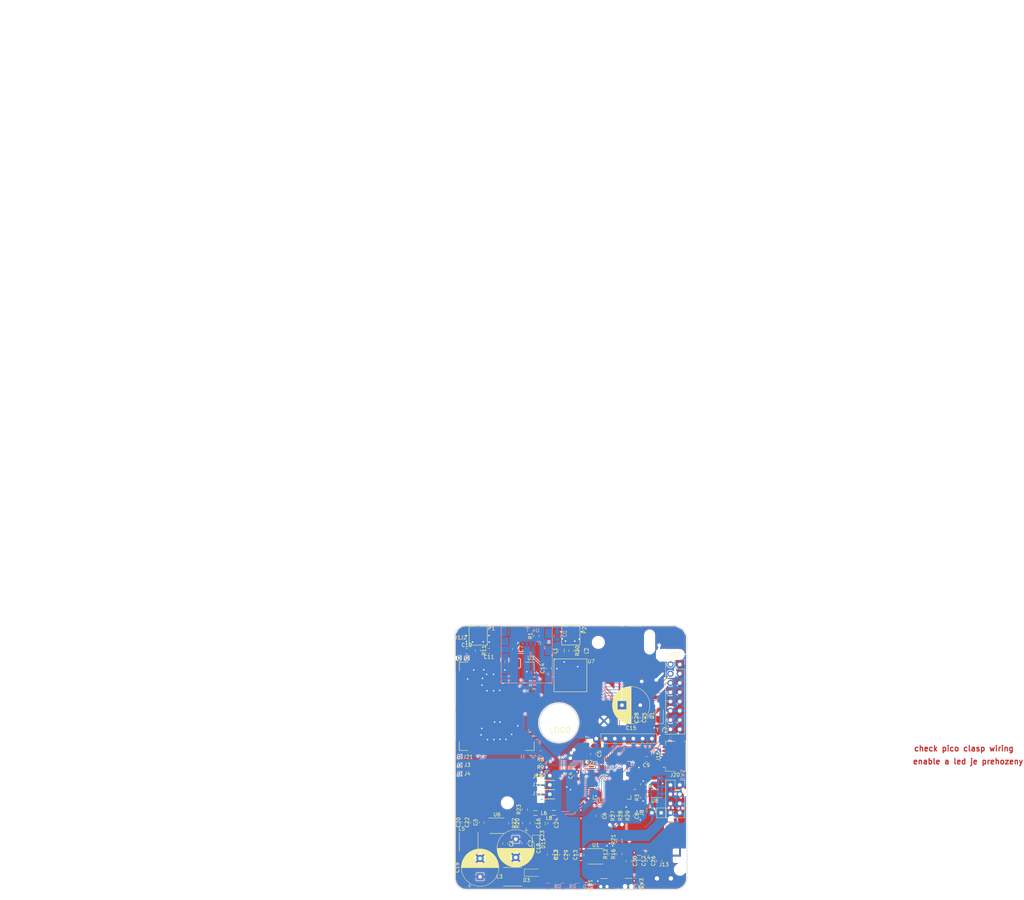
<source format=kicad_pcb>
(kicad_pcb (version 20171130) (host pcbnew 5.0.2+dfsg1-1~bpo9+1)
  (layers (0 F.Cu signal) (31 B.Cu signal) (34 B.Paste user) (35 F.Paste user) (36 B.SilkS user) (37 F.SilkS user) (38 B.Mask user hide) (39 F.Mask user hide) (44 Edge.Cuts user))
  (net 0 "")
  (net 1 GND)
  (net 2 "Net-(C10-Pad2)")
  (net 3 +5V)
  (net 4 gps_standby)
  (net 5 gps_reset)
  (net 6 "Net-(D2-Pad2)")
  (net 7 "Net-(D3-Pad2)")
  (net 8 "Net-(J1-Pad1)")
  (net 9 "Net-(J2-Pad1)")
  (net 10 "Net-(J3-Pad1)")
  (net 11 "Net-(J4-Pad1)")
  (net 12 PM_SS)
  (net 13 PM_SDO)
  (net 14 PM_SDI)
  (net 15 PM_SCK)
  (net 16 SWD_CLK)
  (net 17 SWD_DIO)
  (net 18 reset)
  (net 19 gps_fix)
  (net 20 i2c_sda)
  (net 21 i2c_scl)
  (net 22 Rx)
  (net 23 Tx)
  (net 24 UART_GPS_RX)
  (net 25 UART_GPS_TX)
  (net 26 WIRELESS_reset)
  (net 27 gps_pulses)
  (net 28 "Net-(C11-Pad2)")
  (net 29 "Net-(R8-Pad2)")
  (net 30 "Net-(R10-Pad2)")
  (net 31 +3V3)
  (net 32 "Net-(U3-Pad38)")
  (net 33 "Net-(U3-Pad39)")
  (net 34 "Net-(U3-Pad40)")
  (net 35 "Net-(U3-Pad41)")
  (net 36 "Net-(U3-Pad42)")
  (net 37 "Net-(J11-Pad1)")
  (net 38 "Net-(J18-Pad1)")
  (net 39 "Net-(J19-Pad1)")
  (net 40 "Net-(C16-Pad1)")
  (net 41 "Net-(R16-Pad2)")
  (net 42 "Net-(R22-Pad2)")
  (net 43 "Net-(D8-Pad2)")
  (net 44 "Net-(D9-Pad2)")
  (net 45 "Net-(SW3-Pad1)")
  (net 46 "Net-(D10-Pad2)")
  (net 47 "Net-(R27-Pad1)")
  (net 48 "Net-(R28-Pad1)")
  (net 49 "Net-(R29-Pad1)")
  (net 50 USART_debug_tx)
  (net 51 USART_debug_rx)
  (net 52 RI)
  (net 53 NETLIGHT)
  (net 54 "Net-(C17-Pad1)")
  (net 55 OLED_D/C)
  (net 56 OLED_RESET)
  (net 57 OLED_CS)
  (net 58 "Net-(D3-Pad1)")
  (net 59 "Net-(L1-Pad1)")
  (net 60 "Net-(L2-Pad1)")
  (net 61 5V_enable)
  (net 62 "Net-(C30-Pad1)")
  (net 63 "Net-(R12-Pad2)")
  (net 64 "Net-(C20-Pad1)")
  (net 65 +6V)
  (net 66 "Net-(C23-Pad1)")
  (net 67 "Net-(R20-Pad1)")
  (module Capacitor_THT:CP_Radial_D10.0mm_P5.00mm (layer F.Cu) (at 138.98372 122.62866 90)
    (fp_text reference C19 (at 2.5 -6.25 90) (layer F.SilkS))
    (fp_text value 470u)
    (pad 2 thru_hole circle (at 5 0 90) (size 2 2) (drill 1) (layers *.Cu *.Mask) (net 1 GND))
    (pad 1 thru_hole rect (at 0 0 90) (size 2 2) (drill 1) (layers *.Cu *.Mask) (net 65 +6V))
  )
  (module SNPM:TQFP-64_10x10mm_Pitch0.5mm (layer F.Cu) (at 175.133 96.2025)
    (fp_text reference U2 (at -6.35 -4.953) (layer F.SilkS))
    (fp_text value stm32f072)
    (pad 1 smd rect (at -5.7 -3.75) (size 1.4 0.3) (layers F.Cu F.Paste F.Mask))
    (pad 2 smd rect (at -5.7 -3.25) (size 1.4 0.3) (layers F.Cu F.Paste F.Mask) (net 52 RI))
    (pad 3 smd rect (at -5.7 -2.75) (size 1.4 0.3) (layers F.Cu F.Paste F.Mask) (net 53 NETLIGHT))
    (pad 4 smd rect (at -5.7 -2.25) (size 1.4 0.3) (layers F.Cu F.Paste F.Mask))
    (pad 5 smd rect (at -5.7 -1.75) (size 1.4 0.3) (layers F.Cu F.Paste F.Mask))
    (pad 6 smd rect (at -5.7 -1.25) (size 1.4 0.3) (layers F.Cu F.Paste F.Mask))
    (pad 7 smd rect (at -5.7 -0.75) (size 1.4 0.3) (layers F.Cu F.Paste F.Mask) (net 18 reset))
    (pad 8 smd rect (at -5.7 -0.25) (size 1.4 0.3) (layers F.Cu F.Paste F.Mask) (net 38 "Net-(J18-Pad1)"))
    (pad 9 smd rect (at -5.7 0.25) (size 1.4 0.3) (layers F.Cu F.Paste F.Mask) (net 37 "Net-(J11-Pad1)"))
    (pad 10 smd rect (at -5.7 0.75) (size 1.4 0.3) (layers F.Cu F.Paste F.Mask) (net 27 gps_pulses))
    (pad 11 smd rect (at -5.7 1.25) (size 1.4 0.3) (layers F.Cu F.Paste F.Mask) (net 5 gps_reset))
    (pad 12 smd rect (at -5.7 1.75) (size 1.4 0.3) (layers F.Cu F.Paste F.Mask) (net 39 "Net-(J19-Pad1)"))
    (pad 13 smd rect (at -5.7 2.25) (size 1.4 0.3) (layers F.Cu F.Paste F.Mask) (net 31 +3V3))
    (pad 14 smd rect (at -5.7 2.75) (size 1.4 0.3) (layers F.Cu F.Paste F.Mask) (net 4 gps_standby))
    (pad 15 smd rect (at -5.7 3.25) (size 1.4 0.3) (layers F.Cu F.Paste F.Mask) (net 19 gps_fix))
    (pad 16 smd rect (at -5.7 3.75) (size 1.4 0.3) (layers F.Cu F.Paste F.Mask) (net 25 UART_GPS_TX))
    (pad 17 smd rect (at -3.75 5.7 90) (size 1.4 0.3) (layers F.Cu F.Paste F.Mask) (net 24 UART_GPS_RX))
    (pad 18 smd rect (at -3.25 5.7 90) (size 1.4 0.3) (layers F.Cu F.Paste F.Mask) (net 1 GND))
    (pad 19 smd rect (at -2.75 5.7 90) (size 1.4 0.3) (layers F.Cu F.Paste F.Mask) (net 31 +3V3))
    (pad 20 smd rect (at -2.25 5.7 90) (size 1.4 0.3) (layers F.Cu F.Paste F.Mask))
    (pad 21 smd rect (at -1.75 5.7 90) (size 1.4 0.3) (layers F.Cu F.Paste F.Mask))
    (pad 22 smd rect (at -1.25 5.7 90) (size 1.4 0.3) (layers F.Cu F.Paste F.Mask) (net 55 OLED_D/C))
    (pad 23 smd rect (at -0.75 5.7 90) (size 1.4 0.3) (layers F.Cu F.Paste F.Mask) (net 56 OLED_RESET))
    (pad 24 smd rect (at -0.25 5.7 90) (size 1.4 0.3) (layers F.Cu F.Paste F.Mask) (net 57 OLED_CS))
    (pad 25 smd rect (at 0.25 5.7 90) (size 1.4 0.3) (layers F.Cu F.Paste F.Mask) (net 61 5V_enable))
    (pad 26 smd rect (at 0.75 5.7 90) (size 1.4 0.3) (layers F.Cu F.Paste F.Mask) (net 47 "Net-(R27-Pad1)"))
    (pad 27 smd rect (at 1.25 5.7 90) (size 1.4 0.3) (layers F.Cu F.Paste F.Mask) (net 48 "Net-(R28-Pad1)"))
    (pad 28 smd rect (at 1.75 5.7 90) (size 1.4 0.3) (layers F.Cu F.Paste F.Mask) (net 49 "Net-(R29-Pad1)"))
    (pad 29 smd rect (at 2.25 5.7 90) (size 1.4 0.3) (layers F.Cu F.Paste F.Mask) (net 45 "Net-(SW3-Pad1)"))
    (pad 30 smd rect (at 2.75 5.7 90) (size 1.4 0.3) (layers F.Cu F.Paste F.Mask))
    (pad 31 smd rect (at 3.25 5.7 90) (size 1.4 0.3) (layers F.Cu F.Paste F.Mask) (net 1 GND))
    (pad 32 smd rect (at 3.75 5.7 90) (size 1.4 0.3) (layers F.Cu F.Paste F.Mask) (net 31 +3V3))
    (pad 33 smd rect (at 5.7 3.75) (size 1.4 0.3) (layers F.Cu F.Paste F.Mask))
    (pad 34 smd rect (at 5.7 3.25) (size 1.4 0.3) (layers F.Cu F.Paste F.Mask) (net 21 i2c_scl))
    (pad 35 smd rect (at 5.7 2.75) (size 1.4 0.3) (layers F.Cu F.Paste F.Mask) (net 20 i2c_sda))
    (pad 36 smd rect (at 5.7 2.25) (size 1.4 0.3) (layers F.Cu F.Paste F.Mask))
    (pad 37 smd rect (at 5.7 1.75) (size 1.4 0.3) (layers F.Cu F.Paste F.Mask))
    (pad 38 smd rect (at 5.7 1.25) (size 1.4 0.3) (layers F.Cu F.Paste F.Mask))
    (pad 39 smd rect (at 5.7 0.75) (size 1.4 0.3) (layers F.Cu F.Paste F.Mask))
    (pad 40 smd rect (at 5.7 0.25) (size 1.4 0.3) (layers F.Cu F.Paste F.Mask))
    (pad 41 smd rect (at 5.7 -0.25) (size 1.4 0.3) (layers F.Cu F.Paste F.Mask))
    (pad 42 smd rect (at 5.7 -0.75) (size 1.4 0.3) (layers F.Cu F.Paste F.Mask))
    (pad 43 smd rect (at 5.7 -1.25) (size 1.4 0.3) (layers F.Cu F.Paste F.Mask))
    (pad 44 smd rect (at 5.7 -1.75) (size 1.4 0.3) (layers F.Cu F.Paste F.Mask))
    (pad 45 smd rect (at 5.7 -2.25) (size 1.4 0.3) (layers F.Cu F.Paste F.Mask))
    (pad 46 smd rect (at 5.7 -2.75) (size 1.4 0.3) (layers F.Cu F.Paste F.Mask) (net 17 SWD_DIO))
    (pad 47 smd rect (at 5.7 -3.25) (size 1.4 0.3) (layers F.Cu F.Paste F.Mask) (net 1 GND))
    (pad 48 smd rect (at 5.7 -3.75) (size 1.4 0.3) (layers F.Cu F.Paste F.Mask) (net 31 +3V3))
    (pad 49 smd rect (at 3.75 -5.7 90) (size 1.4 0.3) (layers F.Cu F.Paste F.Mask) (net 16 SWD_CLK))
    (pad 50 smd rect (at 3.25 -5.7 90) (size 1.4 0.3) (layers F.Cu F.Paste F.Mask))
    (pad 51 smd rect (at 2.75 -5.7 90) (size 1.4 0.3) (layers F.Cu F.Paste F.Mask) (net 23 Tx))
    (pad 52 smd rect (at 2.25 -5.7 90) (size 1.4 0.3) (layers F.Cu F.Paste F.Mask) (net 22 Rx))
    (pad 53 smd rect (at 1.75 -5.7 90) (size 1.4 0.3) (layers F.Cu F.Paste F.Mask) (net 26 WIRELESS_reset))
    (pad 54 smd rect (at 1.25 -5.7 90) (size 1.4 0.3) (layers F.Cu F.Paste F.Mask) (net 12 PM_SS))
    (pad 55 smd rect (at 0.75 -5.7 90) (size 1.4 0.3) (layers F.Cu F.Paste F.Mask) (net 15 PM_SCK))
    (pad 56 smd rect (at 0.25 -5.7 90) (size 1.4 0.3) (layers F.Cu F.Paste F.Mask) (net 13 PM_SDO))
    (pad 57 smd rect (at -0.25 -5.7 90) (size 1.4 0.3) (layers F.Cu F.Paste F.Mask) (net 14 PM_SDI))
    (pad 58 smd rect (at -0.75 -5.7 90) (size 1.4 0.3) (layers F.Cu F.Paste F.Mask) (net 50 USART_debug_tx))
    (pad 59 smd rect (at -1.25 -5.7 90) (size 1.4 0.3) (layers F.Cu F.Paste F.Mask) (net 51 USART_debug_rx))
    (pad 60 smd rect (at -1.75 -5.7 90) (size 1.4 0.3) (layers F.Cu F.Paste F.Mask))
    (pad 61 smd rect (at -2.25 -5.7 90) (size 1.4 0.3) (layers F.Cu F.Paste F.Mask))
    (pad 62 smd rect (at -2.75 -5.7 90) (size 1.4 0.3) (layers F.Cu F.Paste F.Mask))
    (pad 63 smd rect (at -3.25 -5.7 90) (size 1.4 0.3) (layers F.Cu F.Paste F.Mask) (net 1 GND))
    (pad 64 smd rect (at -3.75 -5.7 90) (size 1.4 0.3) (layers F.Cu F.Paste F.Mask) (net 31 +3V3))
  )
  (module SNPM:SMD_0805 (layer F.Cu) (at 156.00172 108.02366 270)
    (fp_text reference C23 (at 3.302 0 270) (layer F.SilkS))
    (fp_text value 100n)
    (pad 1 smd rect (at -1 0 270) (size 1 1.25) (layers F.Cu F.Paste F.Mask) (net 66 "Net-(C23-Pad1)"))
    (pad 2 smd rect (at 1 0 270) (size 1 1.25) (layers F.Cu F.Paste F.Mask) (net 1 GND))
  )
  (module SNPM:D_SOD-123 (layer F.Cu) (at 153.36012 121.52376)
    (fp_text reference D3 (at -1.651 2.032) (layer F.SilkS))
    (fp_text value D_Schottky_ss14)
    (pad 1 smd rect (at -1.65 0) (size 0.9 1.2) (layers F.Cu F.Paste F.Mask) (net 58 "Net-(D3-Pad1)"))
    (pad 2 smd rect (at 1.65 0) (size 0.9 1.2) (layers F.Cu F.Paste F.Mask) (net 7 "Net-(D3-Pad2)"))
  )
  (module SNPM:Pin_Header_Straight_1x01_Pitch1.00mm (layer F.Cu) (at 133.1722 62.6872 90)
    (fp_text reference J1 (at 5.57784 -0.31496 180) (layer F.SilkS))
    (fp_text value CONN_01X01)
    (pad 1 thru_hole rect (at 0 0 90) (size 0.85 0.85) (drill 0.5) (layers *.Cu *.Mask) (net 8 "Net-(J1-Pad1)"))
  )
  (module SNPM:Pin_Header_Straight_1x01_Pitch1.00mm (layer F.Cu) (at 135.3312 62.6872 90)
    (fp_text reference J2 (at 5.59562 -0.83312 180) (layer F.SilkS))
    (fp_text value CONN_01X01)
    (pad 1 thru_hole rect (at 0 0 90) (size 0.85 0.85) (drill 0.5) (layers *.Cu *.Mask) (net 9 "Net-(J2-Pad1)"))
  )
  (module SNPM:Pin_Header_Straight_1x01_Pitch1.00mm (layer F.Cu) (at 133.3754 92.0242 90)
    (fp_text reference J3 (at 0.03556 2.13868 180) (layer F.SilkS))
    (fp_text value CONN_01X01)
    (pad 1 thru_hole rect (at 0 0 90) (size 0.85 0.85) (drill 0.5) (layers *.Cu *.Mask) (net 10 "Net-(J3-Pad1)"))
  )
  (module SNPM:Pin_Header_Straight_1x01_Pitch1.00mm (layer F.Cu) (at 133.35 94.4372 90)
    (fp_text reference J4 (at 0.06858 2.16408 180) (layer F.SilkS))
    (fp_text value CONN_01X01)
    (pad 1 thru_hole rect (at 0 0 90) (size 0.85 0.85) (drill 0.5) (layers *.Cu *.Mask) (net 11 "Net-(J4-Pad1)"))
  )
  (module SNPM:MountingHole_3.2mm_M3_DIN965 (layer F.Cu) (at 146.47672 102.37216)
    (fp_text reference J5 hide)
    (fp_text value CONN_01X01)
    (pad 1 np_thru_hole circle (at 0 0) (size 3.2 3.2) (drill 3.2) (layers *.Cu *.Mask))
  )
  (module SNPM:MountingHole_3.2mm_M3_DIN965 (layer F.Cu) (at 171.36872 58.43016)
    (fp_text reference J6 hide)
    (fp_text value CONN_01X01)
    (pad 1 np_thru_hole circle (at 0 0) (size 3.2 3.2) (drill 3.2) (layers *.Cu *.Mask))
  )
  (module SNPM:SMD_0805 (layer F.Cu) (at 166.6748 60.7314 270)
    (fp_text reference L2 (at 0 -1.5 270) (layer F.SilkS))
    (fp_text value DNP)
    (pad 1 smd rect (at -1 0 270) (size 1 1.25) (layers F.Cu F.Paste F.Mask) (net 60 "Net-(L2-Pad1)"))
    (pad 2 smd rect (at 1 0 270) (size 1 1.25) (layers F.Cu F.Paste F.Mask) (net 1 GND))
  )
  (module SNPM:quectel_BC95 (layer F.Cu) (at 143.764 76.327)
    (fp_text reference U3 (at 9.15 -13.6) (layer F.SilkS))
    (fp_text value QUECTEL_BC95)
    (pad 62 smd rect (at -1.05 7.25) (size 1 1) (layers F.Cu F.Paste F.Mask) (net 1 GND))
    (pad 61 smd rect (at -2.75 7.25) (size 1 1) (layers F.Cu F.Paste F.Mask) (net 1 GND))
    (pad 81 smd rect (at -2.75 5.55) (size 1 1) (layers F.Cu F.Paste F.Mask) (net 1 GND))
    (pad 82 smd rect (at -1.05 5.55) (size 1 1) (layers F.Cu F.Paste F.Mask) (net 1 GND))
    (pad 73 smd rect (at -1.05 -8.05) (size 1 1) (layers F.Cu F.Paste F.Mask) (net 1 GND))
    (pad 93 smd rect (at -1.05 -6.35) (size 1 1) (layers F.Cu F.Paste F.Mask) (net 1 GND))
    (pad 74 smd rect (at -2.75 -8.05) (size 1 1) (layers F.Cu F.Paste F.Mask) (net 1 GND))
    (pad 94 smd rect (at -2.75 -6.35) (size 1 1) (layers F.Cu F.Paste F.Mask) (net 1 GND))
    (pad 60 smd rect (at -6.15 3.85) (size 1 1) (layers F.Cu F.Paste F.Mask) (net 1 GND))
    (pad 80 smd rect (at -4.45 3.85) (size 1 1) (layers F.Cu F.Paste F.Mask))
    (pad 59 smd rect (at -6.15 2.15) (size 1 1) (layers F.Cu F.Paste F.Mask) (net 1 GND))
    (pad 79 smd rect (at -4.45 2.15) (size 1 1) (layers F.Cu F.Paste F.Mask))
    (pad 58 smd rect (at -6.15 0.45) (size 1 1) (layers F.Cu F.Paste F.Mask))
    (pad 78 smd rect (at -4.45 0.45) (size 1 1) (layers F.Cu F.Paste F.Mask))
    (pad 57 smd rect (at -6.15 -1.25) (size 1 1) (layers F.Cu F.Paste F.Mask))
    (pad 77 smd rect (at -4.45 -1.25) (size 1 1) (layers F.Cu F.Paste F.Mask))
    (pad 56 smd rect (at -6.15 -2.95) (size 1 1) (layers F.Cu F.Paste F.Mask))
    (pad 76 smd rect (at -4.45 -2.95) (size 1 1) (layers F.Cu F.Paste F.Mask))
    (pad 55 smd rect (at -6.15 -4.65) (size 1 1) (layers F.Cu F.Paste F.Mask))
    (pad 27 smd oval (at 5.85 11.4) (size 0.75 2.5) (layers F.Cu F.Paste F.Mask))
    (pad 26 smd oval (at 4.75 11.4) (size 0.75 2.5) (layers F.Cu F.Paste F.Mask))
    (pad 25 smd oval (at 3.65 11.4) (size 0.75 2.5) (layers F.Cu F.Paste F.Mask))
    (pad 24 smd oval (at 2.55 11.4) (size 0.75 2.5) (layers F.Cu F.Paste F.Mask))
    (pad 23 smd oval (at 1.45 11.4) (size 0.75 2.5) (layers F.Cu F.Paste F.Mask))
    (pad 22 smd oval (at 0.35 11.4) (size 0.75 2.5) (layers F.Cu F.Paste F.Mask))
    (pad 21 smd oval (at -2.15 11.4) (size 0.75 2.5) (layers F.Cu F.Paste F.Mask))
    (pad 20 smd oval (at -3.25 11.4) (size 0.75 2.5) (layers F.Cu F.Paste F.Mask) (net 11 "Net-(J4-Pad1)"))
    (pad 19 smd oval (at -4.35 11.4) (size 0.75 2.5) (layers F.Cu F.Paste F.Mask) (net 10 "Net-(J3-Pad1)"))
    (pad 18 smd oval (at -5.45 11.4) (size 0.75 2.5) (layers F.Cu F.Paste F.Mask) (net 53 NETLIGHT))
    (pad 17 smd oval (at -6.55 11.4) (size 0.75 2.5) (layers F.Cu F.Paste F.Mask))
    (pad 28 smd oval (at 9.75 8.3) (size 2.5 0.75) (layers F.Cu F.Paste F.Mask))
    (pad 29 smd oval (at 9.75 7.2) (size 2.5 0.75) (layers F.Cu F.Paste F.Mask) (net 30 "Net-(R10-Pad2)"))
    (pad 30 smd oval (at 9.75 6.1) (size 2.5 0.75) (layers F.Cu F.Paste F.Mask) (net 29 "Net-(R8-Pad2)"))
    (pad 31 smd oval (at 9.75 5) (size 2.5 0.75) (layers F.Cu F.Paste F.Mask))
    (pad 32 smd oval (at 9.75 3.9) (size 2.5 0.75) (layers F.Cu F.Paste F.Mask))
    (pad 33 smd oval (at 9.75 2.8) (size 2.5 0.75) (layers F.Cu F.Paste F.Mask))
    (pad 34 smd oval (at 9.75 1.7) (size 2.5 0.75) (layers F.Cu F.Paste F.Mask) (net 52 RI))
    (pad 35 smd oval (at 9.75 -0.2) (size 2.5 0.75) (layers F.Cu F.Paste F.Mask))
    (pad 36 smd oval (at 9.75 -1.3) (size 2.5 0.75) (layers F.Cu F.Paste F.Mask))
    (pad 37 smd oval (at 9.75 -2.4) (size 2.5 0.75) (layers F.Cu F.Paste F.Mask))
    (pad 38 smd oval (at 9.75 -3.5) (size 2.5 0.75) (layers F.Cu F.Paste F.Mask) (net 32 "Net-(U3-Pad38)"))
    (pad 39 smd oval (at 9.75 -4.6) (size 2.5 0.75) (layers F.Cu F.Paste F.Mask) (net 33 "Net-(U3-Pad39)"))
    (pad 40 smd oval (at 9.75 -5.7) (size 2.5 0.75) (layers F.Cu F.Paste F.Mask) (net 34 "Net-(U3-Pad40)"))
    (pad 41 smd oval (at 9.75 -6.8) (size 2.5 0.75) (layers F.Cu F.Paste F.Mask) (net 35 "Net-(U3-Pad41)"))
    (pad 42 smd oval (at 9.75 -7.9) (size 2.5 0.75) (layers F.Cu F.Paste F.Mask) (net 36 "Net-(U3-Pad42)"))
    (pad 43 smd oval (at 9.75 -9) (size 2.5 0.75) (layers F.Cu F.Paste F.Mask) (net 1 GND))
    (pad 54 smd oval (at -6.55 -12.2) (size 0.75 2.5) (layers F.Cu F.Paste F.Mask) (net 1 GND))
    (pad 53 smd oval (at -5.45 -12.2) (size 0.75 2.5) (layers F.Cu F.Paste F.Mask) (net 2 "Net-(C10-Pad2)"))
    (pad 52 smd oval (at -4.35 -12.2) (size 0.75 2.5) (layers F.Cu F.Paste F.Mask) (net 1 GND))
    (pad 51 smd oval (at -3.25 -12.2) (size 0.75 2.5) (layers F.Cu F.Paste F.Mask) (net 1 GND))
    (pad 50 smd oval (at -2.15 -12.2) (size 0.75 2.5) (layers F.Cu F.Paste F.Mask))
    (pad 49 smd oval (at 0.35 -12.2) (size 0.75 2.5) (layers F.Cu F.Paste F.Mask))
    (pad 48 smd oval (at 1.45 -12.2) (size 0.75 2.5) (layers F.Cu F.Paste F.Mask) (net 1 GND))
    (pad 47 smd oval (at 2.55 -12.2) (size 0.75 2.5) (layers F.Cu F.Paste F.Mask) (net 1 GND))
    (pad 46 smd oval (at 3.65 -12.2) (size 0.75 2.5) (layers F.Cu F.Paste F.Mask) (net 31 +3V3))
    (pad 45 smd oval (at 4.75 -12.2) (size 0.75 2.5) (layers F.Cu F.Paste F.Mask) (net 31 +3V3))
    (pad 44 smd oval (at 5.85 -12.2) (size 0.75 2.5) (layers F.Cu F.Paste F.Mask))
    (pad 1 smd oval (at -10.15 -9) (size 2.5 0.75) (layers F.Cu F.Paste F.Mask))
    (pad 2 smd oval (at -10.15 -7.9) (size 2.5 0.75) (layers F.Cu F.Paste F.Mask) (net 1 GND))
    (pad 3 smd oval (at -10.15 -6.8) (size 2.5 0.75) (layers F.Cu F.Paste F.Mask) (net 8 "Net-(J1-Pad1)"))
    (pad 4 smd oval (at -10.15 -5.7) (size 2.5 0.75) (layers F.Cu F.Paste F.Mask) (net 9 "Net-(J2-Pad1)"))
    (pad 5 smd oval (at -10.15 -4.6) (size 2.5 0.75) (layers F.Cu F.Paste F.Mask))
    (pad 6 smd oval (at -10.15 -3.5) (size 2.5 0.75) (layers F.Cu F.Paste F.Mask))
    (pad 7 smd oval (at -10.15 -2.4) (size 2.5 0.75) (layers F.Cu F.Paste F.Mask))
    (pad 8 smd oval (at -10.15 -1.3) (size 2.5 0.75) (layers F.Cu F.Paste F.Mask))
    (pad 9 smd oval (at -10.15 -0.2) (size 2.5 0.75) (layers F.Cu F.Paste F.Mask))
    (pad 10 smd oval (at -10.15 1.7) (size 2.5 0.75) (layers F.Cu F.Paste F.Mask))
    (pad 11 smd oval (at -10.15 2.8) (size 2.5 0.75) (layers F.Cu F.Paste F.Mask))
    (pad 12 smd oval (at -10.15 3.9) (size 2.5 0.75) (layers F.Cu F.Paste F.Mask))
    (pad 13 smd oval (at -10.15 5) (size 2.5 0.75) (layers F.Cu F.Paste F.Mask))
    (pad 14 smd oval (at -10.15 6.1) (size 2.5 0.75) (layers F.Cu F.Paste F.Mask))
    (pad 15 smd oval (at -10.15 7.2) (size 2.5 0.75) (layers F.Cu F.Paste F.Mask) (net 26 WIRELESS_reset))
    (pad 16 smd oval (at -10.15 8.3) (size 2.5 0.75) (layers F.Cu F.Paste F.Mask))
    (pad 90 smd rect (at 4.05 -4.65) (size 1 1) (layers F.Cu F.Paste F.Mask))
    (pad 70 smd rect (at 5.75 -4.65) (size 1 1) (layers F.Cu F.Paste F.Mask))
    (pad 89 smd rect (at 4.05 -2.95) (size 1 1) (layers F.Cu F.Paste F.Mask))
    (pad 69 smd rect (at 5.75 -2.95) (size 1 1) (layers F.Cu F.Paste F.Mask))
    (pad 88 smd rect (at 4.05 -1.25) (size 1 1) (layers F.Cu F.Paste F.Mask))
    (pad 68 smd rect (at 5.75 -1.25) (size 1 1) (layers F.Cu F.Paste F.Mask))
    (pad 87 smd rect (at 4.05 0.45) (size 1 1) (layers F.Cu F.Paste F.Mask))
    (pad 67 smd rect (at 5.75 0.45) (size 1 1) (layers F.Cu F.Paste F.Mask))
    (pad 86 smd rect (at 4.05 2.15) (size 1 1) (layers F.Cu F.Paste F.Mask))
    (pad 66 smd rect (at 5.75 2.15) (size 1 1) (layers F.Cu F.Paste F.Mask) (net 1 GND))
    (pad 85 smd rect (at 4.05 3.85) (size 1 1) (layers F.Cu F.Paste F.Mask))
    (pad 65 smd rect (at 5.75 3.85) (size 1 1) (layers F.Cu F.Paste F.Mask) (net 1 GND))
    (pad 91 smd rect (at 2.35 -6.35) (size 1 1) (layers F.Cu F.Paste F.Mask))
    (pad 71 smd rect (at 2.35 -8.05) (size 1 1) (layers F.Cu F.Paste F.Mask) (net 1 GND))
    (pad 92 smd rect (at 0.65 -6.35) (size 1 1) (layers F.Cu F.Paste F.Mask) (net 1 GND))
    (pad 72 smd rect (at 0.65 -8.05) (size 1 1) (layers F.Cu F.Paste F.Mask) (net 1 GND))
    (pad 83 smd rect (at 0.65 5.55) (size 1 1) (layers F.Cu F.Paste F.Mask) (net 1 GND))
    (pad 84 smd rect (at 2.35 5.55) (size 1 1) (layers F.Cu F.Paste F.Mask))
    (pad 64 smd rect (at 2.35 7.25) (size 1 1) (layers F.Cu F.Paste F.Mask) (net 1 GND))
    (pad 63 smd rect (at 0.65 7.25) (size 1 1) (layers F.Cu F.Paste F.Mask) (net 1 GND))
    (pad 75 smd rect (at -4.45 -4.65) (size 1 1) (layers F.Cu F.Paste F.Mask))
  )
  (module SNPM:M10578 (layer F.Cu) (at 160.02 63.754)
    (fp_text reference U7 (at 9.398 -0.127) (layer F.SilkS))
    (fp_text value M10578-A2)
    (pad 1 smd oval (at 0 0) (size 1 1) (layers F.Cu F.Paste F.Mask) (net 1 GND))
    (pad 2 smd rect (at 1.85 0) (size 1 1) (layers F.Cu F.Paste F.Mask) (net 1 GND))
    (pad 3 smd rect (at 3.7 0) (size 1 1) (layers F.Cu F.Paste F.Mask) (net 59 "Net-(L1-Pad1)"))
    (pad 5 smd rect (at 7.4 0) (size 1 1) (layers F.Cu F.Paste F.Mask) (net 1 GND))
    (pad 4 smd rect (at 5.55 0) (size 1 1) (layers F.Cu F.Paste F.Mask) (net 1 GND))
    (pad 6 smd rect (at 7.4 1.85) (size 1 1) (layers F.Cu F.Paste F.Mask) (net 27 gps_pulses))
    (pad 7 smd rect (at 7.4 3.7) (size 1 1) (layers F.Cu F.Paste F.Mask) (net 5 gps_reset))
    (pad 8 smd rect (at 7.4 5.55) (size 1 1) (layers F.Cu F.Paste F.Mask) (net 4 gps_standby))
    (pad 9 smd rect (at 7.4 7.4) (size 1 1) (layers F.Cu F.Paste F.Mask) (net 25 UART_GPS_TX))
    (pad 10 smd rect (at 5.55 7.4) (size 1 1) (layers F.Cu F.Paste F.Mask) (net 24 UART_GPS_RX))
    (pad 11 smd rect (at 3.7 7.4) (size 1 1) (layers F.Cu F.Paste F.Mask))
    (pad 12 smd rect (at 1.85 7.4) (size 1 1) (layers F.Cu F.Paste F.Mask))
    (pad 13 smd rect (at 0 7.4) (size 1 1) (layers F.Cu F.Paste F.Mask) (net 19 gps_fix))
    (pad 14 smd rect (at 0 5.55) (size 1 1) (layers F.Cu F.Paste F.Mask) (net 31 +3V3))
    (pad 15 smd rect (at 0 3.7) (size 1 1) (layers F.Cu F.Paste F.Mask) (net 31 +3V3))
    (pad 16 smd rect (at 0 1.85) (size 1 1) (layers F.Cu F.Paste F.Mask) (net 1 GND))
  )
  (module SNPM:Pin_Header_Straight_1x01_Pitch2.54mm (layer F.Cu) (at 158.08452 97.46996)
    (fp_text reference J11 (at -3.4544 -0.17018) (layer F.SilkS))
    (fp_text value CONN_01X01)
    (pad 1 thru_hole rect (at 0 0) (size 1.7 1.7) (drill 1) (layers *.Cu *.Mask) (net 37 "Net-(J11-Pad1)"))
  )
  (module SNPM:Pin_Header_Straight_1x01_Pitch2.54mm (layer F.Cu) (at 158.09722 94.94266)
    (fp_text reference J18 (at -3.33756 0.18542) (layer F.SilkS))
    (fp_text value CONN_01X01)
    (pad 1 thru_hole rect (at 0 0) (size 1.7 1.7) (drill 1) (layers *.Cu *.Mask) (net 38 "Net-(J18-Pad1)"))
  )
  (module SNPM:Pin_Header_Straight_1x01_Pitch2.54mm (layer F.Cu) (at 158.08452 100.00996)
    (fp_text reference J19 (at -3.41376 -0.254) (layer F.SilkS))
    (fp_text value CONN_01X01)
    (pad 1 thru_hole rect (at 0 0) (size 1.7 1.7) (drill 1) (layers *.Cu *.Mask) (net 39 "Net-(J19-Pad1)"))
  )
  (module SNPM:Pin_Header_Straight_1x01_Pitch1.00mm (layer F.Cu) (at 133.3754 89.662 90)
    (fp_text reference J21 (at -0.14224 2.33426 180) (layer F.SilkS))
    (fp_text value CONN_01X01)
    (pad 1 thru_hole rect (at 0 0 90) (size 0.85 0.85) (drill 0.5) (layers *.Cu *.Mask) (net 26 WIRELESS_reset))
  )
  (module SNPM:SMD_0805 (layer F.Cu) (at 161.1884 60.706 90)
    (fp_text reference L1 (at 0.0254 -1.66624 90) (layer F.SilkS))
    (fp_text value DNP)
    (pad 1 smd rect (at -1 0 90) (size 1 1.25) (layers F.Cu F.Paste F.Mask) (net 59 "Net-(L1-Pad1)"))
    (pad 2 smd rect (at 1 0 90) (size 1 1.25) (layers F.Cu F.Paste F.Mask) (net 1 GND))
  )
  (module SNPM:nanosimmm (layer F.Cu) (at 151.765 63.5508)
    (fp_text reference U4 (at 2.5146 -8.3947) (layer B.SilkS) (effects (justify mirror)))
    (fp_text value SIM)
    (pad "" smd rect (at 6 -7.62) (size 2 2.7) (layers B.Cu B.Paste B.Mask))
    (pad "" smd rect (at 6 4.85) (size 2 2.3) (layers B.Cu B.Paste B.Mask))
    (pad "" smd rect (at 6 -2.92) (size 2 2.7) (layers B.Cu B.Paste B.Mask))
    (pad "" smd rect (at -6 4.85) (size 2 2.3) (layers B.Cu B.Paste B.Mask))
    (pad "" smd rect (at -6 -1) (size 2 2.3) (layers B.Cu B.Paste B.Mask))
    (pad "" smd rect (at -6 -5.4) (size 2 2.3) (layers B.Cu B.Paste B.Mask))
    (pad 6 smd rect (at 3.33 -4.8) (size 0.6 0.8) (layers B.Cu B.Paste B.Mask) (net 32 "Net-(U3-Pad38)"))
    (pad 4 smd rect (at 1.13 -4.8) (size 0.6 0.8) (layers B.Cu B.Paste B.Mask) (net 33 "Net-(U3-Pad39)"))
    (pad 1 smd rect (at -2.11 -4.6) (size 0.6 0.8) (layers B.Cu B.Paste B.Mask) (net 34 "Net-(U3-Pad40)"))
    (pad 5 smd rect (at 2.23 -4.6) (size 0.6 0.8) (layers B.Cu B.Paste B.Mask) (net 36 "Net-(U3-Pad42)"))
    (pad 3 smd rect (at 0.03 -4.6) (size 0.6 0.8) (layers B.Cu B.Paste B.Mask))
    (pad 2 smd rect (at -1.055 -4.8) (size 0.6 0.8) (layers B.Cu B.Paste B.Mask) (net 35 "Net-(U3-Pad41)"))
    (pad "" smd rect (at -4.96 -7.92) (size 0.6 2) (layers B.Cu B.Paste B.Mask))
    (pad "" smd rect (at 0.33 6) (size 2 1) (layers B.Cu B.Paste B.Mask))
  )
  (module Resistors_SMD:R_0603 (layer F.Cu) (at 182.54472 117.42166 180)
    (fp_text reference L4 (at -2.21234 0.05842 180) (layer F.SilkS))
    (fp_text value FBMH1608HL601-T)
    (pad 1 smd rect (at -0.75 0 180) (size 0.5 0.9) (layers F.Cu F.Paste F.Mask) (net 54 "Net-(C17-Pad1)"))
    (pad 2 smd rect (at 0.75 0 180) (size 0.5 0.9) (layers F.Cu F.Paste F.Mask) (net 62 "Net-(C30-Pad1)"))
  )
  (module Resistors_SMD:R_0603 (layer F.Cu) (at 154.16022 105.16616 180)
    (fp_text reference L6 (at -2.3114 -0.0254 180) (layer F.SilkS))
    (fp_text value FBMH1608HL601-T)
    (pad 1 smd rect (at -0.75 0 180) (size 0.5 0.9) (layers F.Cu F.Paste F.Mask) (net 66 "Net-(C23-Pad1)"))
    (pad 2 smd rect (at 0.75 0 180) (size 0.5 0.9) (layers F.Cu F.Paste F.Mask) (net 40 "Net-(C16-Pad1)"))
  )
  (module Resistors_SMD:R_0603 (layer F.Cu) (at 188.25972 82.37036 270)
    (fp_text reference L7 (at 0.01778 -1.59512 270) (layer F.SilkS))
    (fp_text value FBMH1608HL601-T)
    (pad 1 smd rect (at -0.75 0 270) (size 0.5 0.9) (layers F.Cu F.Paste F.Mask) (net 3 +5V))
    (pad 2 smd rect (at 0.75 0 270) (size 0.5 0.9) (layers F.Cu F.Paste F.Mask) (net 54 "Net-(C17-Pad1)"))
  )
  (module SNPM:SMD_0805_bottom (layer F.Cu) (at 160.1216 56.5404 270)
    (fp_text reference D2 (at -0.45212 -2.08788 270) (layer B.SilkS) (effects (justify mirror)))
    (fp_text value LED)
    (pad 1 smd rect (at -1 0 270) (size 1 1.25) (layers B.Cu B.Paste B.Mask) (net 1 GND))
    (pad 2 smd rect (at 1 0 270) (size 1 1.25) (layers B.Cu B.Paste B.Mask) (net 6 "Net-(D2-Pad2)"))
  )
  (module SNPM:SMD_0805_bottom (layer F.Cu) (at 157.51632 125.20676 180)
    (fp_text reference D8 (at -2.7399 -0.0254 180) (layer B.SilkS) (effects (justify mirror)))
    (fp_text value LED)
    (pad 1 smd rect (at -1 0 180) (size 1 1.25) (layers B.Cu B.Paste B.Mask) (net 1 GND))
    (pad 2 smd rect (at 1 0 180) (size 1 1.25) (layers B.Cu B.Paste B.Mask) (net 43 "Net-(D8-Pad2)"))
  )
  (module SNPM:SMD_0805_bottom (layer F.Cu) (at 161.55492 125.20676 180)
    (fp_text reference D9 (at -2.80492 -0.04318) (layer B.SilkS) (effects (justify mirror)))
    (fp_text value LED)
    (pad 1 smd rect (at -1 0 180) (size 1 1.25) (layers B.Cu B.Paste B.Mask) (net 1 GND))
    (pad 2 smd rect (at 1 0 180) (size 1 1.25) (layers B.Cu B.Paste B.Mask) (net 44 "Net-(D9-Pad2)"))
  )
  (module SNPM:SMD_0805_bottom (layer F.Cu) (at 165.54272 125.23216 180)
    (fp_text reference D10 (at -3.09194 -0.10414 180) (layer B.SilkS) (effects (justify mirror)))
    (fp_text value LED)
    (pad 1 smd rect (at -1 0 180) (size 1 1.25) (layers B.Cu B.Paste B.Mask) (net 1 GND))
    (pad 2 smd rect (at 1 0 180) (size 1 1.25) (layers B.Cu B.Paste B.Mask) (net 46 "Net-(D10-Pad2)"))
  )
  (module SNPM:D_SOD-123 (layer F.Cu) (at 154.28722 113.48466 270)
    (fp_text reference D11 (at 0 -2 270) (layer F.SilkS))
    (fp_text value SM2T3V3A)
    (pad 1 smd rect (at -1.65 0 270) (size 0.9 1.2) (layers F.Cu F.Paste F.Mask) (net 31 +3V3))
    (pad 2 smd rect (at 1.65 0 270) (size 0.9 1.2) (layers F.Cu F.Paste F.Mask) (net 1 GND))
  )
  (module Resistors_SMD:R_0603 (layer F.Cu) (at 159.17672 105.10266 180)
    (fp_text reference L8 (at 1.29794 -1.45034 180) (layer F.SilkS))
    (fp_text value FBMH1608HL601-T)
    (pad 1 smd rect (at -0.75 0 180) (size 0.5 0.9) (layers F.Cu F.Paste F.Mask) (net 31 +3V3))
    (pad 2 smd rect (at 0.75 0 180) (size 0.5 0.9) (layers F.Cu F.Paste F.Mask) (net 66 "Net-(C23-Pad1)"))
  )
  (module SNPM:Inductor_Taiyo-Yuden_NR-50xx (layer F.Cu) (at 147.93722 122.62866 180)
    (fp_text reference L3 (at 3.63474 0.02286) (layer F.SilkS))
    (fp_text value 39uH)
    (pad 1 smd rect (at -1.8 0 180) (size 1.5 4.2) (layers F.Cu F.Paste F.Mask) (net 58 "Net-(D3-Pad1)"))
    (pad 2 smd rect (at 1.8 0 180) (size 1.5 4.2) (layers F.Cu F.Paste F.Mask) (net 65 +6V))
  )
  (module SNPM:Inductor_Taiyo-Yuden_NR-50xx (layer F.Cu) (at 135.87222 113.04016 90)
    (fp_text reference L5 (at 3.556 -1.905 180) (layer F.SilkS))
    (fp_text value 41uH)
    (pad 1 smd rect (at -1.8 0 90) (size 1.5 4.2) (layers F.Cu F.Paste F.Mask) (net 65 +6V))
    (pad 2 smd rect (at 1.8 0 90) (size 1.5 4.2) (layers F.Cu F.Paste F.Mask) (net 64 "Net-(C20-Pad1)"))
  )
  (module graphics:drawing (layer F.Cu) (at 169.21226 89.72042)
    (fp_text reference LOGO1 hide)
    (fp_text value LOGO (at -8.30834 -7.26186) (layer F.SilkS) (effects (font (size 1.524 1.524))))
  )
  (module SNPM:Antenna_conn (layer F.Cu) (at 138.4808 55.6768 270)
    (fp_text reference P1 (at -1.0795 -3.62966) (layer F.SilkS))
    (fp_text value SMA_mini hide)
    (pad 1 smd rect (at 0 1.5 270) (size 2.2 1) (layers F.Cu F.Paste F.Mask) (net 1 GND))
    (pad 2 smd rect (at 2 0 270) (size 1.4 1) (layers F.Cu F.Paste F.Mask) (net 28 "Net-(C11-Pad2)"))
    (pad 3 smd rect (at 0 -1.5 270) (size 2.2 1) (layers F.Cu F.Paste F.Mask) (net 1 GND))
  )
  (module SNPM:Antenna_conn (layer F.Cu) (at 163.83 55.626 270)
    (fp_text reference P2 (at -0.53848 -3.70078 270) (layer F.SilkS))
    (fp_text value SMA_mini hide)
    (pad 1 smd rect (at 0 1.5 270) (size 2.2 1) (layers F.Cu F.Paste F.Mask) (net 1 GND))
    (pad 2 smd rect (at 2 0 270) (size 1.4 1) (layers F.Cu F.Paste F.Mask) (net 60 "Net-(L2-Pad1)"))
    (pad 3 smd rect (at 0 -1.5 270) (size 2.2 1) (layers F.Cu F.Paste F.Mask) (net 1 GND))
  )
  (module SNPM:edge_switch (layer F.Cu) (at 172.84192 124.31776 180)
    (fp_text reference SW1 (at 3.65506 -0.5334 -90) (layer F.SilkS))
    (fp_text value SW_DPST hide)
    (pad "" np_thru_hole circle (at -0.9 -1 180) (size 0.9 0.9) (drill 0.9) (layers *.Cu *.Mask))
    (pad "" np_thru_hole circle (at 0.8 -1 180) (size 0.9 0.9) (drill 0.9) (layers *.Cu *.Mask))
    (pad 4 smd rect (at -2.3 -1 180) (size 0.9 1.2) (layers F.Cu F.Paste F.Mask) (net 1 GND))
    (pad 3 smd rect (at 2.2 -1 180) (size 0.9 1.2) (layers F.Cu F.Paste F.Mask) (net 1 GND))
    (pad 1 smd rect (at -1.7 0.5 180) (size 1.2 1.4) (layers F.Cu F.Paste F.Mask) (net 1 GND))
    (pad 2 smd rect (at 1.6 0.5 180) (size 1.2 1.4) (layers F.Cu F.Paste F.Mask) (net 18 reset))
  )
  (module SNPM:edge_switch (layer F.Cu) (at 179.5145 124.2695 180)
    (fp_text reference SW3 (at -3.68554 -0.21844 270) (layer F.SilkS))
    (fp_text value SW_DPST hide)
    (pad "" np_thru_hole circle (at -0.9 -1 180) (size 0.9 0.9) (drill 0.9) (layers *.Cu *.Mask))
    (pad "" np_thru_hole circle (at 0.8 -1 180) (size 0.9 0.9) (drill 0.9) (layers *.Cu *.Mask))
    (pad 4 smd rect (at -2.3 -1 180) (size 0.9 1.2) (layers F.Cu F.Paste F.Mask) (net 1 GND))
    (pad 3 smd rect (at 2.2 -1 180) (size 0.9 1.2) (layers F.Cu F.Paste F.Mask) (net 1 GND))
    (pad 1 smd rect (at -1.7 0.5 180) (size 1.2 1.4) (layers F.Cu F.Paste F.Mask) (net 45 "Net-(SW3-Pad1)"))
    (pad 2 smd rect (at 1.6 0.5 180) (size 1.2 1.4) (layers F.Cu F.Paste F.Mask) (net 1 GND))
  )
  (module Capacitor_SMD:C_0805_2012Metric (layer F.Cu) (at 185.46572 118.31066 90)
    (fp_text reference C17 (at 0 -1.65 90) (layer F.SilkS))
    (fp_text value 100n)
    (pad 1 smd roundrect (at -0.9375 0 90) (size 0.975 1.4) (layers F.Cu F.Paste F.Mask) (net 54 "Net-(C17-Pad1)"))
    (pad 2 smd roundrect (at 0.9375 0 90) (size 0.975 1.4) (layers F.Cu F.Paste F.Mask) (net 1 GND))
  )
  (module Capacitor_THT:CP_Radial_D10.0mm_P5.00mm (layer F.Cu) (at 148.76272 112.34166 270)
    (fp_text reference C18 (at 2.5 -6.25 270) (layer F.SilkS))
    (fp_text value 470uF)
    (pad 1 thru_hole rect (at 0 0 270) (size 2 2) (drill 1) (layers *.Cu *.Mask) (net 31 +3V3))
    (pad 2 thru_hole circle (at 5 0 270) (size 2 2) (drill 1) (layers *.Cu *.Mask) (net 1 GND))
  )
  (module Resistor_SMD:R_0805_2012Metric (layer F.Cu) (at 164.00272 60.71616 270)
    (fp_text reference R30 (at 0 -1.65 270) (layer F.SilkS))
    (fp_text value 0R)
    (pad 1 smd roundrect (at -0.9375 0 270) (size 0.975 1.4) (layers F.Cu F.Paste F.Mask) (net 60 "Net-(L2-Pad1)"))
    (pad 2 smd roundrect (at 0.9375 0 270) (size 0.975 1.4) (layers F.Cu F.Paste F.Mask) (net 59 "Net-(L1-Pad1)"))
  )
  (module Capacitor_SMD:C_0805_2012Metric (layer F.Cu) (at 183.49722 79.05266 90)
    (fp_text reference C28 (at 0 -1.65 90) (layer F.SilkS))
    (fp_text value 22p)
    (pad 1 smd roundrect (at -0.9375 0 90) (size 0.975 1.4) (layers F.Cu F.Paste F.Mask) (net 3 +5V))
    (pad 2 smd roundrect (at 0.9375 0 90) (size 0.975 1.4) (layers F.Cu F.Paste F.Mask) (net 1 GND))
  )
  (module Capacitor_SMD:C_0805_2012Metric (layer F.Cu) (at 188.06922 118.31066 90)
    (fp_text reference C26 (at 0 -1.65 90) (layer F.SilkS))
    (fp_text value 1n)
    (pad 1 smd roundrect (at -0.9375 0 90) (size 0.975 1.4) (layers F.Cu F.Paste F.Mask) (net 54 "Net-(C17-Pad1)"))
    (pad 2 smd roundrect (at 0.9375 0 90) (size 0.975 1.4) (layers F.Cu F.Paste F.Mask) (net 1 GND))
  )
  (module Capacitor_SMD:C_0805_2012Metric (layer F.Cu) (at 181.40172 79.05266 90)
    (fp_text reference C27 (at 0 -1.65 90) (layer F.SilkS))
    (fp_text value 1n)
    (pad 2 smd roundrect (at 0.9375 0 90) (size 0.975 1.4) (layers F.Cu F.Paste F.Mask) (net 1 GND))
    (pad 1 smd roundrect (at -0.9375 0 90) (size 0.975 1.4) (layers F.Cu F.Paste F.Mask) (net 3 +5V))
  )
  (module Connector_Wire:SolderWirePad_1x02_P3.81mm_Drill1.2mm (layer F.Cu) (at 187.42152 123.09856)
    (fp_text reference J13 (at 1.905 -3.81) (layer F.SilkS))
    (fp_text value Conn_01x02_Female)
    (pad 1 thru_hole rect (at 0 0) (size 2.99974 2.99974) (drill 1.19888) (layers *.Cu *.Mask) (net 1 GND))
    (pad 2 thru_hole circle (at 3.81 0) (size 2.99974 2.99974) (drill 1.19888) (layers *.Cu *.Mask) (net 7 "Net-(D3-Pad2)"))
  )
  (module Capacitor_SMD:C_0805_2012Metric (layer F.Cu) (at 179.75072 118.35916 270)
    (fp_text reference C30 (at 0 -1.65 270) (layer F.SilkS))
    (fp_text value 47u)
    (pad 1 smd roundrect (at -0.9375 0 270) (size 0.975 1.4) (layers F.Cu F.Paste F.Mask) (net 62 "Net-(C30-Pad1)"))
    (pad 2 smd roundrect (at 0.9375 0 270) (size 0.975 1.4) (layers F.Cu F.Paste F.Mask) (net 1 GND))
  )
  (module Package_DFN_QFN:DFN-8-1EP_4x4mm_P0.8mm_EP2.39x2.21mm (layer F.Cu) (at 170.67022 117.04066)
    (fp_text reference U1 (at 0 -3.075) (layer F.SilkS))
    (fp_text value NCP59152)
    (pad 1 smd rect (at -1.835 -1.2) (size 0.63 0.35) (layers F.Cu F.Paste F.Mask) (net 1 GND))
    (pad 2 smd rect (at -1.835 -0.4) (size 0.63 0.35) (layers F.Cu F.Paste F.Mask) (net 61 5V_enable))
    (pad 3 smd rect (at -1.835 0.4) (size 0.63 0.35) (layers F.Cu F.Paste F.Mask) (net 65 +6V))
    (pad 4 smd rect (at -1.835 1.2) (size 0.63 0.35) (layers F.Cu F.Paste F.Mask))
    (pad 5 smd rect (at 1.835 1.2) (size 0.63 0.35) (layers F.Cu F.Paste F.Mask))
    (pad 6 smd rect (at 1.835 0.4) (size 0.63 0.35) (layers F.Cu F.Paste F.Mask) (net 62 "Net-(C30-Pad1)"))
    (pad 7 smd rect (at 1.835 -0.4) (size 0.63 0.35) (layers F.Cu F.Paste F.Mask) (net 41 "Net-(R16-Pad2)"))
    (pad 8 smd rect (at 1.835 -1.2) (size 0.63 0.35) (layers F.Cu F.Paste F.Mask) (net 63 "Net-(R12-Pad2)"))
    (pad 9 smd rect (at 0 0) (size 2.39 2.21) (layers F.Cu F.Mask) (net 1 GND))
  )
  (module Capacitor_SMD:C_0805_2012Metric (layer F.Cu) (at 164.19322 116.65966 90)
    (fp_text reference C29 (at 0 -1.65 90) (layer F.SilkS))
    (fp_text value 1n)
    (pad 1 smd roundrect (at -0.9375 0 90) (size 0.975 1.4) (layers F.Cu F.Paste F.Mask) (net 65 +6V))
    (pad 2 smd roundrect (at 0.9375 0 90) (size 0.975 1.4) (layers F.Cu F.Paste F.Mask) (net 1 GND))
  )
  (module Capacitor_SMD:C_0805_2012Metric (layer F.Cu) (at 185.59272 79.05266 90)
    (fp_text reference C25 (at 0 -1.65 90) (layer F.SilkS))
    (fp_text value 100n)
    (pad 1 smd roundrect (at -0.9375 0 90) (size 0.975 1.4) (layers F.Cu F.Paste F.Mask) (net 3 +5V))
    (pad 2 smd roundrect (at 0.9375 0 90) (size 0.975 1.4) (layers F.Cu F.Paste F.Mask) (net 1 GND))
  )
  (module Capacitor_THT:CP_Radial_D10.0mm_P5.00mm (layer F.Cu) (at 182.84952 75.62596 180)
    (fp_text reference C15 (at 2.5 -6.25 180) (layer F.SilkS))
    (fp_text value 470u)
    (pad 1 thru_hole rect (at 0 0 180) (size 2 2) (drill 1) (layers *.Cu *.Mask) (net 3 +5V))
    (pad 2 thru_hole circle (at 5 0 180) (size 2 2) (drill 1) (layers *.Cu *.Mask) (net 1 GND))
  )
  (module Diode_SMD:D_SOD-123 (layer F.Cu) (at 188.13272 78.44636 90)
    (fp_text reference D1 (at 0 -2 90) (layer F.SilkS))
    (fp_text value PTVS3V3S1UR,115)
    (pad 1 smd rect (at -1.65 0 90) (size 0.9 1.2) (layers F.Cu F.Paste F.Mask) (net 3 +5V))
    (pad 2 smd rect (at 1.65 0 90) (size 0.9 1.2) (layers F.Cu F.Paste F.Mask) (net 1 GND))
  )
  (module Capacitor_SMD:C_0805_2012Metric (layer F.Cu) (at 145.90522 113.48466 270)
    (fp_text reference C1 (at 0 -1.65 270) (layer F.SilkS))
    (fp_text value 100n)
    (pad 2 smd roundrect (at 0.9375 0 270) (size 0.975 1.4) (layers F.Cu F.Paste F.Mask) (net 1 GND))
    (pad 1 smd roundrect (at -0.9375 0 270) (size 0.975 1.4) (layers F.Cu F.Paste F.Mask) (net 31 +3V3))
  )
  (module Capacitor_SMD:C_0805_2012Metric (layer F.Cu) (at 151.17572 113.48466 270)
    (fp_text reference C2 (at 0 -1.65 270) (layer F.SilkS))
    (fp_text value 22p)
    (pad 1 smd roundrect (at -0.9375 0 270) (size 0.975 1.4) (layers F.Cu F.Paste F.Mask) (net 31 +3V3))
    (pad 2 smd roundrect (at 0.9375 0 270) (size 0.975 1.4) (layers F.Cu F.Paste F.Mask) (net 1 GND))
  )
  (module Capacitor_SMD:C_0805_2012Metric (layer F.Cu) (at 165.4302 94.8944 90)
    (fp_text reference C4 (at 0 -1.65 90) (layer F.SilkS))
    (fp_text value C)
    (pad 1 smd roundrect (at -0.9375 0 90) (size 0.975 1.4) (layers F.Cu F.Paste F.Mask) (net 31 +3V3))
    (pad 2 smd roundrect (at 0.9375 0 90) (size 0.975 1.4) (layers F.Cu F.Paste F.Mask) (net 1 GND))
  )
  (module Capacitor_SMD:C_0805_2012Metric (layer F.Cu) (at 169.9895 88.9635 270)
    (fp_text reference C5 (at 0 -1.65 270) (layer F.SilkS))
    (fp_text value 100n)
    (pad 1 smd roundrect (at -0.9375 0 270) (size 0.975 1.4) (layers F.Cu F.Paste F.Mask) (net 1 GND))
    (pad 2 smd roundrect (at 0.9375 0 270) (size 0.975 1.4) (layers F.Cu F.Paste F.Mask) (net 31 +3V3))
  )
  (module Capacitor_SMD:C_0805_2012Metric (layer F.Cu) (at 171.43984 105.94848 270)
    (fp_text reference C6 (at 0 -1.65 270) (layer F.SilkS))
    (fp_text value C)
    (pad 1 smd roundrect (at -0.9375 0 270) (size 0.975 1.4) (layers F.Cu F.Paste F.Mask) (net 31 +3V3))
    (pad 2 smd roundrect (at 0.9375 0 270) (size 0.975 1.4) (layers F.Cu F.Paste F.Mask) (net 1 GND))
  )
  (module Capacitor_SMD:C_0805_2012Metric (layer F.Cu) (at 148.57222 60.20816 270)
    (fp_text reference C7 (at 0 -1.65 270) (layer F.SilkS))
    (fp_text value 100n)
    (pad 1 smd roundrect (at -0.9375 0 270) (size 0.975 1.4) (layers F.Cu F.Paste F.Mask) (net 1 GND))
    (pad 2 smd roundrect (at 0.9375 0 270) (size 0.975 1.4) (layers F.Cu F.Paste F.Mask) (net 31 +3V3))
  )
  (module Capacitor_SMD:C_0805_2012Metric (layer F.Cu) (at 180.2892 105.9434 270)
    (fp_text reference C8 (at 0 -1.65 270) (layer F.SilkS))
    (fp_text value C)
    (pad 2 smd roundrect (at 0.9375 0 270) (size 0.975 1.4) (layers F.Cu F.Paste F.Mask) (net 1 GND))
    (pad 1 smd roundrect (at -0.9375 0 270) (size 0.975 1.4) (layers F.Cu F.Paste F.Mask) (net 31 +3V3))
  )
  (module Capacitor_SMD:C_0805_2012Metric (layer F.Cu) (at 184.531 90.424 180)
    (fp_text reference C9 (at 0 -1.65 180) (layer F.SilkS))
    (fp_text value C)
    (pad 1 smd roundrect (at -0.9375 0 180) (size 0.975 1.4) (layers F.Cu F.Paste F.Mask) (net 1 GND))
    (pad 2 smd roundrect (at 0.9375 0 180) (size 0.975 1.4) (layers F.Cu F.Paste F.Mask) (net 31 +3V3))
  )
  (module Capacitor_SMD:C_0805_2012Metric (layer F.Cu) (at 135.3312 60.8076)
    (fp_text reference C10 (at 0 -1.65) (layer F.SilkS))
    (fp_text value NC)
    (pad 1 smd roundrect (at -0.9375 0) (size 0.975 1.4) (layers F.Cu F.Paste F.Mask) (net 1 GND))
    (pad 2 smd roundrect (at 0.9375 0) (size 0.975 1.4) (layers F.Cu F.Paste F.Mask) (net 2 "Net-(C10-Pad2)"))
  )
  (module Capacitor_SMD:C_0805_2012Metric (layer F.Cu) (at 141.4272 60.7822 180)
    (fp_text reference C11 (at 0 -1.65 180) (layer F.SilkS))
    (fp_text value NC)
    (pad 2 smd roundrect (at 0.9375 0 180) (size 0.975 1.4) (layers F.Cu F.Paste F.Mask) (net 28 "Net-(C11-Pad2)"))
    (pad 1 smd roundrect (at -0.9375 0 180) (size 0.975 1.4) (layers F.Cu F.Paste F.Mask) (net 1 GND))
  )
  (module Capacitor_SMD:C_0805_2012Metric (layer F.Cu) (at 161.46272 116.65966 90)
    (fp_text reference C12 (at 0 -1.65 90) (layer F.SilkS))
    (fp_text value 100n)
    (pad 2 smd roundrect (at 0.9375 0 90) (size 0.975 1.4) (layers F.Cu F.Paste F.Mask) (net 1 GND))
    (pad 1 smd roundrect (at -0.9375 0 90) (size 0.975 1.4) (layers F.Cu F.Paste F.Mask) (net 65 +6V))
  )
  (module Capacitor_SMD:C_0805_2012Metric (layer F.Cu) (at 166.73322 116.65966 90)
    (fp_text reference C13 (at 0 -1.65 90) (layer F.SilkS))
    (fp_text value 22u)
    (pad 2 smd roundrect (at 0.9375 0 90) (size 0.975 1.4) (layers F.Cu F.Paste F.Mask) (net 1 GND))
    (pad 1 smd roundrect (at -0.9375 0 90) (size 0.975 1.4) (layers F.Cu F.Paste F.Mask) (net 65 +6V))
  )
  (module Capacitor_SMD:C_0805_2012Metric (layer F.Cu) (at 157.734 65.532 90)
    (fp_text reference C14 (at 0 -1.65 90) (layer F.SilkS))
    (fp_text value 2,2u)
    (pad 2 smd roundrect (at 0.9375 0 90) (size 0.975 1.4) (layers F.Cu F.Paste F.Mask) (net 1 GND))
    (pad 1 smd roundrect (at -0.9375 0 90) (size 0.975 1.4) (layers F.Cu F.Paste F.Mask) (net 31 +3V3))
  )
  (module Capacitor_SMD:C_0805_2012Metric (layer F.Cu) (at 153.33472 107.97516 270)
    (fp_text reference C16 (at 0 -1.65 270) (layer F.SilkS))
    (fp_text value 47u)
    (pad 2 smd roundrect (at 0.9375 0 270) (size 0.975 1.4) (layers F.Cu F.Paste F.Mask) (net 1 GND))
    (pad 1 smd roundrect (at -0.9375 0 270) (size 0.975 1.4) (layers F.Cu F.Paste F.Mask) (net 40 "Net-(C16-Pad1)"))
  )
  (module Capacitor_SMD:C_0805_2012Metric (layer F.Cu) (at 139.42822 107.75466 90)
    (fp_text reference C3 (at 0 -1.65 90) (layer F.SilkS))
    (fp_text value 22u)
    (pad 2 smd roundrect (at 0.9375 0 90) (size 0.975 1.4) (layers F.Cu F.Paste F.Mask) (net 1 GND))
    (pad 1 smd roundrect (at -0.9375 0 90) (size 0.975 1.4) (layers F.Cu F.Paste F.Mask) (net 64 "Net-(C20-Pad1)"))
  )
  (module Capacitor_SMD:C_0805_2012Metric (layer F.Cu) (at 134.72922 107.72116 90)
    (fp_text reference C20 (at 0 -1.65 90) (layer F.SilkS))
    (fp_text value 100n)
    (pad 1 smd roundrect (at -0.9375 0 90) (size 0.975 1.4) (layers F.Cu F.Paste F.Mask) (net 64 "Net-(C20-Pad1)"))
    (pad 2 smd roundrect (at 0.9375 0 90) (size 0.975 1.4) (layers F.Cu F.Paste F.Mask) (net 1 GND))
  )
  (module Capacitor_SMD:C_0805_2012Metric (layer F.Cu) (at 137.07872 107.72116 90)
    (fp_text reference C22 (at 0 -1.65 90) (layer F.SilkS))
    (fp_text value 1n)
    (pad 1 smd roundrect (at -0.9375 0 90) (size 0.975 1.4) (layers F.Cu F.Paste F.Mask) (net 64 "Net-(C20-Pad1)"))
    (pad 2 smd roundrect (at 0.9375 0 90) (size 0.975 1.4) (layers F.Cu F.Paste F.Mask) (net 1 GND))
  )
  (module Package_DFN_QFN:DFN-8-1EP_4x4mm_P0.8mm_EP2.39x2.21mm (layer F.Cu) (at 143.61922 108.65866)
    (fp_text reference U6 (at 0 -3.075) (layer F.SilkS))
    (fp_text value NCP59152)
    (pad 1 smd rect (at -1.835 -1.2) (size 0.63 0.35) (layers F.Cu F.Paste F.Mask) (net 1 GND))
    (pad 2 smd rect (at -1.835 -0.4) (size 0.63 0.35) (layers F.Cu F.Paste F.Mask))
    (pad 3 smd rect (at -1.835 0.4) (size 0.63 0.35) (layers F.Cu F.Paste F.Mask) (net 64 "Net-(C20-Pad1)"))
    (pad 4 smd rect (at -1.835 1.2) (size 0.63 0.35) (layers F.Cu F.Paste F.Mask))
    (pad 5 smd rect (at 1.835 1.2) (size 0.63 0.35) (layers F.Cu F.Paste F.Mask))
    (pad 6 smd rect (at 1.835 0.4) (size 0.63 0.35) (layers F.Cu F.Paste F.Mask) (net 40 "Net-(C16-Pad1)"))
    (pad 7 smd rect (at 1.835 -0.4) (size 0.63 0.35) (layers F.Cu F.Paste F.Mask))
    (pad 8 smd rect (at 1.835 -1.2) (size 0.63 0.35) (layers F.Cu F.Paste F.Mask) (net 67 "Net-(R20-Pad1)"))
    (pad 9 smd rect (at 0 0) (size 2.39 2.21) (layers F.Cu F.Mask) (net 1 GND))
  )
  (module Capacitor_SMD:C_0805_2012Metric (layer F.Cu) (at 158.28772 107.94516 270)
    (fp_text reference C24 (at 0 -1.65 270) (layer F.SilkS))
    (fp_text value 1n)
    (pad 1 smd roundrect (at -0.9375 0 270) (size 0.975 1.4) (layers F.Cu F.Paste F.Mask) (net 66 "Net-(C23-Pad1)"))
    (pad 2 smd roundrect (at 0.9375 0 270) (size 0.975 1.4) (layers F.Cu F.Paste F.Mask) (net 1 GND))
  )
  (module Connector_PinSocket_2.54mm:PinSocket_2x08_P2.54mm_Vertical (layer F.Cu) (at 193.65722 64.46266)
    (fp_text reference J17 (at -1.27 -2.77) (layer F.SilkS))
    (fp_text value Conn_02x08_Odd_Even)
    (pad 1 thru_hole rect (at 0 0) (size 1.7 1.7) (drill 1) (layers *.Cu *.Mask) (net 1 GND))
    (pad 2 thru_hole oval (at -2.54 0) (size 1.7 1.7) (drill 1) (layers *.Cu *.Mask) (net 1 GND))
    (pad 3 thru_hole oval (at 0 2.54) (size 1.7 1.7) (drill 1) (layers *.Cu *.Mask) (net 1 GND))
    (pad 4 thru_hole oval (at -2.54 2.54) (size 1.7 1.7) (drill 1) (layers *.Cu *.Mask) (net 27 gps_pulses))
    (pad 5 thru_hole oval (at 0 5.08) (size 1.7 1.7) (drill 1) (layers *.Cu *.Mask) (net 5 gps_reset))
    (pad 6 thru_hole oval (at -2.54 5.08) (size 1.7 1.7) (drill 1) (layers *.Cu *.Mask) (net 4 gps_standby))
    (pad 7 thru_hole oval (at 0 7.62) (size 1.7 1.7) (drill 1) (layers *.Cu *.Mask) (net 25 UART_GPS_TX))
    (pad 8 thru_hole oval (at -2.54 7.62) (size 1.7 1.7) (drill 1) (layers *.Cu *.Mask) (net 24 UART_GPS_RX))
    (pad 9 thru_hole oval (at 0 10.16) (size 1.7 1.7) (drill 1) (layers *.Cu *.Mask) (net 19 gps_fix))
    (pad 10 thru_hole oval (at -2.54 10.16) (size 1.7 1.7) (drill 1) (layers *.Cu *.Mask) (net 26 WIRELESS_reset))
    (pad 11 thru_hole oval (at 0 12.7) (size 1.7 1.7) (drill 1) (layers *.Cu *.Mask) (net 1 GND))
    (pad 12 thru_hole oval (at -2.54 12.7) (size 1.7 1.7) (drill 1) (layers *.Cu *.Mask) (net 1 GND))
    (pad 13 thru_hole oval (at 0 15.24) (size 1.7 1.7) (drill 1) (layers *.Cu *.Mask) (net 50 USART_debug_tx))
    (pad 14 thru_hole oval (at -2.54 15.24) (size 1.7 1.7) (drill 1) (layers *.Cu *.Mask) (net 51 USART_debug_rx))
    (pad 15 thru_hole oval (at 0 17.78) (size 1.7 1.7) (drill 1) (layers *.Cu *.Mask) (net 3 +5V))
    (pad 16 thru_hole oval (at -2.54 17.78) (size 1.7 1.7) (drill 1) (layers *.Cu *.Mask) (net 3 +5V))
  )
  (module Connector_PinSocket_2.54mm:PinSocket_2x04_P2.54mm_Vertical (layer F.Cu) (at 193.65722 97.48266)
    (fp_text reference J20 (at -1.27 -2.77) (layer F.SilkS))
    (fp_text value Conn_02x04_Odd_Even)
    (pad 1 thru_hole rect (at 0 0) (size 1.7 1.7) (drill 1) (layers *.Cu *.Mask) (net 17 SWD_DIO))
    (pad 2 thru_hole oval (at -2.54 0) (size 1.7 1.7) (drill 1) (layers *.Cu *.Mask) (net 22 Rx))
    (pad 3 thru_hole oval (at 0 2.54) (size 1.7 1.7) (drill 1) (layers *.Cu *.Mask) (net 1 GND))
    (pad 4 thru_hole oval (at -2.54 2.54) (size 1.7 1.7) (drill 1) (layers *.Cu *.Mask) (net 23 Tx))
    (pad 5 thru_hole oval (at 0 5.08) (size 1.7 1.7) (drill 1) (layers *.Cu *.Mask) (net 16 SWD_CLK))
    (pad 6 thru_hole oval (at -2.54 5.08) (size 1.7 1.7) (drill 1) (layers *.Cu *.Mask) (net 1 GND))
    (pad 7 thru_hole oval (at 0 7.62) (size 1.7 1.7) (drill 1) (layers *.Cu *.Mask) (net 31 +3V3))
    (pad 8 thru_hole oval (at -2.54 7.62) (size 1.7 1.7) (drill 1) (layers *.Cu *.Mask) (net 1 GND))
  )
  (module Connector_PinHeader_2.54mm:PinHeader_1x07_P2.54mm_Vertical (layer F.Cu) (at 170.79722 84.78266 90)
    (fp_text reference J7 (at 0 -2.33 90) (layer F.SilkS))
    (fp_text value Conn_01x07_Female)
    (pad 1 thru_hole rect (at 0 0 90) (size 1.7 1.7) (drill 1) (layers *.Cu *.Mask) (net 57 OLED_CS))
    (pad 2 thru_hole oval (at 0 2.54 90) (size 1.7 1.7) (drill 1) (layers *.Cu *.Mask) (net 55 OLED_D/C))
    (pad 3 thru_hole oval (at 0 5.08 90) (size 1.7 1.7) (drill 1) (layers *.Cu *.Mask) (net 56 OLED_RESET))
    (pad 4 thru_hole oval (at 0 7.62 90) (size 1.7 1.7) (drill 1) (layers *.Cu *.Mask) (net 13 PM_SDO))
    (pad 5 thru_hole oval (at 0 10.16 90) (size 1.7 1.7) (drill 1) (layers *.Cu *.Mask) (net 15 PM_SCK))
    (pad 6 thru_hole oval (at 0 12.7 90) (size 1.7 1.7) (drill 1) (layers *.Cu *.Mask) (net 3 +5V))
    (pad 7 thru_hole oval (at 0 15.24 90) (size 1.7 1.7) (drill 1) (layers *.Cu *.Mask) (net 1 GND))
  )
  (module Resistor_SMD:R_0805_2012Metric (layer F.Cu) (at 183.63692 100.95206 90)
    (fp_text reference R3 (at 0 -1.65 90) (layer F.SilkS))
    (fp_text value 4k7)
    (pad 1 smd roundrect (at -0.9375 0 90) (size 0.975 1.4) (layers F.Cu F.Paste F.Mask) (net 31 +3V3))
    (pad 2 smd roundrect (at 0.9375 0 90) (size 0.975 1.4) (layers F.Cu F.Paste F.Mask) (net 21 i2c_scl))
  )
  (module Resistor_SMD:R_0805_2012Metric (layer F.Cu) (at 183.66232 97.34296 270)
    (fp_text reference R4 (at 0 -1.65 270) (layer F.SilkS))
    (fp_text value 4k7)
    (pad 2 smd roundrect (at 0.9375 0 270) (size 0.975 1.4) (layers F.Cu F.Paste F.Mask) (net 20 i2c_sda))
    (pad 1 smd roundrect (at -0.9375 0 270) (size 0.975 1.4) (layers F.Cu F.Paste F.Mask) (net 31 +3V3))
  )
  (module Package_DFN_QFN:DFN-8-1EP_3x2mm_P0.5mm_EP1.75x1.45mm (layer F.Cu) (at 186.81192 99.80676 180)
    (fp_text reference U8 (at 0 -2.05 180) (layer F.SilkS))
    (fp_text value ATECC508A)
    (pad 1 smd rect (at -1.45 -0.75 180) (size 0.75 0.3) (layers F.Cu F.Paste F.Mask))
    (pad 2 smd rect (at -1.45 -0.25 180) (size 0.75 0.3) (layers F.Cu F.Paste F.Mask))
    (pad 3 smd rect (at -1.45 0.25 180) (size 0.75 0.3) (layers F.Cu F.Paste F.Mask))
    (pad 4 smd rect (at -1.45 0.75 180) (size 0.75 0.3) (layers F.Cu F.Paste F.Mask) (net 1 GND))
    (pad 5 smd rect (at 1.45 0.75 180) (size 0.75 0.3) (layers F.Cu F.Paste F.Mask) (net 20 i2c_sda))
    (pad 6 smd rect (at 1.45 0.25 180) (size 0.75 0.3) (layers F.Cu F.Paste F.Mask) (net 21 i2c_scl))
    (pad 7 smd rect (at 1.45 -0.25 180) (size 0.75 0.3) (layers F.Cu F.Paste F.Mask))
    (pad 8 smd rect (at 1.45 -0.75 180) (size 0.75 0.3) (layers F.Cu F.Paste F.Mask) (net 31 +3V3))
    (pad 9 smd rect (at 0 0 180) (size 1.75 1.45) (layers F.Cu F.Mask))
  )
  (module Resistor_SMD:R_0805_2012Metric (layer F.Cu) (at 154.432 56.642 90)
    (fp_text reference R1 (at 0 -1.65 90) (layer F.SilkS))
    (fp_text value R)
    (pad 2 smd roundrect (at 0.9375 0 90) (size 0.975 1.4) (layers F.Cu F.Paste F.Mask) (net 6 "Net-(D2-Pad2)"))
    (pad 1 smd roundrect (at -0.9375 0 90) (size 0.975 1.4) (layers F.Cu F.Paste F.Mask) (net 19 gps_fix))
  )
  (module Resistor_SMD:R_0805_2012Metric (layer F.Cu) (at 155.575 88.8365 180)
    (fp_text reference R8 (at 0 -1.65 180) (layer F.SilkS))
    (fp_text value 1k)
    (pad 1 smd roundrect (at -0.9375 0 180) (size 0.975 1.4) (layers F.Cu F.Paste F.Mask) (net 22 Rx))
    (pad 2 smd roundrect (at 0.9375 0 180) (size 0.975 1.4) (layers F.Cu F.Paste F.Mask) (net 29 "Net-(R8-Pad2)"))
  )
  (module Resistor_SMD:R_0805_2012Metric (layer F.Cu) (at 155.5115 90.9955 180)
    (fp_text reference R9 (at 0 -1.65 180) (layer F.SilkS))
    (fp_text value 1k)
    (pad 2 smd roundrect (at 0.9375 0 180) (size 0.975 1.4) (layers F.Cu F.Paste F.Mask) (net 30 "Net-(R10-Pad2)"))
    (pad 1 smd roundrect (at -0.9375 0 180) (size 0.975 1.4) (layers F.Cu F.Paste F.Mask) (net 23 Tx))
  )
  (module Resistor_SMD:R_0805_2012Metric (layer F.Cu) (at 155.5115 93.2815 180)
    (fp_text reference R10 (at 0 -1.65 180) (layer F.SilkS))
    (fp_text value 10k)
    (pad 1 smd roundrect (at -0.9375 0 180) (size 0.975 1.4) (layers F.Cu F.Paste F.Mask) (net 1 GND))
    (pad 2 smd roundrect (at 0.9375 0 180) (size 0.975 1.4) (layers F.Cu F.Paste F.Mask) (net 30 "Net-(R10-Pad2)"))
  )
  (module Resistor_SMD:R_0805_2012Metric (layer F.Cu) (at 138.43 60.6298 270)
    (fp_text reference R11 (at 0 -1.65 270) (layer F.SilkS))
    (fp_text value 0R)
    (pad 1 smd roundrect (at -0.9375 0 270) (size 0.975 1.4) (layers F.Cu F.Paste F.Mask) (net 28 "Net-(C11-Pad2)"))
    (pad 2 smd roundrect (at 0.9375 0 270) (size 0.975 1.4) (layers F.Cu F.Paste F.Mask) (net 2 "Net-(C10-Pad2)"))
  )
  (module Resistor_SMD:R_0805_2012Metric (layer F.Cu) (at 174.98822 116.40566 90)
    (fp_text reference R12 (at 0 -1.65 90) (layer F.SilkS))
    (fp_text value 100k)
    (pad 2 smd roundrect (at 0.9375 0 90) (size 0.975 1.4) (layers F.Cu F.Paste F.Mask) (net 63 "Net-(R12-Pad2)"))
    (pad 1 smd roundrect (at -0.9375 0 90) (size 0.975 1.4) (layers F.Cu F.Paste F.Mask) (net 62 "Net-(C30-Pad1)"))
  )
  (module Resistor_SMD:R_0805_2012Metric (layer F.Cu) (at 158.10992 116.54306 270)
    (fp_text reference R13 (at 0 -1.65 270) (layer F.SilkS))
    (fp_text value 100k)
    (pad 1 smd roundrect (at -0.9375 0 270) (size 0.975 1.4) (layers F.Cu F.Paste F.Mask) (net 61 5V_enable))
    (pad 2 smd roundrect (at 0.9375 0 270) (size 0.975 1.4) (layers F.Cu F.Paste F.Mask) (net 1 GND))
  )
  (module Resistor_SMD:R_0805_2012Metric (layer F.Cu) (at 177.14722 116.42166 90)
    (fp_text reference R16 (at 0 -1.65 90) (layer F.SilkS))
    (fp_text value 3k3)
    (pad 2 smd roundrect (at 0.9375 0 90) (size 0.975 1.4) (layers F.Cu F.Paste F.Mask) (net 41 "Net-(R16-Pad2)"))
    (pad 1 smd roundrect (at -0.9375 0 90) (size 0.975 1.4) (layers F.Cu F.Paste F.Mask) (net 62 "Net-(C30-Pad1)"))
  )
  (module Resistor_SMD:R_0805_2012Metric (layer F.Cu) (at 147.55622 107.96016 270)
    (fp_text reference R20 (at 0 -1.65 270) (layer F.SilkS))
    (fp_text value 100k)
    (pad 1 smd roundrect (at -0.9375 0 270) (size 0.975 1.4) (layers F.Cu F.Paste F.Mask) (net 67 "Net-(R20-Pad1)"))
    (pad 2 smd roundrect (at 0.9375 0 270) (size 0.975 1.4) (layers F.Cu F.Paste F.Mask) (net 40 "Net-(C16-Pad1)"))
  )
  (module Resistor_SMD:R_0805_2012Metric (layer F.Cu) (at 177.14722 112.42116 90)
    (fp_text reference R21 (at 0 -1.65 90) (layer F.SilkS))
    (fp_text value 1k1)
    (pad 1 smd roundrect (at -0.9375 0 90) (size 0.975 1.4) (layers F.Cu F.Paste F.Mask) (net 41 "Net-(R16-Pad2)"))
    (pad 2 smd roundrect (at 0.9375 0 90) (size 0.975 1.4) (layers F.Cu F.Paste F.Mask) (net 1 GND))
  )
  (module Resistor_SMD:R_0805_2012Metric (layer F.Cu) (at 149.96922 107.96016 90)
    (fp_text reference R22 (at 0 -1.65 90) (layer F.SilkS))
    (fp_text value 8k2)
    (pad 2 smd roundrect (at 0.9375 0 90) (size 0.975 1.4) (layers F.Cu F.Paste F.Mask) (net 42 "Net-(R22-Pad2)"))
    (pad 1 smd roundrect (at -0.9375 0 90) (size 0.975 1.4) (layers F.Cu F.Paste F.Mask) (net 40 "Net-(C16-Pad1)"))
  )
  (module Resistor_SMD:R_0805_2012Metric (layer F.Cu) (at 151.23922 104.21366 90)
    (fp_text reference R23 (at 0 -1.65 90) (layer F.SilkS))
    (fp_text value 5k6)
    (pad 1 smd roundrect (at -0.9375 0 90) (size 0.975 1.4) (layers F.Cu F.Paste F.Mask) (net 42 "Net-(R22-Pad2)"))
    (pad 2 smd roundrect (at 0.9375 0 90) (size 0.975 1.4) (layers F.Cu F.Paste F.Mask) (net 1 GND))
  )
  (module Resistor_SMD:R_0805_2012Metric (layer F.Cu) (at 173.7106 105.9434 270)
    (fp_text reference R27 (at 0 -1.65 270) (layer F.SilkS))
    (fp_text value R)
    (pad 1 smd roundrect (at -0.9375 0 270) (size 0.975 1.4) (layers F.Cu F.Paste F.Mask) (net 47 "Net-(R27-Pad1)"))
    (pad 2 smd roundrect (at 0.9375 0 270) (size 0.975 1.4) (layers F.Cu F.Paste F.Mask) (net 43 "Net-(D8-Pad2)"))
  )
  (module Resistor_SMD:R_0805_2012Metric (layer F.Cu) (at 175.768 105.918 270)
    (fp_text reference R28 (at 0 -1.65 270) (layer F.SilkS))
    (fp_text value R)
    (pad 2 smd roundrect (at 0.9375 0 270) (size 0.975 1.4) (layers F.Cu F.Paste F.Mask) (net 44 "Net-(D9-Pad2)"))
    (pad 1 smd roundrect (at -0.9375 0 270) (size 0.975 1.4) (layers F.Cu F.Paste F.Mask) (net 48 "Net-(R28-Pad1)"))
  )
  (module Resistor_SMD:R_0805_2012Metric (layer F.Cu) (at 177.8 105.918 270)
    (fp_text reference R29 (at 0 -1.65 270) (layer F.SilkS))
    (fp_text value R)
    (pad 2 smd roundrect (at 0.9375 0 270) (size 0.975 1.4) (layers F.Cu F.Paste F.Mask) (net 46 "Net-(D10-Pad2)"))
    (pad 1 smd roundrect (at -0.9375 0 270) (size 0.975 1.4) (layers F.Cu F.Paste F.Mask) (net 49 "Net-(R29-Pad1)"))
  )
  (module Connector_PinSocket_2.54mm:PinSocket_1x02_P2.54mm_Vertical (layer F.Cu) (at 186.02452 105.11536 90)
    (fp_text reference J8 (at 0 -2.77 90) (layer F.SilkS))
    (fp_text value Conn_01x02_Female)
    (pad 1 thru_hole rect (at 0 0 90) (size 1.7 1.7) (drill 1) (layers *.Cu *.Mask) (net 20 i2c_sda))
    (pad 2 thru_hole oval (at 0 2.54 90) (size 1.7 1.7) (drill 1) (layers *.Cu *.Mask) (net 21 i2c_scl))
  )
  (module molexpico:pico_clasp_6_horizontal (layer F.Cu) (at 191.73952 89.62136 90)
    (fp_text reference J16 (at 0 -3.98 90) (layer F.SilkS))
    (fp_text value Conn_01x06_Female)
    (pad 1 smd roundrect (at -2.5 -2.025 90) (size 0.6 1.5) (layers F.Cu F.Paste F.Mask) (net 1 GND))
    (pad 2 smd roundrect (at -1.5 -2.025 90) (size 0.6 1.5) (layers F.Cu F.Paste F.Mask) (net 12 PM_SS))
    (pad 3 smd roundrect (at -0.5 -2.025 90) (size 0.6 1.5) (layers F.Cu F.Paste F.Mask) (net 14 PM_SDI))
    (pad 4 smd roundrect (at 0.5 -2.025 90) (size 0.6 1.5) (layers F.Cu F.Paste F.Mask) (net 13 PM_SDO))
    (pad 5 smd roundrect (at 1.5 -2.025 90) (size 0.6 1.5) (layers F.Cu F.Paste F.Mask) (net 15 PM_SCK))
    (pad 6 smd roundrect (at 2.5 -2.025 90) (size 0.6 1.5) (layers F.Cu F.Paste F.Mask) (net 3 +5V))
    (pad 1 smd roundrect (at -3.8 1.875 90) (size 1.2 1.8) (layers F.Cu F.Paste F.Mask) (roundrect_rratio 0.208) (net 1 GND))
    (pad 1 smd roundrect (at 3.8 1.875 90) (size 1.2 1.8) (layers F.Cu F.Paste F.Mask) (roundrect_rratio 0.208) (net 1 GND))
  )
  (gr_text "enable a led je prehozeny" (at 272.61312 91.04376) (layer F.Cu) (effects (font (size 1.5 1.5) (thickness 0.3))))
  (gr_text "check pico clasp wiring" (at 271.47012 87.48776) (layer F.Cu) (effects (font (size 1.5 1.5) (thickness 0.3))))
  (gr_circle (center 160.57372 80.46466) (end 165.90772 80.97266) (layer Edge.Cuts) (width 0.2))
  (gr_text SW3 (at 182.57012 125.24232) (layer B.SilkS) (effects (font (size 1 1)) (justify mirror)))
  (gr_text SW1 (at 194.437 94.73692 90) (layer B.SilkS) (effects (font (size 1 1)) (justify mirror)))
  (gr_line (start 132.334 124.2695) (end 132.08 123.3805) (angle 90) (layer Edge.Cuts) (width 0.15))
  (gr_line (start 195.6435 56.642) (end 195.6435 123.1265) (angle 90) (layer Edge.Cuts) (width 0.15))
  (gr_line (start 194.564 54.737) (end 192.5955 53.7845) (angle 90) (layer Edge.Cuts) (width 0.15))
  (gr_line (start 195.6435 56.642) (end 194.564 54.737) (angle 90) (layer Edge.Cuts) (width 0.15))
  (gr_line (start 173.1645 126.1745) (end 192.913 126.1745) (angle 90) (layer Edge.Cuts) (width 0.15))
  (gr_line (start 132.08 56.1975) (end 132.08 56.388) (angle 90) (layer Edge.Cuts) (width 0.15))
  (gr_line (start 132.08 123.3805) (end 132.08 56.388) (angle 90) (layer Edge.Cuts) (width 0.15))
  (gr_line (start 135.128 126.1745) (end 173.1645 126.1745) (angle 90) (layer Edge.Cuts) (width 0.15))
  (gr_line (start 195.58 123.8885) (end 195.1355 124.7775) (angle 90) (layer Edge.Cuts) (width 0.15))
  (gr_line (start 194.437 125.5395) (end 193.7385 125.9205) (angle 90) (layer Edge.Cuts) (width 0.15))
  (gr_line (start 193.7385 125.9205) (end 192.913 126.1745) (angle 90) (layer Edge.Cuts) (width 0.15))
  (gr_line (start 195.6435 123.1265) (end 195.58 123.8885) (angle 90) (layer Edge.Cuts) (width 0.15))
  (gr_line (start 195.1355 124.7775) (end 194.437 125.5395) (angle 90) (layer Edge.Cuts) (width 0.15))
  (gr_line (start 133.477 125.6665) (end 132.715 124.968) (angle 90) (layer Edge.Cuts) (width 0.15))
  (gr_line (start 135.128 126.1745) (end 134.366 126.111) (angle 90) (layer Edge.Cuts) (width 0.15))
  (gr_line (start 159.9565 53.7845) (end 192.5955 53.7845) (angle 90) (layer Edge.Cuts) (width 0.15))
  (gr_line (start 146.6215 53.7845) (end 159.9565 53.7845) (angle 90) (layer Edge.Cuts) (width 0.15))
  (gr_line (start 138.2395 53.7845) (end 146.6215 53.7845) (angle 90) (layer Edge.Cuts) (width 0.15))
  (gr_line (start 134.9375 53.7845) (end 138.2395 53.7845) (angle 90) (layer Edge.Cuts) (width 0.15))
  (gr_line (start 134.366 53.848) (end 134.9375 53.7845) (angle 90) (layer Edge.Cuts) (width 0.15))
  (gr_line (start 133.7945 54.0385) (end 134.366 53.848) (angle 90) (layer Edge.Cuts) (width 0.15))
  (gr_line (start 133.1595 54.483) (end 133.7945 54.0385) (angle 90) (layer Edge.Cuts) (width 0.15))
  (gr_line (start 132.715 54.9275) (end 133.1595 54.483) (angle 90) (layer Edge.Cuts) (width 0.15))
  (gr_line (start 132.3975 55.372) (end 132.715 54.9275) (angle 90) (layer Edge.Cuts) (width 0.15))
  (gr_line (start 132.08 56.1975) (end 132.3975 55.372) (angle 90) (layer Edge.Cuts) (width 0.15))
  (gr_line (start 132.715 124.968) (end 132.334 124.2695) (angle 90) (layer Edge.Cuts) (width 0.15))
  (gr_line (start 134.366 126.111) (end 133.477 125.6665) (angle 90) (layer Edge.Cuts) (width 0.15))
  (segment (start 191.1985 77.089) (end 191.1985 77.1017) (width 0.15) (layer B.Cu) (net 1))
  (segment (start 169.9895 87.9635) (end 170.08018 87.9635) (width 0.15) (layer F.Cu) (net 1))
  (segment (start 162.33 55.626) (end 161.2392 55.626) (width 0.5) (layer F.Cu) (net 1))
  (segment (start 166.6748 55.626) (end 165.33 55.626) (width 0.5) (layer F.Cu) (net 1))
  (segment (start 166.7764 55.5244) (end 166.6748 55.626) (width 0.5) (layer F.Cu) (net 1))
  (via (at 166.7764 55.5244) (size 0.6) (drill 0.4) (layers F.Cu B.Cu) (net 1))
  (segment (start 166.7764 56.9214) (end 166.7764 55.5244) (width 0.5) (layer B.Cu) (net 1))
  (segment (start 166.1414 57.5564) (end 166.7764 56.9214) (width 0.5) (layer B.Cu) (net 1))
  (via (at 166.1414 57.5564) (size 0.6) (drill 0.4) (layers F.Cu B.Cu) (net 1))
  (segment (start 166.0144 57.5564) (end 166.1414 57.5564) (width 0.5) (layer F.Cu) (net 1))
  (segment (start 165.481 58.0898) (end 166.0144 57.5564) (width 0.5) (layer F.Cu) (net 1))
  (segment (start 164.9222 58.0898) (end 165.481 58.0898) (width 0.5) (layer F.Cu) (net 1))
  (via (at 164.9222 58.0898) (size 0.6) (drill 0.4) (layers F.Cu B.Cu) (net 1))
  (segment (start 162.433 58.0898) (end 164.9222 58.0898) (width 0.5) (layer B.Cu) (net 1))
  (segment (start 162.4076 58.0644) (end 162.433 58.0898) (width 0.5) (layer B.Cu) (net 1))
  (via (at 162.4076 58.0644) (size 0.6) (drill 0.4) (layers F.Cu B.Cu) (net 1))
  (segment (start 162.1282 58.0644) (end 162.4076 58.0644) (width 0.5) (layer F.Cu) (net 1))
  (segment (start 161.4932 57.4294) (end 162.1282 58.0644) (width 0.5) (layer F.Cu) (net 1))
  (via (at 161.4932 57.4294) (size 0.6) (drill 0.4) (layers F.Cu B.Cu) (net 1))
  (segment (start 161.4932 55.88) (end 161.4932 57.4294) (width 0.5) (layer B.Cu) (net 1))
  (segment (start 161.1376 55.5244) (end 161.4932 55.88) (width 0.5) (layer B.Cu) (net 1))
  (via (at 161.1376 55.5244) (size 0.6) (drill 0.4) (layers F.Cu B.Cu) (net 1))
  (segment (start 161.2392 55.626) (end 161.1376 55.5244) (width 0.5) (layer F.Cu) (net 1))
  (segment (start 136.9808 55.6768) (end 136.1694 55.6768) (width 0.5) (layer F.Cu) (net 1))
  (segment (start 140.6144 55.6768) (end 139.9808 55.6768) (width 0.5) (layer F.Cu) (net 1))
  (segment (start 141.4526 56.515) (end 140.6144 55.6768) (width 0.5) (layer F.Cu) (net 1))
  (via (at 141.4526 56.515) (size 0.6) (drill 0.4) (layers F.Cu B.Cu) (net 1))
  (segment (start 141.4526 58.293) (end 141.4526 56.515) (width 0.5) (layer B.Cu) (net 1))
  (segment (start 141.478 58.3184) (end 141.4526 58.293) (width 0.5) (layer B.Cu) (net 1))
  (via (at 141.478 58.3184) (size 0.6) (drill 0.4) (layers F.Cu B.Cu) (net 1))
  (segment (start 139.9286 58.3184) (end 141.478 58.3184) (width 0.5) (layer F.Cu) (net 1))
  (segment (start 139.8778 58.2676) (end 139.9286 58.3184) (width 0.5) (layer F.Cu) (net 1))
  (via (at 139.8778 58.2676) (size 0.6) (drill 0.4) (layers F.Cu B.Cu) (net 1))
  (segment (start 136.9822 58.2676) (end 139.8778 58.2676) (width 0.5) (layer B.Cu) (net 1))
  (segment (start 136.9314 58.3184) (end 136.9822 58.2676) (width 0.5) (layer B.Cu) (net 1))
  (via (at 136.9314 58.3184) (size 0.6) (drill 0.4) (layers F.Cu B.Cu) (net 1))
  (segment (start 135.3566 58.3184) (end 136.9314 58.3184) (width 0.5) (layer F.Cu) (net 1))
  (segment (start 135.2296 58.1914) (end 135.3566 58.3184) (width 0.5) (layer F.Cu) (net 1))
  (via (at 135.2296 58.1914) (size 0.6) (drill 0.4) (layers F.Cu B.Cu) (net 1))
  (segment (start 135.2296 56.6166) (end 135.2296 58.1914) (width 0.5) (layer B.Cu) (net 1))
  (segment (start 135.2804 56.5658) (end 135.2296 56.6166) (width 0.5) (layer B.Cu) (net 1))
  (via (at 135.2804 56.5658) (size 0.6) (drill 0.4) (layers F.Cu B.Cu) (net 1))
  (segment (start 136.1694 55.6768) (end 135.2804 56.5658) (width 0.5) (layer F.Cu) (net 1))
  (segment (start 171.883 101.9025) (end 171.883 100.4836) (width 0.15) (layer F.Cu) (net 1))
  (segment (start 170.688 100.4824) (end 170.84548 100.32492) (width 0.15) (layer B.Cu) (net 1))
  (via (at 170.688 100.4824) (size 0.6) (drill 0.4) (layers F.Cu B.Cu) (net 1))
  (segment (start 171.8818 100.4824) (end 170.688 100.4824) (width 0.15) (layer F.Cu) (net 1))
  (segment (start 171.883 100.4836) (end 171.8818 100.4824) (width 0.15) (layer F.Cu) (net 1))
  (via (at 165.5572 93.8944) (size 0.6) (drill 0.4) (layers F.Cu B.Cu) (net 1))
  (segment (start 165.5572 93.8944) (end 165.5572 93.9038) (width 0.15) (layer B.Cu) (net 1))
  (segment (start 145.8214 65.8622) (end 146.6088 65.8622) (width 0.5) (layer F.Cu) (net 1))
  (via (at 151.7904 66.4464) (size 0.6) (drill 0.4) (layers F.Cu B.Cu) (net 1))
  (segment (start 151.9174 66.5734) (end 151.7904 66.4464) (width 0.5) (layer F.Cu) (net 1))
  (segment (start 152.671 67.327) (end 151.9174 66.5734) (width 0.5) (layer F.Cu) (net 1))
  (segment (start 151.9174 66.421) (end 151.9174 66.5734) (width 0.5) (layer F.Cu) (net 1))
  (segment (start 147.1676 66.421) (end 151.9174 66.421) (width 0.5) (layer F.Cu) (net 1))
  (segment (start 146.6088 65.8622) (end 147.1676 66.421) (width 0.5) (layer F.Cu) (net 1))
  (segment (start 153.514 67.327) (end 152.671 67.327) (width 0.5) (layer F.Cu) (net 1))
  (segment (start 144.414 69.977) (end 144.414 71.5368) (width 0.5) (layer F.Cu) (net 1))
  (segment (start 142.6718 71.6534) (end 142.7226 71.6788) (width 0.5) (layer B.Cu) (net 1))
  (segment (start 144.2974 71.6534) (end 142.6718 71.6534) (width 0.5) (layer B.Cu) (net 1))
  (segment (start 144.3736 71.5772) (end 144.2974 71.6534) (width 0.5) (layer B.Cu) (net 1))
  (via (at 144.3736 71.5772) (size 0.6) (drill 0.4) (layers F.Cu B.Cu) (net 1))
  (segment (start 144.414 71.5368) (end 144.3736 71.5772) (width 0.5) (layer F.Cu) (net 1))
  (segment (start 141.014 69.977) (end 141.014 71.5332) (width 0.5) (layer F.Cu) (net 1))
  (segment (start 142.714 71.6702) (end 142.714 69.977) (width 0.5) (layer F.Cu) (net 1))
  (segment (start 142.7226 71.6788) (end 142.714 71.6702) (width 0.5) (layer F.Cu) (net 1))
  (via (at 142.7226 71.6788) (size 0.6) (drill 0.4) (layers F.Cu B.Cu) (net 1))
  (segment (start 140.9192 71.6788) (end 142.7226 71.6788) (width 0.5) (layer B.Cu) (net 1))
  (segment (start 140.8938 71.6534) (end 140.9192 71.6788) (width 0.5) (layer B.Cu) (net 1))
  (via (at 140.8938 71.6534) (size 0.6) (drill 0.4) (layers F.Cu B.Cu) (net 1))
  (segment (start 141.014 71.5332) (end 140.8938 71.6534) (width 0.5) (layer F.Cu) (net 1))
  (segment (start 141.014 68.277) (end 139.6728 68.277) (width 0.5) (layer F.Cu) (net 1))
  (segment (start 139.6492 69.977) (end 141.014 69.977) (width 0.5) (layer F.Cu) (net 1))
  (segment (start 139.4968 70.1294) (end 139.6492 69.977) (width 0.5) (layer F.Cu) (net 1))
  (via (at 139.4968 70.1294) (size 0.6) (drill 0.4) (layers F.Cu B.Cu) (net 1))
  (segment (start 139.4968 68.453) (end 139.4968 70.1294) (width 0.5) (layer B.Cu) (net 1))
  (segment (start 139.6492 68.3006) (end 139.4968 68.453) (width 0.5) (layer B.Cu) (net 1))
  (via (at 139.6492 68.3006) (size 0.6) (drill 0.4) (layers F.Cu B.Cu) (net 1))
  (segment (start 139.6728 68.277) (end 139.6492 68.3006) (width 0.5) (layer F.Cu) (net 1))
  (segment (start 144.414 68.277) (end 142.714 68.277) (width 0.5) (layer F.Cu) (net 1))
  (segment (start 142.714 68.277) (end 142.6718 68.2348) (width 0.5) (layer F.Cu) (net 1))
  (segment (start 142.6718 68.2348) (end 142.6718 67.1576) (width 0.5) (layer F.Cu) (net 1))
  (via (at 142.6718 67.1576) (size 0.6) (drill 0.4) (layers F.Cu B.Cu) (net 1))
  (segment (start 142.6718 67.1576) (end 140.7668 67.1576) (width 0.5) (layer B.Cu) (net 1))
  (via (at 140.7668 67.1576) (size 0.6) (drill 0.4) (layers F.Cu B.Cu) (net 1))
  (segment (start 140.7668 67.1576) (end 141.014 67.4048) (width 0.5) (layer F.Cu) (net 1))
  (segment (start 141.014 67.4048) (end 141.014 68.277) (width 0.5) (layer F.Cu) (net 1))
  (segment (start 144.414 81.877) (end 144.414 80.2744) (width 0.5) (layer F.Cu) (net 1))
  (segment (start 142.714 80.5012) (end 142.714 81.877) (width 0.5) (layer F.Cu) (net 1))
  (segment (start 142.9512 80.264) (end 142.714 80.5012) (width 0.5) (layer F.Cu) (net 1))
  (via (at 142.9512 80.264) (size 0.6) (drill 0.4) (layers F.Cu B.Cu) (net 1))
  (segment (start 144.4244 80.264) (end 142.9512 80.264) (width 0.5) (layer B.Cu) (net 1))
  (via (at 144.4244 80.264) (size 0.6) (drill 0.4) (layers F.Cu B.Cu) (net 1))
  (segment (start 144.414 80.2744) (end 144.4244 80.264) (width 0.5) (layer F.Cu) (net 1))
  (segment (start 146.114 83.577) (end 147.585 83.577) (width 0.5) (layer F.Cu) (net 1))
  (segment (start 149.514 81.0926) (end 149.514 80.177) (width 0.5) (layer F.Cu) (net 1))
  (segment (start 149.3266 81.28) (end 149.514 81.0926) (width 0.5) (layer F.Cu) (net 1))
  (via (at 149.3266 81.28) (size 0.6) (drill 0.4) (layers F.Cu B.Cu) (net 1))
  (segment (start 149.3266 81.9658) (end 149.3266 81.28) (width 0.5) (layer B.Cu) (net 1))
  (segment (start 147.6502 83.6422) (end 149.3266 81.9658) (width 0.5) (layer B.Cu) (net 1))
  (via (at 147.6502 83.6422) (size 0.6) (drill 0.4) (layers F.Cu B.Cu) (net 1))
  (segment (start 147.585 83.577) (end 147.6502 83.6422) (width 0.5) (layer F.Cu) (net 1))
  (segment (start 144.414 83.577) (end 144.414 84.9526) (width 0.5) (layer F.Cu) (net 1))
  (segment (start 146.114 84.9752) (end 146.114 83.577) (width 0.5) (layer F.Cu) (net 1))
  (segment (start 146.0754 85.0138) (end 146.114 84.9752) (width 0.5) (layer F.Cu) (net 1))
  (via (at 146.0754 85.0138) (size 0.6) (drill 0.4) (layers F.Cu B.Cu) (net 1))
  (segment (start 146.05 84.9884) (end 146.0754 85.0138) (width 0.5) (layer B.Cu) (net 1))
  (segment (start 144.4498 84.9884) (end 146.05 84.9884) (width 0.5) (layer B.Cu) (net 1))
  (segment (start 144.4244 84.963) (end 144.4498 84.9884) (width 0.5) (layer B.Cu) (net 1))
  (via (at 144.4244 84.963) (size 0.6) (drill 0.4) (layers F.Cu B.Cu) (net 1))
  (segment (start 144.414 84.9526) (end 144.4244 84.963) (width 0.5) (layer F.Cu) (net 1))
  (segment (start 141.014 83.577) (end 141.014 85.0578) (width 0.5) (layer F.Cu) (net 1))
  (segment (start 142.714 85.0052) (end 142.714 83.577) (width 0.5) (layer F.Cu) (net 1))
  (segment (start 142.7734 85.0646) (end 142.714 85.0052) (width 0.5) (layer F.Cu) (net 1))
  (via (at 142.7734 85.0646) (size 0.6) (drill 0.4) (layers F.Cu B.Cu) (net 1))
  (segment (start 141.0208 85.0646) (end 142.7734 85.0646) (width 0.5) (layer B.Cu) (net 1))
  (via (at 141.0208 85.0646) (size 0.6) (drill 0.4) (layers F.Cu B.Cu) (net 1))
  (segment (start 141.014 85.0578) (end 141.0208 85.0646) (width 0.5) (layer F.Cu) (net 1))
  (segment (start 141.014 81.877) (end 139.5856 81.877) (width 0.5) (layer F.Cu) (net 1))
  (segment (start 139.4604 83.577) (end 141.014 83.577) (width 0.5) (layer F.Cu) (net 1))
  (segment (start 139.2682 83.7692) (end 139.4604 83.577) (width 0.5) (layer F.Cu) (net 1))
  (via (at 139.2682 83.7692) (size 0.6) (drill 0.4) (layers F.Cu B.Cu) (net 1))
  (segment (start 139.2682 82.1944) (end 139.2682 83.7692) (width 0.5) (layer B.Cu) (net 1))
  (segment (start 139.4714 81.9912) (end 139.2682 82.1944) (width 0.5) (layer B.Cu) (net 1))
  (via (at 139.4714 81.9912) (size 0.6) (drill 0.4) (layers F.Cu B.Cu) (net 1))
  (segment (start 139.5856 81.877) (end 139.4714 81.9912) (width 0.5) (layer F.Cu) (net 1))
  (segment (start 165.57 63.754) (end 167.42 63.754) (width 0.5) (layer F.Cu) (net 1))
  (segment (start 162.0266 65.1256) (end 165.6334 65.1256) (width 0.5) (layer B.Cu) (net 1))
  (segment (start 165.57 64.9098) (end 165.57 63.754) (width 0.5) (layer F.Cu) (net 1))
  (segment (start 165.7096 65.0494) (end 165.57 64.9098) (width 0.5) (layer F.Cu) (net 1))
  (via (at 165.7096 65.0494) (size 0.6) (drill 0.4) (layers F.Cu B.Cu) (net 1))
  (segment (start 165.6334 65.1256) (end 165.7096 65.0494) (width 0.5) (layer B.Cu) (net 1))
  (via (at 160.02 65.604) (size 0.6) (drill 0.4) (layers F.Cu B.Cu) (net 1))
  (segment (start 162.0012 63.754) (end 162.0266 63.7794) (width 0.5) (layer F.Cu) (net 1))
  (via (at 162.0266 63.7794) (size 0.6) (drill 0.4) (layers F.Cu B.Cu) (net 1))
  (segment (start 162.0266 65.2272) (end 162.0266 65.1256) (width 0.5) (layer B.Cu) (net 1))
  (segment (start 162.0266 65.1256) (end 162.0266 63.7794) (width 0.5) (layer B.Cu) (net 1))
  (segment (start 161.6202 65.6336) (end 162.0266 65.2272) (width 0.5) (layer B.Cu) (net 1))
  (segment (start 160.0496 65.6336) (end 161.6202 65.6336) (width 0.5) (layer B.Cu) (net 1))
  (segment (start 160.0496 65.6336) (end 160.02 65.604) (width 0.5) (layer B.Cu) (net 1))
  (segment (start 162.0012 63.754) (end 161.87 63.754) (width 0.5) (layer F.Cu) (net 1))
  (segment (start 145.214 64.127) (end 145.214 65.2548) (width 0.5) (layer F.Cu) (net 1))
  (segment (start 145.214 65.2548) (end 145.8214 65.8622) (width 0.5) (layer F.Cu) (net 1))
  (segment (start 145.8214 65.8622) (end 145.8722 65.913) (width 0.5) (layer F.Cu) (net 1))
  (segment (start 145.8722 65.913) (end 145.8722 65.8622) (width 0.5) (layer F.Cu) (net 1))
  (segment (start 140.0302 65.9892) (end 145.7452 65.9892) (width 0.5) (layer B.Cu) (net 1))
  (segment (start 146.314 65.4204) (end 146.314 64.127) (width 0.5) (layer F.Cu) (net 1))
  (segment (start 145.7706 65.9638) (end 145.8722 65.8622) (width 0.5) (layer F.Cu) (net 1))
  (segment (start 145.8722 65.8622) (end 146.314 65.4204) (width 0.5) (layer F.Cu) (net 1))
  (via (at 145.7706 65.9638) (size 0.6) (drill 0.4) (layers F.Cu B.Cu) (net 1))
  (segment (start 145.7452 65.9892) (end 145.7706 65.9638) (width 0.5) (layer B.Cu) (net 1))
  (segment (start 139.414 64.127) (end 140.514 64.127) (width 0.5) (layer F.Cu) (net 1))
  (segment (start 137.2616 65.9892) (end 140.0302 65.9892) (width 0.5) (layer B.Cu) (net 1))
  (segment (start 140.0302 65.9892) (end 139.954 65.9892) (width 0.5) (layer B.Cu) (net 1))
  (segment (start 140.514 65.4292) (end 140.514 64.127) (width 0.5) (layer F.Cu) (net 1))
  (segment (start 140.0048 65.9384) (end 140.514 65.4292) (width 0.5) (layer F.Cu) (net 1))
  (via (at 140.0048 65.9384) (size 0.6) (drill 0.4) (layers F.Cu B.Cu) (net 1))
  (segment (start 139.954 65.9892) (end 140.0048 65.9384) (width 0.5) (layer B.Cu) (net 1))
  (segment (start 133.614 68.427) (end 135.5592 68.427) (width 0.5) (layer F.Cu) (net 1))
  (segment (start 137.214 65.9416) (end 137.214 64.127) (width 0.5) (layer F.Cu) (net 1))
  (segment (start 137.2616 65.9892) (end 137.214 65.9416) (width 0.5) (layer F.Cu) (net 1))
  (via (at 137.2616 65.9892) (size 0.6) (drill 0.4) (layers F.Cu B.Cu) (net 1))
  (segment (start 137.2616 66.7766) (end 137.2616 65.9892) (width 0.5) (layer B.Cu) (net 1))
  (segment (start 135.5852 68.453) (end 137.2616 66.7766) (width 0.5) (layer B.Cu) (net 1))
  (via (at 135.5852 68.453) (size 0.6) (drill 0.4) (layers F.Cu B.Cu) (net 1))
  (segment (start 135.5592 68.427) (end 135.5852 68.453) (width 0.5) (layer F.Cu) (net 1))
  (segment (start 144.2992 68.277) (end 144.414 68.277) (width 0.15) (layer F.Cu) (net 1))
  (segment (start 141.014 68.277) (end 141.014 67.8502) (width 0.15) (layer F.Cu) (net 1))
  (segment (start 171.883 90.5025) (end 171.883 91.5936) (width 0.15) (layer F.Cu) (net 1))
  (via (at 172.1612 91.8718) (size 0.6) (drill 0.4) (layers F.Cu B.Cu) (net 1))
  (segment (start 171.883 91.5936) (end 172.1612 91.8718) (width 0.15) (layer F.Cu) (net 1))
  (segment (start 180.833 92.9525) (end 182.2311 92.9525) (width 0.15) (layer F.Cu) (net 1))
  (via (at 182.4736 92.71) (size 0.6) (drill 0.4) (layers F.Cu B.Cu) (net 1))
  (segment (start 182.2311 92.9525) (end 182.4736 92.71) (width 0.15) (layer F.Cu) (net 1))
  (via (at 178.98872 103.51516) (size 0.6) (drill 0.4) (layers F.Cu B.Cu) (net 1))
  (segment (start 178.383 102.90944) (end 178.98872 103.51516) (width 0.3) (layer F.Cu) (net 1))
  (segment (start 178.383 101.9025) (end 178.383 102.90944) (width 0.3) (layer F.Cu) (net 1))
  (segment (start 142.41922 107.45866) (end 143.61922 108.65866) (width 0.5) (layer F.Cu) (net 1))
  (segment (start 141.78422 107.45866) (end 142.41922 107.45866) (width 0.5) (layer F.Cu) (net 1))
  (segment (start 138.43 61.6298) (end 138.43 64.011) (width 0.5) (layer F.Cu) (net 2))
  (segment (start 138.43 64.011) (end 138.314 64.127) (width 0.5) (layer F.Cu) (net 2))
  (segment (start 136.3312 60.8076) (end 137.6078 60.8076) (width 0.5) (layer F.Cu) (net 2))
  (segment (start 137.6078 60.8076) (end 138.43 61.6298) (width 0.5) (layer F.Cu) (net 2))
  (via (at 191.05372 85.43036) (size 0.6) (drill 0.4) (layers F.Cu B.Cu) (net 3))
  (segment (start 191.11722 82.24266) (end 193.65722 82.24266) (width 0.15) (layer F.Cu) (net 3))
  (segment (start 172.86478 71.40194) (end 177.74666 71.40194) (width 0.15) (layer B.Cu) (net 4))
  (segment (start 177.74666 71.40194) (end 177.75428 71.39432) (width 0.15) (layer B.Cu) (net 4))
  (via (at 177.75428 71.39432) (size 0.6) (drill 0.4) (layers F.Cu B.Cu) (net 4))
  (via (at 172.86478 71.40194) (size 0.6) (drill 0.4) (layers F.Cu B.Cu) (net 4))
  (segment (start 191.1985 69.712754) (end 191.1985 69.469) (width 0.15) (layer F.Cu) (net 4))
  (segment (start 174.449539 74.554575) (end 169.898354 79.10576) (width 0.15) (layer F.Cu) (net 4))
  (segment (start 174.674531 74.329583) (end 174.449539 74.554575) (width 0.15) (layer F.Cu) (net 4))
  (segment (start 169.898354 79.10576) (end 169.935037 79.069077) (width 0.15) (layer F.Cu) (net 4))
  (segment (start 172.86478 71.40194) (end 174.674531 73.211691) (width 0.15) (layer F.Cu) (net 4))
  (segment (start 174.674531 73.211691) (end 174.674531 74.329583) (width 0.15) (layer F.Cu) (net 4))
  (segment (start 166.41064 88.34374) (end 167.39928 87.3551) (width 0.15) (layer F.Cu) (net 4))
  (segment (start 167.39928 81.604834) (end 169.898354 79.10576) (width 0.15) (layer F.Cu) (net 4))
  (segment (start 167.39928 87.3551) (end 167.39928 81.604834) (width 0.15) (layer F.Cu) (net 4))
  (segment (start 166.41064 90.68308) (end 166.41064 88.34374) (width 0.15) (layer F.Cu) (net 4))
  (segment (start 164.1856 92.90812) (end 166.41064 90.68308) (width 0.15) (layer F.Cu) (net 4))
  (segment (start 164.1856 97.07118) (end 164.1856 92.90812) (width 0.15) (layer F.Cu) (net 4))
  (segment (start 166.06692 98.9525) (end 164.1856 97.07118) (width 0.15) (layer F.Cu) (net 4))
  (segment (start 172.86478 71.40194) (end 170.32732 71.40194) (width 0.15) (layer F.Cu) (net 4))
  (segment (start 167.42 69.304) (end 167.68836 69.304) (width 0.15) (layer F.Cu) (net 4))
  (segment (start 169.7863 71.40194) (end 170.32732 71.40194) (width 0.15) (layer F.Cu) (net 4))
  (segment (start 167.68836 69.304) (end 169.7863 71.40194) (width 0.15) (layer F.Cu) (net 4))
  (segment (start 166.06692 98.9525) (end 169.433 98.9525) (width 0.15) (layer F.Cu) (net 4))
  (segment (start 172.87494 70.57898) (end 177.76698 70.57898) (width 0.15) (layer B.Cu) (net 5))
  (segment (start 177.76698 70.57898) (end 177.7873 70.55866) (width 0.15) (layer B.Cu) (net 5))
  (via (at 177.7873 70.55866) (size 0.6) (drill 0.4) (layers F.Cu B.Cu) (net 5))
  (via (at 172.87494 70.57898) (size 0.6) (drill 0.4) (layers F.Cu B.Cu) (net 5))
  (segment (start 174.974541 74.453851) (end 174.974541 72.678581) (width 0.15) (layer F.Cu) (net 5))
  (segment (start 166.41572 96.515158) (end 166.41572 91.32062) (width 0.15) (layer F.Cu) (net 5))
  (segment (start 174.974541 72.678581) (end 172.87494 70.57898) (width 0.15) (layer F.Cu) (net 5))
  (segment (start 167.69929 81.729102) (end 174.974541 74.453851) (width 0.15) (layer F.Cu) (net 5))
  (segment (start 167.353062 97.4525) (end 166.41572 96.515158) (width 0.15) (layer F.Cu) (net 5))
  (segment (start 166.73068 91.00566) (end 166.73068 88.46058) (width 0.15) (layer F.Cu) (net 5))
  (segment (start 166.41572 91.32062) (end 166.73068 91.00566) (width 0.15) (layer F.Cu) (net 5))
  (segment (start 167.33012 87.86114) (end 167.33012 87.848538) (width 0.15) (layer F.Cu) (net 5))
  (segment (start 169.433 97.4525) (end 167.353062 97.4525) (width 0.15) (layer F.Cu) (net 5))
  (segment (start 166.73068 88.46058) (end 167.33012 87.86114) (width 0.15) (layer F.Cu) (net 5))
  (segment (start 167.33012 87.848538) (end 167.69929 87.479368) (width 0.15) (layer F.Cu) (net 5))
  (segment (start 167.69929 87.479368) (end 167.69929 81.729102) (width 0.15) (layer F.Cu) (net 5))
  (segment (start 167.42 67.454) (end 168.07 67.454) (width 0.15) (layer F.Cu) (net 5))
  (segment (start 169.82694 70.57898) (end 170.02252 70.57898) (width 0.15) (layer F.Cu) (net 5))
  (segment (start 168.80332 68.18732) (end 168.80332 69.55536) (width 0.15) (layer F.Cu) (net 5))
  (segment (start 170.02252 70.57898) (end 172.87494 70.57898) (width 0.15) (layer F.Cu) (net 5))
  (segment (start 168.07 67.454) (end 168.80332 68.18732) (width 0.15) (layer F.Cu) (net 5))
  (segment (start 168.80332 69.55536) (end 169.82694 70.57898) (width 0.15) (layer F.Cu) (net 5))
  (segment (start 154.432 55.642) (end 155.337 55.642) (width 0.15) (layer F.Cu) (net 6))
  (segment (start 159.3944 58.2676) (end 160.1216 57.5404) (width 0.15) (layer B.Cu) (net 6))
  (segment (start 157.861 58.2676) (end 159.3944 58.2676) (width 0.15) (layer B.Cu) (net 6))
  (segment (start 157.8356 58.293) (end 157.861 58.2676) (width 0.15) (layer B.Cu) (net 6))
  (via (at 157.8356 58.293) (size 0.6) (drill 0.4) (layers F.Cu B.Cu) (net 6))
  (segment (start 156.464 58.293) (end 157.8356 58.293) (width 0.15) (layer F.Cu) (net 6))
  (segment (start 156.0322 57.8612) (end 156.464 58.293) (width 0.15) (layer F.Cu) (net 6))
  (segment (start 156.0322 56.3372) (end 156.0322 57.8612) (width 0.15) (layer F.Cu) (net 6))
  (segment (start 155.337 55.642) (end 156.0322 56.3372) (width 0.15) (layer F.Cu) (net 6))
  (segment (start 133.1722 62.6872) (end 133.1722 63.416266) (width 0.15) (layer F.Cu) (net 8))
  (segment (start 136.855534 69.527) (end 133.614 69.527) (width 0.15) (layer F.Cu) (net 8))
  (segment (start 137.139398 69.243136) (end 136.855534 69.527) (width 0.15) (layer F.Cu) (net 8))
  (segment (start 137.139398 67.383464) (end 137.139398 69.243136) (width 0.15) (layer F.Cu) (net 8))
  (segment (start 133.1722 63.416266) (end 137.139398 67.383464) (width 0.15) (layer F.Cu) (net 8))
  (segment (start 133.614 70.627) (end 136.1798 70.627) (width 0.15) (layer F.Cu) (net 9))
  (segment (start 135.3312 65.151) (end 135.3312 62.6872) (width 0.15) (layer F.Cu) (net 9))
  (segment (start 137.4394 67.2592) (end 135.3312 65.151) (width 0.15) (layer F.Cu) (net 9))
  (segment (start 137.4394 69.3674) (end 137.4394 67.2592) (width 0.15) (layer F.Cu) (net 9))
  (segment (start 136.1798 70.627) (end 137.4394 69.3674) (width 0.15) (layer F.Cu) (net 9))
  (segment (start 134.8336 70.627) (end 133.614 70.627) (width 0.15) (layer F.Cu) (net 9))
  (segment (start 133.3754 92.0242) (end 137.6172 92.0242) (width 0.15) (layer F.Cu) (net 10))
  (segment (start 139.414 90.2274) (end 139.414 87.727) (width 0.15) (layer F.Cu) (net 10))
  (segment (start 137.6172 92.0242) (end 139.414 90.2274) (width 0.15) (layer F.Cu) (net 10))
  (segment (start 133.35 94.4372) (end 135.628466 94.4372) (width 0.15) (layer F.Cu) (net 11))
  (segment (start 140.514 89.551666) (end 140.514 87.727) (width 0.15) (layer F.Cu) (net 11))
  (segment (start 135.628466 94.4372) (end 140.514 89.551666) (width 0.15) (layer F.Cu) (net 11))
  (via (at 173.27372 91.85656) (size 0.6) (drill 0.4) (layers F.Cu B.Cu) (net 13))
  (segment (start 173.27372 91.85656) (end 173.32452 91.90736) (width 0.15) (layer F.Cu) (net 13))
  (segment (start 173.32452 91.90736) (end 173.32452 93.15196) (width 0.15) (layer F.Cu) (net 13))
  (segment (start 173.32452 93.15196) (end 173.98492 93.81236) (width 0.15) (layer F.Cu) (net 13))
  (segment (start 173.98492 93.81236) (end 173.99 93.8276) (width 0.15) (layer F.Cu) (net 13))
  (segment (start 175.383 90.5025) (end 175.383 91.2408) (width 0.15) (layer F.Cu) (net 13))
  (via (at 173.99 93.8276) (size 0.6) (drill 0.4) (layers F.Cu B.Cu) (net 13))
  (segment (start 173.99 92.6338) (end 173.99 93.8276) (width 0.15) (layer F.Cu) (net 13))
  (segment (start 175.383 91.2408) (end 173.99 92.6338) (width 0.15) (layer F.Cu) (net 13))
  (segment (start 177.389421 85.810459) (end 178.41722 84.78266) (width 0.15) (layer B.Cu) (net 13))
  (segment (start 177.389421 87.740859) (end 177.389421 85.810459) (width 0.15) (layer B.Cu) (net 13))
  (segment (start 173.27372 91.85656) (end 177.389421 87.740859) (width 0.15) (layer B.Cu) (net 13))
  (segment (start 174.883 90.5025) (end 174.883 88.449132) (width 0.15) (layer F.Cu) (net 14))
  (segment (start 174.883 88.449132) (end 175.800344 87.531788) (width 0.15) (layer F.Cu) (net 14))
  (segment (start 175.883 90.5025) (end 175.883 91.2488) (width 0.15) (layer F.Cu) (net 15))
  (segment (start 179.183 90.5025) (end 180.57516 91.89466) (width 0.15) (layer F.Cu) (net 16))
  (segment (start 178.883 90.5025) (end 179.183 90.5025) (width 0.15) (layer F.Cu) (net 16))
  (segment (start 180.57516 91.89466) (end 182.952002 91.89466) (width 0.15) (layer F.Cu) (net 16))
  (segment (start 183.767378 93.4525) (end 182.41772 93.4525) (width 0.15) (layer F.Cu) (net 17))
  (segment (start 180.833 93.4525) (end 182.41772 93.4525) (width 0.15) (layer F.Cu) (net 17))
  (segment (start 182.41772 93.4525) (end 182.963 93.4525) (width 0.15) (layer F.Cu) (net 17))
  (segment (start 180.833 93.4525) (end 183.767378 93.4525) (width 0.15) (layer F.Cu) (net 17))
  (segment (start 183.767378 93.4525) (end 183.771638 93.45676) (width 0.15) (layer F.Cu) (net 17))
  (via (at 168.13022 95.19666) (size 0.6) (drill 0.4) (layers F.Cu B.Cu) (net 18))
  (segment (start 168.38606 95.4525) (end 168.13022 95.19666) (width 0.15) (layer F.Cu) (net 18))
  (segment (start 169.433 95.4525) (end 168.38606 95.4525) (width 0.15) (layer F.Cu) (net 18))
  (segment (start 167.830221 95.496659) (end 167.830221 100.576659) (width 0.15) (layer B.Cu) (net 18))
  (segment (start 168.13022 95.19666) (end 167.830221 95.496659) (width 0.15) (layer B.Cu) (net 18))
  (via (at 166.60622 104.40416) (size 0.6) (drill 0.4) (layers F.Cu B.Cu) (net 18))
  (segment (start 166.60622 101.80066) (end 166.60622 104.40416) (width 0.15) (layer B.Cu) (net 18))
  (segment (start 167.830221 100.576659) (end 166.60622 101.80066) (width 0.15) (layer B.Cu) (net 18))
  (via (at 166.60622 106.62666) (size 0.6) (drill 0.4) (layers F.Cu B.Cu) (net 18))
  (segment (start 166.60622 104.40416) (end 166.60622 106.62666) (width 0.15) (layer F.Cu) (net 18))
  (segment (start 163.87572 97.19056) (end 166.13766 99.4525) (width 0.15) (layer F.Cu) (net 19))
  (segment (start 163.87572 92.79128) (end 163.87572 97.19056) (width 0.15) (layer F.Cu) (net 19))
  (segment (start 166.1033 90.5637) (end 163.87572 92.79128) (width 0.15) (layer F.Cu) (net 19))
  (segment (start 166.1033 88.20658) (end 166.1033 90.5637) (width 0.15) (layer F.Cu) (net 19))
  (segment (start 174.4726 73.90892) (end 177.75936 73.90892) (width 0.15) (layer B.Cu) (net 19))
  (segment (start 174.4726 73.90892) (end 174.57674 73.90892) (width 0.15) (layer B.Cu) (net 19))
  (via (at 177.75936 73.90892) (size 0.6) (drill 0.4) (layers F.Cu B.Cu) (net 19))
  (segment (start 160.96189 72.74589) (end 171.60777 72.74589) (width 0.15) (layer F.Cu) (net 19))
  (segment (start 171.60777 72.74589) (end 172.7708 73.90892) (width 0.15) (layer F.Cu) (net 19))
  (via (at 172.7708 73.90892) (size 0.6) (drill 0.4) (layers F.Cu B.Cu) (net 19))
  (segment (start 160.02 71.154) (end 160.02 71.804) (width 0.15) (layer F.Cu) (net 19))
  (segment (start 160.02 71.804) (end 160.96189 72.74589) (width 0.15) (layer F.Cu) (net 19))
  (segment (start 160.02 71.154) (end 160.02 71.374) (width 0.15) (layer F.Cu) (net 19))
  (segment (start 161.2646 70.1675) (end 161.2646 70.13448) (width 0.15) (layer F.Cu) (net 19))
  (segment (start 161.2646 70.13448) (end 161.2646 65.1002) (width 0.15) (layer F.Cu) (net 19))
  (segment (start 158.877 62.087) (end 154.432 57.642) (width 0.15) (layer F.Cu) (net 19))
  (segment (start 158.877 64.1096) (end 158.877 62.087) (width 0.15) (layer F.Cu) (net 19))
  (segment (start 159.3596 64.5922) (end 158.877 64.1096) (width 0.15) (layer F.Cu) (net 19))
  (segment (start 160.7566 64.5922) (end 159.3596 64.5922) (width 0.15) (layer F.Cu) (net 19))
  (segment (start 161.2646 65.1002) (end 160.7566 64.5922) (width 0.15) (layer F.Cu) (net 19))
  (segment (start 160.909 70.1675) (end 160.02 71.0565) (width 0.15) (layer F.Cu) (net 19))
  (segment (start 161.2646 70.1675) (end 160.909 70.1675) (width 0.15) (layer F.Cu) (net 19))
  (segment (start 160.02 71.0565) (end 160.02 71.154) (width 0.15) (layer F.Cu) (net 19))
  (segment (start 193.7385 74.8919) (end 193.7385 74.549) (width 0.15) (layer F.Cu) (net 19))
  (segment (start 166.92372 87.381178) (end 167.09927 87.205628) (width 0.15) (layer F.Cu) (net 19))
  (segment (start 166.92372 87.38616) (end 166.92372 87.381178) (width 0.15) (layer F.Cu) (net 19))
  (segment (start 166.92372 87.38616) (end 166.1033 88.20658) (width 0.15) (layer F.Cu) (net 19))
  (segment (start 167.09927 87.205628) (end 167.09927 81.480566) (width 0.15) (layer F.Cu) (net 19))
  (segment (start 172.7708 73.90892) (end 174.14953 73.90892) (width 0.15) (layer B.Cu) (net 19))
  (segment (start 174.14953 73.90892) (end 174.4726 73.90892) (width 0.15) (layer B.Cu) (net 19))
  (via (at 174.14953 73.90892) (size 0.6) (drill 0.4) (layers F.Cu B.Cu) (net 19))
  (segment (start 167.09927 81.480566) (end 174.14953 74.430306) (width 0.15) (layer F.Cu) (net 19))
  (segment (start 174.14953 74.430306) (end 174.14953 73.90892) (width 0.15) (layer F.Cu) (net 19))
  (segment (start 166.13766 99.4525) (end 169.433 99.4525) (width 0.15) (layer F.Cu) (net 19))
  (segment (start 193.7385 67.43446) (end 193.7385 66.929) (width 0.15) (layer F.Cu) (net 1))
  (segment (start 193.7385 67.52082) (end 193.7385 66.929) (width 0.15) (layer F.Cu) (net 1))
  (segment (start 181.40172 78.11516) (end 183.49722 78.11516) (width 0.5) (layer F.Cu) (net 1))
  (segment (start 185.59272 78.11516) (end 183.49722 78.11516) (width 0.5) (layer F.Cu) (net 1))
  (segment (start 186.81392 78.11516) (end 188.13272 76.79636) (width 0.5) (layer F.Cu) (net 1))
  (segment (start 185.59272 78.11516) (end 186.81392 78.11516) (width 0.5) (layer F.Cu) (net 1))
  (segment (start 190.75092 76.79636) (end 191.11722 77.16266) (width 0.5) (layer F.Cu) (net 1))
  (segment (start 188.13272 76.79636) (end 190.75092 76.79636) (width 0.5) (layer F.Cu) (net 1))
  (segment (start 191.05372 85.75676) (end 191.05372 85.43036) (width 0.15) (layer F.Cu) (net 3))
  (segment (start 189.76532 87.04516) (end 191.05372 85.75676) (width 0.15) (layer F.Cu) (net 3))
  (segment (start 188.25972 80.22336) (end 188.13272 80.09636) (width 0.5) (layer F.Cu) (net 3))
  (segment (start 188.25972 81.62036) (end 188.25972 80.22336) (width 0.5) (layer F.Cu) (net 3))
  (segment (start 181.40172 79.99016) (end 183.49722 79.99016) (width 0.5) (layer F.Cu) (net 3))
  (segment (start 185.59272 79.99016) (end 183.49722 79.99016) (width 0.5) (layer F.Cu) (net 3))
  (segment (start 188.02652 79.99016) (end 188.13272 80.09636) (width 0.5) (layer F.Cu) (net 3))
  (segment (start 185.59272 79.99016) (end 188.02652 79.99016) (width 0.5) (layer F.Cu) (net 3))
  (via (at 186.65952 81.82356) (size 0.6) (drill 0.4) (layers F.Cu B.Cu) (net 3))
  (segment (start 186.86272 81.62036) (end 186.65952 81.82356) (width 0.5) (layer F.Cu) (net 3))
  (segment (start 188.25972 81.62036) (end 186.86272 81.62036) (width 0.5) (layer F.Cu) (net 3))
  (segment (start 190.69812 81.82356) (end 191.11722 82.24266) (width 0.5) (layer B.Cu) (net 3))
  (segment (start 186.65952 81.82356) (end 190.69812 81.82356) (width 0.5) (layer B.Cu) (net 3))
  (segment (start 191.11722 85.36686) (end 191.05372 85.43036) (width 0.5) (layer B.Cu) (net 3))
  (segment (start 191.11722 82.24266) (end 191.11722 85.36686) (width 0.5) (layer B.Cu) (net 3))
  (segment (start 191.05372 85.78216) (end 189.71452 87.12136) (width 0.5) (layer F.Cu) (net 3))
  (segment (start 191.05372 85.43036) (end 191.05372 85.78216) (width 0.5) (layer F.Cu) (net 3))
  (segment (start 186.45632 81.82356) (end 183.49722 84.78266) (width 0.5) (layer F.Cu) (net 3))
  (segment (start 186.65952 81.82356) (end 186.45632 81.82356) (width 0.5) (layer F.Cu) (net 3))
  (segment (start 181.40172 79.99016) (end 179.89852 79.99016) (width 0.5) (layer F.Cu) (net 3))
  (segment (start 179.89852 79.99016) (end 179.85232 79.94396) (width 0.5) (layer F.Cu) (net 3))
  (segment (start 179.85232 79.94396) (end 179.85232 77.09916) (width 0.5) (layer F.Cu) (net 3))
  (segment (start 181.32552 75.62596) (end 182.84952 75.62596) (width 0.5) (layer F.Cu) (net 3))
  (segment (start 179.85232 77.09916) (end 181.32552 75.62596) (width 0.5) (layer F.Cu) (net 3))
  (segment (start 188.063479 71.39432) (end 189.915139 69.54266) (width 0.15) (layer F.Cu) (net 4))
  (segment (start 189.915139 69.54266) (end 191.11722 69.54266) (width 0.15) (layer F.Cu) (net 4))
  (segment (start 177.75428 71.39432) (end 188.063479 71.39432) (width 0.15) (layer F.Cu) (net 4))
  (segment (start 192.34912 68.23456) (end 193.65722 69.54266) (width 0.15) (layer F.Cu) (net 5))
  (segment (start 187.68822 70.55866) (end 190.01232 68.23456) (width 0.15) (layer F.Cu) (net 5))
  (segment (start 190.01232 68.23456) (end 192.34912 68.23456) (width 0.15) (layer F.Cu) (net 5))
  (segment (start 177.7873 70.55866) (end 187.68822 70.55866) (width 0.15) (layer F.Cu) (net 5))
  (segment (start 188.10872 91.04516) (end 189.76532 91.04516) (width 0.15) (layer F.Cu) (net 12))
  (segment (start 187.68962 90.62606) (end 188.10872 91.04516) (width 0.15) (layer F.Cu) (net 12))
  (segment (start 187.68962 90.60066) (end 187.68962 90.62606) (width 0.15) (layer F.Cu) (net 12))
  (segment (start 176.383 90.5025) (end 176.383 88.502594) (width 0.15) (layer F.Cu) (net 12))
  (segment (start 176.383 88.502594) (end 176.4538 88.431794) (width 0.15) (layer F.Cu) (net 12))
  (segment (start 176.4538 88.431794) (end 185.520754 88.431794) (width 0.15) (layer F.Cu) (net 12))
  (segment (start 185.520754 88.431794) (end 187.68962 90.60066) (width 0.15) (layer F.Cu) (net 12))
  (segment (start 187.68352 89.04516) (end 189.76532 89.04516) (width 0.15) (layer F.Cu) (net 13))
  (segment (start 175.383 88.373398) (end 175.924608 87.83179) (width 0.15) (layer F.Cu) (net 13))
  (segment (start 175.924608 87.83179) (end 186.47015 87.83179) (width 0.15) (layer F.Cu) (net 13))
  (segment (start 175.383 90.5025) (end 175.383 88.373398) (width 0.15) (layer F.Cu) (net 13))
  (segment (start 186.47015 87.83179) (end 187.68352 89.04516) (width 0.15) (layer F.Cu) (net 13))
  (segment (start 177.10912 87.531788) (end 177.2412 87.531788) (width 0.15) (layer F.Cu) (net 14))
  (segment (start 175.800344 87.531788) (end 177.10912 87.531788) (width 0.15) (layer F.Cu) (net 14))
  (via (at 188.41212 90.07856) (size 0.6) (drill 0.4) (layers F.Cu B.Cu) (net 14))
  (segment (start 189.73192 90.07856) (end 189.76532 90.04516) (width 0.15) (layer F.Cu) (net 14))
  (segment (start 188.41212 90.07856) (end 189.73192 90.07856) (width 0.15) (layer F.Cu) (net 14))
  (via (at 188.15812 87.36076) (size 0.6) (drill 0.4) (layers F.Cu B.Cu) (net 14))
  (segment (start 187.21832 87.531788) (end 187.770348 87.531788) (width 0.15) (layer F.Cu) (net 14))
  (segment (start 177.10912 87.531788) (end 187.21832 87.531788) (width 0.15) (layer F.Cu) (net 14))
  (segment (start 187.21832 87.531788) (end 187.987092 87.531788) (width 0.15) (layer F.Cu) (net 14))
  (segment (start 187.987092 87.531788) (end 188.15812 87.36076) (width 0.15) (layer F.Cu) (net 14))
  (segment (start 188.15812 87.36076) (end 188.15812 87.38616) (width 0.15) (layer B.Cu) (net 14))
  (segment (start 188.41212 87.64016) (end 188.41212 88.47836) (width 0.15) (layer B.Cu) (net 14))
  (segment (start 188.15812 87.38616) (end 188.41212 87.64016) (width 0.15) (layer B.Cu) (net 14))
  (segment (start 188.41212 88.47836) (end 188.41212 90.07856) (width 0.15) (layer B.Cu) (net 14))
  (segment (start 188.41212 88.17356) (end 188.41212 88.47836) (width 0.15) (layer B.Cu) (net 14))
  (segment (start 175.883 90.5025) (end 175.883 88.297664) (width 0.15) (layer F.Cu) (net 15))
  (segment (start 175.883 88.297664) (end 176.048872 88.131792) (width 0.15) (layer F.Cu) (net 15))
  (segment (start 176.048872 88.131792) (end 185.23712 88.131792) (width 0.15) (layer F.Cu) (net 15))
  (via (at 186.548152 88.716728) (size 0.6) (drill 0.4) (layers F.Cu B.Cu) (net 15))
  (segment (start 185.963216 88.131792) (end 186.548152 88.716728) (width 0.15) (layer F.Cu) (net 15))
  (segment (start 185.23712 88.131792) (end 185.963216 88.131792) (width 0.15) (layer F.Cu) (net 15))
  (via (at 187.82792 88.17356) (size 0.6) (drill 0.4) (layers F.Cu B.Cu) (net 15))
  (segment (start 187.284752 88.716728) (end 187.82792 88.17356) (width 0.15) (layer B.Cu) (net 15))
  (segment (start 186.548152 88.716728) (end 187.284752 88.716728) (width 0.15) (layer B.Cu) (net 15))
  (segment (start 189.63692 88.17356) (end 189.76532 88.04516) (width 0.15) (layer F.Cu) (net 15))
  (segment (start 187.82792 88.17356) (end 189.63692 88.17356) (width 0.15) (layer F.Cu) (net 15))
  (segment (start 184.891288 88.716728) (end 186.548152 88.716728) (width 0.15) (layer B.Cu) (net 15))
  (segment (start 180.95722 84.78266) (end 184.891288 88.716728) (width 0.15) (layer B.Cu) (net 15))
  (segment (start 185.41492 94.357578) (end 185.52922 94.471878) (width 0.15) (layer F.Cu) (net 16))
  (segment (start 182.952002 91.89466) (end 185.41492 94.357578) (width 0.15) (layer F.Cu) (net 16))
  (segment (start 192.29832 101.20376) (end 193.65722 102.56266) (width 0.15) (layer F.Cu) (net 16))
  (segment (start 190.49492 101.20376) (end 192.29832 101.20376) (width 0.15) (layer F.Cu) (net 16))
  (segment (start 187.57392 94.90456) (end 189.58052 96.91116) (width 0.15) (layer F.Cu) (net 16))
  (segment (start 185.41492 94.357578) (end 185.834902 94.77756) (width 0.15) (layer F.Cu) (net 16))
  (segment (start 189.58052 96.91116) (end 189.58052 100.28936) (width 0.15) (layer F.Cu) (net 16))
  (segment (start 189.58052 100.28936) (end 190.49492 101.20376) (width 0.15) (layer F.Cu) (net 16))
  (segment (start 185.92292 94.865578) (end 182.952002 91.89466) (width 0.15) (layer F.Cu) (net 16))
  (segment (start 185.961902 94.90456) (end 185.92292 94.865578) (width 0.15) (layer F.Cu) (net 16))
  (segment (start 187.57392 94.90456) (end 185.961902 94.90456) (width 0.15) (layer F.Cu) (net 16))
  (segment (start 183.767378 93.4525) (end 184.085564 93.4525) (width 0.15) (layer F.Cu) (net 17))
  (segment (start 184.085564 93.4525) (end 185.837634 95.20457) (width 0.15) (layer F.Cu) (net 17))
  (segment (start 185.837634 95.20457) (end 187.44213 95.20457) (width 0.15) (layer F.Cu) (net 17))
  (segment (start 188.99632 96.75876) (end 188.99632 97.08896) (width 0.15) (layer F.Cu) (net 17))
  (via (at 188.99632 97.08896) (size 0.6) (drill 0.4) (layers F.Cu B.Cu) (net 17))
  (segment (start 187.44213 95.20457) (end 188.99632 96.75876) (width 0.15) (layer F.Cu) (net 17))
  (segment (start 193.65722 96.48266) (end 193.65722 97.48266) (width 0.15) (layer B.Cu) (net 17))
  (segment (start 193.42532 96.25076) (end 193.65722 96.48266) (width 0.15) (layer B.Cu) (net 17))
  (segment (start 189.83452 96.25076) (end 193.42532 96.25076) (width 0.15) (layer B.Cu) (net 17))
  (segment (start 188.99632 97.08896) (end 189.83452 96.25076) (width 0.15) (layer B.Cu) (net 17))
  (segment (start 166.60622 107.050924) (end 172.011256 112.45596) (width 0.15) (layer B.Cu) (net 18))
  (segment (start 166.60622 106.62666) (end 166.60622 107.050924) (width 0.15) (layer B.Cu) (net 18))
  (segment (start 172.011256 112.45596) (end 175.20412 112.45596) (width 0.15) (layer B.Cu) (net 18))
  (segment (start 175.20412 112.45596) (end 176.22012 113.47196) (width 0.15) (layer B.Cu) (net 18))
  (segment (start 176.22012 113.47196) (end 176.22012 116.06276) (width 0.15) (layer B.Cu) (net 18))
  (via (at 171.24192 123.81776) (size 0.6) (drill 0.4) (layers F.Cu B.Cu) (net 18))
  (segment (start 171.24192 121.04096) (end 171.24192 123.81776) (width 0.15) (layer B.Cu) (net 18))
  (segment (start 176.22012 116.06276) (end 171.24192 121.04096) (width 0.15) (layer B.Cu) (net 18))
  (segment (start 177.75936 73.90892) (end 189.72276 73.90892) (width 0.15) (layer F.Cu) (net 19))
  (segment (start 189.72276 73.90892) (end 190.21552 73.41616) (width 0.15) (layer F.Cu) (net 19))
  (segment (start 192.45072 73.41616) (end 193.65722 74.62266) (width 0.15) (layer F.Cu) (net 19))
  (segment (start 190.21552 73.41616) (end 192.45072 73.41616) (width 0.15) (layer F.Cu) (net 19))
  (segment (start 179.47132 100.2701) (end 180.61432 101.4131) (width 0.15) (layer F.Cu) (net 20))
  (segment (start 179.983 98.9525) (end 179.47132 99.46418) (width 0.15) (layer F.Cu) (net 20))
  (segment (start 179.47132 99.46418) (end 179.47132 100.2701) (width 0.15) (layer F.Cu) (net 20))
  (segment (start 180.833 98.9525) (end 179.983 98.9525) (width 0.15) (layer F.Cu) (net 20))
  (segment (start 180.61432 101.4131) (end 180.61432 101.43236) (width 0.15) (layer F.Cu) (net 20))
  (segment (start 184.43862 99.05676) (end 185.36192 99.05676) (width 0.15) (layer F.Cu) (net 20))
  (segment (start 183.66232 98.28046) (end 184.43862 99.05676) (width 0.15) (layer F.Cu) (net 20))
  (segment (start 182.99028 98.9525) (end 183.66232 98.28046) (width 0.15) (layer F.Cu) (net 20))
  (segment (start 180.833 98.9525) (end 182.99028 98.9525) (width 0.15) (layer F.Cu) (net 20))
  (segment (start 182.36213 103.18017) (end 185.46093 103.18017) (width 0.15) (layer F.Cu) (net 20))
  (segment (start 180.61432 101.43236) (end 182.36213 103.18017) (width 0.15) (layer F.Cu) (net 20))
  (segment (start 186.02452 103.74376) (end 186.02452 105.11536) (width 0.15) (layer F.Cu) (net 20))
  (segment (start 185.46093 103.18017) (end 186.02452 103.74376) (width 0.15) (layer F.Cu) (net 20))
  (segment (start 179.983 99.4525) (end 179.77612 99.65938) (width 0.15) (layer F.Cu) (net 21))
  (segment (start 180.833 99.4525) (end 179.983 99.4525) (width 0.15) (layer F.Cu) (net 21))
  (segment (start 179.77612 100.150622) (end 181.692858 102.06736) (width 0.15) (layer F.Cu) (net 21))
  (segment (start 179.77612 99.65938) (end 179.77612 100.150622) (width 0.15) (layer F.Cu) (net 21))
  (segment (start 180.833 99.4525) (end 181.683 99.4525) (width 0.15) (layer F.Cu) (net 21))
  (segment (start 183.07486 99.4525) (end 183.63692 100.01456) (width 0.15) (layer F.Cu) (net 21))
  (segment (start 180.833 99.4525) (end 183.07486 99.4525) (width 0.15) (layer F.Cu) (net 21))
  (segment (start 184.193157 99.458323) (end 185.263483 99.458323) (width 0.15) (layer F.Cu) (net 21))
  (segment (start 185.263483 99.458323) (end 185.36192 99.55676) (width 0.15) (layer F.Cu) (net 21))
  (segment (start 183.63692 100.01456) (end 184.193157 99.458323) (width 0.15) (layer F.Cu) (net 21))
  (segment (start 181.692858 102.06736) (end 181.692858 102.079098) (width 0.15) (layer F.Cu) (net 21))
  (segment (start 181.692858 102.079098) (end 182.49392 102.88016) (width 0.15) (layer F.Cu) (net 21))
  (segment (start 182.49392 102.88016) (end 187.75172 102.88016) (width 0.15) (layer F.Cu) (net 21))
  (segment (start 188.56452 103.69296) (end 188.56452 105.11536) (width 0.15) (layer F.Cu) (net 21))
  (segment (start 187.75172 102.88016) (end 188.56452 103.69296) (width 0.15) (layer F.Cu) (net 21))
  (segment (start 160.401 91.295134) (end 167.545934 91.295134) (width 0.15) (layer B.Cu) (net 22))
  (segment (start 171.937398 92.435398) (end 172.2374 92.435398) (width 0.15) (layer B.Cu) (net 22))
  (segment (start 171.1706 91.6686) (end 171.937398 92.435398) (width 0.15) (layer B.Cu) (net 22))
  (segment (start 167.9194 91.6686) (end 171.1706 91.6686) (width 0.15) (layer B.Cu) (net 22))
  (segment (start 167.545934 91.295134) (end 167.9194 91.6686) (width 0.15) (layer B.Cu) (net 22))
  (segment (start 156.575 88.8365) (end 156.575 88.9856) (width 0.15) (layer F.Cu) (net 22))
  (segment (start 156.575 88.9856) (end 158.0388 90.4494) (width 0.15) (layer F.Cu) (net 22))
  (segment (start 158.0388 90.4494) (end 158.8516 90.4494) (width 0.15) (layer F.Cu) (net 22))
  (via (at 158.8516 90.4494) (size 0.6) (drill 0.4) (layers F.Cu B.Cu) (net 22))
  (segment (start 158.8516 90.4494) (end 158.877 90.4748) (width 0.15) (layer B.Cu) (net 22))
  (segment (start 158.877 90.4748) (end 159.580666 90.4748) (width 0.15) (layer B.Cu) (net 22))
  (segment (start 159.580666 90.4748) (end 160.401 91.295134) (width 0.15) (layer B.Cu) (net 22))
  (segment (start 172.2374 92.435398) (end 176.296602 92.435398) (width 0.15) (layer B.Cu) (net 22))
  (segment (start 176.296602 92.435398) (end 176.6062 92.1258) (width 0.15) (layer B.Cu) (net 22))
  (via (at 176.6062 92.1258) (size 0.6) (drill 0.4) (layers F.Cu B.Cu) (net 22))
  (segment (start 176.6062 92.1258) (end 176.9872 91.7448) (width 0.15) (layer F.Cu) (net 22))
  (segment (start 176.9872 91.7448) (end 177.1142 91.7448) (width 0.15) (layer F.Cu) (net 22))
  (segment (start 177.1142 91.7448) (end 177.383 91.476) (width 0.15) (layer F.Cu) (net 22))
  (segment (start 177.383 91.476) (end 177.383 90.5025) (width 0.15) (layer F.Cu) (net 22))
  (segment (start 178.084798 88.731804) (end 184.271364 88.731804) (width 0.15) (layer F.Cu) (net 22))
  (segment (start 177.383 89.433602) (end 178.084798 88.731804) (width 0.15) (layer F.Cu) (net 22))
  (segment (start 184.271364 88.731804) (end 184.70372 89.16416) (width 0.15) (layer F.Cu) (net 22))
  (segment (start 184.70372 89.16416) (end 184.70372 92.797822) (width 0.15) (layer F.Cu) (net 22))
  (segment (start 184.70372 92.797822) (end 186.210229 94.304331) (width 0.15) (layer F.Cu) (net 22))
  (segment (start 177.383 90.5025) (end 177.383 89.433602) (width 0.15) (layer F.Cu) (net 22))
  (segment (start 186.210229 94.304331) (end 186.211691 94.304331) (width 0.15) (layer F.Cu) (net 22))
  (segment (start 187.938891 94.304331) (end 191.11722 97.48266) (width 0.15) (layer F.Cu) (net 22))
  (segment (start 186.210229 94.304331) (end 187.938891 94.304331) (width 0.15) (layer F.Cu) (net 22))
  (segment (start 160.2994 91.6178) (end 167.444334 91.6178) (width 0.15) (layer B.Cu) (net 23))
  (segment (start 171.813134 92.7354) (end 172.4914 92.7354) (width 0.15) (layer B.Cu) (net 23))
  (segment (start 171.046336 91.968602) (end 171.813134 92.7354) (width 0.15) (layer B.Cu) (net 23))
  (segment (start 167.795136 91.968602) (end 171.046336 91.968602) (width 0.15) (layer B.Cu) (net 23))
  (segment (start 167.444334 91.6178) (end 167.795136 91.968602) (width 0.15) (layer B.Cu) (net 23))
  (segment (start 177.883 90.5025) (end 177.883 91.992) (width 0.15) (layer F.Cu) (net 23))
  (segment (start 177.883 91.992) (end 177.4952 92.3798) (width 0.15) (layer F.Cu) (net 23))
  (via (at 177.4952 92.3798) (size 0.6) (drill 0.4) (layers F.Cu B.Cu) (net 23))
  (segment (start 177.4952 92.3798) (end 177.1396 92.7354) (width 0.15) (layer B.Cu) (net 23))
  (segment (start 177.1396 92.7354) (end 172.4914 92.7354) (width 0.15) (layer B.Cu) (net 23))
  (segment (start 158.2039 90.9955) (end 156.5115 90.9955) (width 0.15) (layer F.Cu) (net 23))
  (segment (start 158.242 91.0336) (end 158.2039 90.9955) (width 0.15) (layer F.Cu) (net 23))
  (via (at 158.242 91.0336) (size 0.6) (drill 0.4) (layers F.Cu B.Cu) (net 23))
  (segment (start 159.7152 91.0336) (end 158.242 91.0336) (width 0.15) (layer B.Cu) (net 23))
  (segment (start 160.2994 91.6178) (end 159.7152 91.0336) (width 0.15) (layer B.Cu) (net 23))
  (segment (start 177.883 89.35788) (end 177.883 90.5025) (width 0.15) (layer F.Cu) (net 23))
  (segment (start 184.13222 89.03716) (end 178.20372 89.03716) (width 0.15) (layer F.Cu) (net 23))
  (segment (start 184.38622 89.29116) (end 184.13222 89.03716) (width 0.15) (layer F.Cu) (net 23))
  (segment (start 178.20372 89.03716) (end 177.883 89.35788) (width 0.15) (layer F.Cu) (net 23))
  (segment (start 184.38622 92.9046) (end 184.38622 89.29116) (width 0.15) (layer F.Cu) (net 23))
  (segment (start 184.38622 92.9046) (end 186.085961 94.604341) (width 0.15) (layer F.Cu) (net 23))
  (segment (start 186.085961 94.604341) (end 187.756301 94.604341) (width 0.15) (layer F.Cu) (net 23))
  (segment (start 187.756301 94.604341) (end 189.93612 96.78416) (width 0.15) (layer F.Cu) (net 23))
  (segment (start 189.93612 98.84156) (end 191.11722 100.02266) (width 0.15) (layer F.Cu) (net 23))
  (segment (start 189.93612 96.78416) (end 189.93612 98.84156) (width 0.15) (layer F.Cu) (net 23))
  (segment (start 172.8089 73.06818) (end 177.7746 73.06818) (width 0.15) (layer B.Cu) (net 24))
  (segment (start 177.7746 73.06818) (end 177.77714 73.07072) (width 0.15) (layer B.Cu) (net 24))
  (via (at 177.77714 73.07072) (size 0.6) (drill 0.4) (layers F.Cu B.Cu) (net 24))
  (segment (start 166.21188 72.44588) (end 172.1866 72.44588) (width 0.15) (layer F.Cu) (net 24))
  (segment (start 172.1866 72.44588) (end 172.8089 73.06818) (width 0.15) (layer F.Cu) (net 24))
  (via (at 172.8089 73.06818) (size 0.6) (drill 0.4) (layers F.Cu B.Cu) (net 24))
  (segment (start 165.57 71.154) (end 165.57 71.804) (width 0.15) (layer F.Cu) (net 24))
  (segment (start 165.57 71.804) (end 166.21188 72.44588) (width 0.15) (layer F.Cu) (net 24))
  (segment (start 165.57 71.154) (end 165.57 71.3106) (width 0.15) (layer F.Cu) (net 24))
  (segment (start 170.56886 101.9025) (end 171.383 101.9025) (width 0.15) (layer F.Cu) (net 24))
  (segment (start 169.16654 100.50018) (end 170.56886 101.9025) (width 0.15) (layer F.Cu) (net 24))
  (segment (start 173.32452 73.5838) (end 173.32452 74.40676) (width 0.15) (layer F.Cu) (net 24))
  (segment (start 173.32452 74.40676) (end 166.48938 81.2419) (width 0.15) (layer F.Cu) (net 24))
  (segment (start 166.48938 86.95436) (end 165.49116 87.95258) (width 0.15) (layer F.Cu) (net 24))
  (segment (start 166.48938 81.2419) (end 166.48938 86.95436) (width 0.15) (layer F.Cu) (net 24))
  (segment (start 165.49116 87.95258) (end 165.49116 90.30462) (width 0.15) (layer F.Cu) (net 24))
  (segment (start 165.49116 90.30462) (end 163.25088 92.5449) (width 0.15) (layer F.Cu) (net 24))
  (segment (start 172.8089 73.06818) (end 173.32452 73.5838) (width 0.15) (layer F.Cu) (net 24))
  (segment (start 163.25088 92.5449) (end 163.25088 97.42932) (width 0.15) (layer F.Cu) (net 24))
  (segment (start 163.25088 97.42932) (end 166.32174 100.50018) (width 0.15) (layer F.Cu) (net 24))
  (segment (start 166.32174 100.50018) (end 169.16654 100.50018) (width 0.15) (layer F.Cu) (net 24))
  (segment (start 190.12916 73.07072) (end 191.11722 72.08266) (width 0.15) (layer F.Cu) (net 24))
  (segment (start 177.77714 73.07072) (end 190.12916 73.07072) (width 0.15) (layer F.Cu) (net 24))
  (segment (start 165.80104 90.424) (end 165.80104 88.07958) (width 0.15) (layer F.Cu) (net 25))
  (segment (start 163.5633 92.66174) (end 165.80104 90.424) (width 0.15) (layer F.Cu) (net 25))
  (segment (start 163.5633 97.31502) (end 163.5633 92.66174) (width 0.15) (layer F.Cu) (net 25))
  (segment (start 166.20078 99.9525) (end 163.5633 97.31502) (width 0.15) (layer F.Cu) (net 25))
  (segment (start 169.433 99.9525) (end 166.20078 99.9525) (width 0.15) (layer F.Cu) (net 25))
  (segment (start 177.7746 72.26808) (end 180.5051 72.26808) (width 0.15) (layer F.Cu) (net 25))
  (segment (start 180.5051 72.26808) (end 180.50764 72.27062) (width 0.15) (layer F.Cu) (net 25))
  (segment (start 172.83938 72.25792) (end 177.76444 72.25792) (width 0.15) (layer B.Cu) (net 25))
  (segment (start 177.76444 72.25792) (end 177.7746 72.26808) (width 0.15) (layer B.Cu) (net 25))
  (via (at 177.7746 72.26808) (size 0.6) (drill 0.4) (layers F.Cu B.Cu) (net 25))
  (via (at 172.83938 72.25792) (size 0.6) (drill 0.4) (layers F.Cu B.Cu) (net 25))
  (segment (start 173.333901 73.168903) (end 173.62453 73.459532) (width 0.15) (layer F.Cu) (net 25))
  (segment (start 173.333901 72.752441) (end 173.333901 73.168903) (width 0.15) (layer F.Cu) (net 25))
  (segment (start 172.83938 72.25792) (end 173.333901 72.752441) (width 0.15) (layer F.Cu) (net 25))
  (segment (start 173.62453 73.459532) (end 173.624529 74.531029) (width 0.15) (layer F.Cu) (net 25))
  (segment (start 166.79926 81.356298) (end 166.79926 87.08136) (width 0.15) (layer F.Cu) (net 25))
  (segment (start 173.624529 74.531029) (end 166.79926 81.356298) (width 0.15) (layer F.Cu) (net 25))
  (segment (start 165.80104 88.07958) (end 166.79926 87.08136) (width 0.15) (layer F.Cu) (net 25))
  (segment (start 167.58436 71.96836) (end 167.42 71.804) (width 0.15) (layer F.Cu) (net 25))
  (segment (start 172.539381 71.957921) (end 171.785559 71.957921) (width 0.15) (layer F.Cu) (net 25))
  (segment (start 172.83938 72.25792) (end 172.539381 71.957921) (width 0.15) (layer F.Cu) (net 25))
  (segment (start 171.785559 71.957921) (end 171.77512 71.96836) (width 0.15) (layer F.Cu) (net 25))
  (segment (start 167.42 71.804) (end 167.42 71.154) (width 0.15) (layer F.Cu) (net 25))
  (segment (start 171.77512 71.96836) (end 167.58436 71.96836) (width 0.15) (layer F.Cu) (net 25))
  (segment (start 181.24932 72.27062) (end 188.56706 72.27062) (width 0.15) (layer F.Cu) (net 25))
  (segment (start 180.50764 72.27062) (end 181.24932 72.27062) (width 0.15) (layer F.Cu) (net 25))
  (segment (start 181.24932 72.27062) (end 181.34838 72.27062) (width 0.15) (layer F.Cu) (net 25))
  (segment (start 188.56706 72.27062) (end 190.06312 70.77456) (width 0.15) (layer F.Cu) (net 25))
  (segment (start 192.34912 70.77456) (end 193.65722 72.08266) (width 0.15) (layer F.Cu) (net 25))
  (segment (start 190.06312 70.77456) (end 192.34912 70.77456) (width 0.15) (layer F.Cu) (net 25))
  (segment (start 190.97033 74.549) (end 191.1985 74.549) (width 0.15) (layer F.Cu) (net 26))
  (segment (start 190.97033 74.549) (end 191.1985 74.549) (width 0.15) (layer F.Cu) (net 26))
  (segment (start 176.98212 88.99652) (end 177.17516 88.99652) (width 0.15) (layer B.Cu) (net 26))
  (segment (start 176.883 90.5025) (end 176.883 89.1566) (width 0.15) (layer F.Cu) (net 26))
  (segment (start 176.883 89.1566) (end 177.0126 89.027) (width 0.15) (layer F.Cu) (net 26))
  (via (at 177.0126 89.027) (size 0.6) (drill 0.4) (layers F.Cu B.Cu) (net 26))
  (segment (start 177.0126 89.027) (end 176.98212 88.99652) (width 0.15) (layer B.Cu) (net 26))
  (segment (start 177.17516 88.99652) (end 178.42992 87.74176) (width 0.15) (layer B.Cu) (net 26))
  (segment (start 178.42992 87.74176) (end 178.42992 86.31936) (width 0.15) (layer B.Cu) (net 26))
  (via (at 178.42992 86.31936) (size 0.6) (drill 0.4) (layers F.Cu B.Cu) (net 26))
  (segment (start 176.883 91.2394) (end 176.53 91.5924) (width 0.15) (layer F.Cu) (net 26))
  (segment (start 176.883 90.5025) (end 176.883 91.2394) (width 0.15) (layer F.Cu) (net 26))
  (via (at 175.8442 93.3196) (size 0.6) (drill 0.4) (layers F.Cu B.Cu) (net 26))
  (segment (start 175.8442 91.9226) (end 175.8442 93.3196) (width 0.15) (layer F.Cu) (net 26))
  (segment (start 176.1744 91.5924) (end 175.8442 91.9226) (width 0.15) (layer F.Cu) (net 26))
  (segment (start 176.53 91.5924) (end 176.1744 91.5924) (width 0.15) (layer F.Cu) (net 26))
  (segment (start 133.3754 89.662) (end 134.0866 89.662) (width 0.15) (layer F.Cu) (net 26))
  (segment (start 135.2414 83.527) (end 133.614 83.527) (width 0.15) (layer F.Cu) (net 26))
  (segment (start 136.017 84.3026) (end 135.2414 83.527) (width 0.15) (layer F.Cu) (net 26))
  (segment (start 136.017 87.7316) (end 136.017 84.3026) (width 0.15) (layer F.Cu) (net 26))
  (segment (start 134.0866 89.662) (end 136.017 87.7316) (width 0.15) (layer F.Cu) (net 26))
  (segment (start 133.614 83.527) (end 134.7588 83.527) (width 0.15) (layer F.Cu) (net 26))
  (segment (start 175.560002 93.035402) (end 175.8442 93.3196) (width 0.15) (layer B.Cu) (net 26))
  (segment (start 170.1292 93.035402) (end 175.560002 93.035402) (width 0.15) (layer B.Cu) (net 26))
  (segment (start 170.1292 93.0402) (end 170.1292 93.035402) (width 0.15) (layer B.Cu) (net 26))
  (segment (start 168.45788 93.1926) (end 168.61028 93.0402) (width 0.15) (layer B.Cu) (net 26))
  (segment (start 166.843004 92.217804) (end 167.8178 93.1926) (width 0.15) (layer B.Cu) (net 26))
  (segment (start 157.445004 92.217804) (end 166.843004 92.217804) (width 0.15) (layer B.Cu) (net 26))
  (segment (start 139.7762 90.17) (end 140.081 89.8652) (width 0.15) (layer B.Cu) (net 26))
  (segment (start 155.095136 89.860402) (end 157.364669 92.129935) (width 0.15) (layer B.Cu) (net 26))
  (segment (start 168.61028 93.0402) (end 170.1292 93.0402) (width 0.15) (layer B.Cu) (net 26))
  (segment (start 157.364669 92.137469) (end 157.445004 92.217804) (width 0.15) (layer B.Cu) (net 26))
  (segment (start 133.8834 89.662) (end 134.3914 90.17) (width 0.15) (layer B.Cu) (net 26))
  (segment (start 134.3914 90.17) (end 139.7762 90.17) (width 0.15) (layer B.Cu) (net 26))
  (segment (start 141.8844 89.860402) (end 155.095136 89.860402) (width 0.15) (layer B.Cu) (net 26))
  (segment (start 133.3754 89.662) (end 133.8834 89.662) (width 0.15) (layer B.Cu) (net 26))
  (segment (start 140.081 89.8652) (end 141.8844 89.8652) (width 0.15) (layer B.Cu) (net 26))
  (segment (start 157.364669 92.129935) (end 157.364669 92.137469) (width 0.15) (layer B.Cu) (net 26))
  (segment (start 167.8178 93.1926) (end 168.45788 93.1926) (width 0.15) (layer B.Cu) (net 26))
  (segment (start 141.8844 89.8652) (end 141.8844 89.860402) (width 0.15) (layer B.Cu) (net 26))
  (segment (start 181.63032 74.27976) (end 189.572239 74.27976) (width 0.15) (layer F.Cu) (net 26))
  (segment (start 189.572239 74.27976) (end 189.915139 74.62266) (width 0.15) (layer F.Cu) (net 26))
  (segment (start 189.915139 74.62266) (end 191.11722 74.62266) (width 0.15) (layer F.Cu) (net 26))
  (segment (start 179.75072 76.15936) (end 179.72532 76.15936) (width 0.15) (layer F.Cu) (net 26))
  (segment (start 179.75072 76.15936) (end 181.63032 74.27976) (width 0.15) (layer F.Cu) (net 26))
  (segment (start 179.72532 76.15936) (end 177.13452 78.75016) (width 0.15) (layer F.Cu) (net 26))
  (segment (start 177.13452 85.02396) (end 178.42992 86.31936) (width 0.15) (layer F.Cu) (net 26))
  (segment (start 177.13452 78.75016) (end 177.13452 85.02396) (width 0.15) (layer F.Cu) (net 26))
  (segment (start 172.88256 69.70014) (end 177.76698 69.70014) (width 0.15) (layer B.Cu) (net 27))
  (segment (start 177.76698 69.70014) (end 177.77968 69.68744) (width 0.15) (layer B.Cu) (net 27))
  (via (at 177.77968 69.68744) (size 0.6) (drill 0.4) (layers F.Cu B.Cu) (net 27))
  (via (at 172.88256 69.70014) (size 0.6) (drill 0.4) (layers F.Cu B.Cu) (net 27))
  (segment (start 166.73322 96.33966) (end 167.34606 96.9525) (width 0.15) (layer F.Cu) (net 27))
  (segment (start 172.88256 69.70014) (end 173.47692 70.2945) (width 0.15) (layer F.Cu) (net 27))
  (segment (start 166.73322 91.565239) (end 166.73322 96.33966) (width 0.15) (layer F.Cu) (net 27))
  (segment (start 173.47692 70.756682) (end 175.274551 72.554313) (width 0.15) (layer F.Cu) (net 27))
  (segment (start 175.274551 72.554313) (end 175.27455 74.57812) (width 0.15) (layer F.Cu) (net 27))
  (segment (start 167.9993 87.62376) (end 167.038799 88.584261) (width 0.15) (layer F.Cu) (net 27))
  (segment (start 175.27455 74.57812) (end 167.9993 81.85337) (width 0.15) (layer F.Cu) (net 27))
  (segment (start 167.9993 81.85337) (end 167.9993 87.62376) (width 0.15) (layer F.Cu) (net 27))
  (segment (start 173.47692 70.2945) (end 173.47692 70.756682) (width 0.15) (layer F.Cu) (net 27))
  (segment (start 167.038799 88.584261) (end 167.038799 91.25966) (width 0.15) (layer F.Cu) (net 27))
  (segment (start 167.038799 91.25966) (end 166.73322 91.565239) (width 0.15) (layer F.Cu) (net 27))
  (segment (start 169.8625 69.70014) (end 172.88256 69.70014) (width 0.15) (layer F.Cu) (net 27))
  (segment (start 167.42 65.604) (end 168.07 65.604) (width 0.15) (layer F.Cu) (net 27))
  (segment (start 168.07 65.604) (end 169.20972 66.74372) (width 0.15) (layer F.Cu) (net 27))
  (segment (start 169.20972 66.74372) (end 169.20972 69.04736) (width 0.15) (layer F.Cu) (net 27))
  (segment (start 169.20972 69.04736) (end 169.8625 69.70014) (width 0.15) (layer F.Cu) (net 27))
  (segment (start 167.34606 96.9525) (end 169.433 96.9525) (width 0.15) (layer F.Cu) (net 27))
  (segment (start 177.77968 69.68744) (end 179.97932 69.68744) (width 0.15) (layer F.Cu) (net 27))
  (segment (start 179.97932 69.68744) (end 180.05552 69.68744) (width 0.15) (layer F.Cu) (net 27))
  (segment (start 189.915139 67.00266) (end 191.11722 67.00266) (width 0.15) (layer F.Cu) (net 27))
  (segment (start 187.230359 69.68744) (end 189.915139 67.00266) (width 0.15) (layer F.Cu) (net 27))
  (segment (start 179.97932 69.68744) (end 187.230359 69.68744) (width 0.15) (layer F.Cu) (net 27))
  (segment (start 138.43 59.6298) (end 138.43 57.7276) (width 0.5) (layer F.Cu) (net 28))
  (segment (start 138.43 57.7276) (end 138.4808 57.6768) (width 0.5) (layer F.Cu) (net 28))
  (segment (start 138.43 59.6298) (end 139.5128 59.6298) (width 0.5) (layer F.Cu) (net 28))
  (segment (start 139.5128 59.6298) (end 140.4272 60.5442) (width 0.5) (layer F.Cu) (net 28))
  (segment (start 140.4272 60.5442) (end 140.4272 60.7822) (width 0.5) (layer F.Cu) (net 28))
  (segment (start 153.514 82.427) (end 154.309 82.427) (width 0.15) (layer F.Cu) (net 29))
  (segment (start 154.309 82.427) (end 155.2956 83.4136) (width 0.15) (layer F.Cu) (net 29))
  (segment (start 155.2956 83.4136) (end 155.2956 88.1159) (width 0.15) (layer F.Cu) (net 29))
  (segment (start 155.2956 88.1159) (end 154.575 88.8365) (width 0.15) (layer F.Cu) (net 29))
  (segment (start 153.514 83.527) (end 152.2612 83.527) (width 0.15) (layer F.Cu) (net 30))
  (segment (start 151.765 88.249) (end 154.5115 90.9955) (width 0.15) (layer F.Cu) (net 30))
  (segment (start 151.765 84.0232) (end 151.765 88.249) (width 0.15) (layer F.Cu) (net 30))
  (segment (start 152.2612 83.527) (end 151.765 84.0232) (width 0.15) (layer F.Cu) (net 30))
  (segment (start 154.5115 93.2815) (end 154.5115 90.9955) (width 0.15) (layer F.Cu) (net 30))
  (segment (start 171.43984 104.94848) (end 171.688 104.94848) (width 0.15) (layer F.Cu) (net 31))
  (segment (start 171.688 104.94848) (end 172.383 104.25348) (width 0.15) (layer F.Cu) (net 31))
  (segment (start 172.383 104.25348) (end 172.383 101.9025) (width 0.15) (layer F.Cu) (net 31))
  (segment (start 171.02836 104.537) (end 171.43984 104.94848) (width 0.5) (layer F.Cu) (net 31))
  (segment (start 165.4302 95.8944) (end 165.4302 97.213334) (width 0.15) (layer F.Cu) (net 31))
  (segment (start 165.4302 97.213334) (end 166.669366 98.4525) (width 0.15) (layer F.Cu) (net 31))
  (segment (start 171.02836 104.537) (end 171.43984 104.94848) (width 0.15) (layer F.Cu) (net 31))
  (segment (start 177.9778 94.3102) (end 177.9778 99.6442) (width 0.15) (layer F.Cu) (net 31))
  (segment (start 178.883 100.5494) (end 178.883 101.9025) (width 0.15) (layer F.Cu) (net 31))
  (segment (start 177.9778 99.6442) (end 178.883 100.5494) (width 0.15) (layer F.Cu) (net 31))
  (segment (start 176.657 95.123) (end 177.292 95.123) (width 0.15) (layer F.Cu) (net 31))
  (segment (start 177.9778 94.099466) (end 178.088333 93.988933) (width 0.15) (layer F.Cu) (net 31))
  (segment (start 177.9778 94.4372) (end 177.9778 94.3102) (width 0.15) (layer F.Cu) (net 31))
  (segment (start 177.9778 94.3102) (end 177.9778 94.099466) (width 0.15) (layer F.Cu) (net 31))
  (segment (start 177.292 95.123) (end 177.9778 94.4372) (width 0.15) (layer F.Cu) (net 31))
  (segment (start 171.196 96.2406) (end 171.196 96.1136) (width 0.15) (layer B.Cu) (net 31))
  (segment (start 171.3992 92.0242) (end 171.383 92.0242) (width 0.15) (layer F.Cu) (net 31))
  (segment (start 171.3992 93.1418) (end 171.3992 92.0242) (width 0.15) (layer F.Cu) (net 31))
  (segment (start 170.7896 93.7514) (end 171.3992 93.1418) (width 0.15) (layer F.Cu) (net 31))
  (via (at 170.7896 93.7514) (size 0.6) (drill 0.4) (layers F.Cu B.Cu) (net 31))
  (segment (start 170.7896 95.7072) (end 170.7896 93.7514) (width 0.15) (layer B.Cu) (net 31))
  (segment (start 171.196 96.1136) (end 170.7896 95.7072) (width 0.15) (layer B.Cu) (net 31))
  (segment (start 171.196 96.2406) (end 171.315466 96.2406) (width 0.15) (layer F.Cu) (net 31))
  (segment (start 172.433066 95.123) (end 176.657 95.123) (width 0.15) (layer F.Cu) (net 31))
  (segment (start 171.315466 96.2406) (end 172.433066 95.123) (width 0.15) (layer F.Cu) (net 31))
  (via (at 171.196 96.2406) (size 0.6) (drill 0.4) (layers F.Cu B.Cu) (net 31))
  (segment (start 167.5384 102.1334) (end 167.6908 102.1334) (width 0.15) (layer B.Cu) (net 31))
  (via (at 167.5384 102.1334) (size 0.6) (drill 0.4) (layers F.Cu B.Cu) (net 31))
  (segment (start 178.883 101.9025) (end 178.883 102.5814) (width 0.15) (layer F.Cu) (net 31))
  (segment (start 178.883 102.5814) (end 180.2892 103.9876) (width 0.15) (layer F.Cu) (net 31))
  (segment (start 180.2892 103.9876) (end 180.2892 104.9434) (width 0.15) (layer F.Cu) (net 31))
  (segment (start 165.5572 95.8944) (end 165.6428 95.8944) (width 0.15) (layer F.Cu) (net 31))
  (segment (start 180.7116 104.902) (end 180.7116 104.8164) (width 0.15) (layer F.Cu) (net 31))
  (segment (start 178.883 101.9025) (end 178.883 102.159) (width 0.15) (layer F.Cu) (net 31))
  (segment (start 157.734 66.532) (end 157.8958 66.532) (width 0.5) (layer F.Cu) (net 31))
  (segment (start 157.8958 66.532) (end 158.8178 67.454) (width 0.5) (layer F.Cu) (net 31))
  (segment (start 158.8178 67.454) (end 160.02 67.454) (width 0.5) (layer F.Cu) (net 31))
  (segment (start 178.9938 93.083466) (end 179.240266 93.083466) (width 0.15) (layer F.Cu) (net 31))
  (segment (start 181.7878 90.424) (end 183.531 90.424) (width 0.15) (layer F.Cu) (net 31))
  (segment (start 180.8734 91.3384) (end 181.7878 90.424) (width 0.15) (layer F.Cu) (net 31))
  (via (at 180.8734 91.3384) (size 0.6) (drill 0.4) (layers F.Cu B.Cu) (net 31))
  (segment (start 180.8734 92.075) (end 180.8734 91.3384) (width 0.15) (layer B.Cu) (net 31))
  (segment (start 179.5526 93.3958) (end 180.8734 92.075) (width 0.15) (layer B.Cu) (net 31))
  (via (at 179.5526 93.3958) (size 0.6) (drill 0.4) (layers F.Cu B.Cu) (net 31))
  (segment (start 179.240266 93.083466) (end 179.5526 93.3958) (width 0.15) (layer F.Cu) (net 31))
  (segment (start 180.833 92.4525) (end 179.624766 92.4525) (width 0.15) (layer F.Cu) (net 31))
  (segment (start 179.624766 92.4525) (end 178.9938 93.083466) (width 0.15) (layer F.Cu) (net 31))
  (segment (start 178.9938 93.083466) (end 178.088333 93.988933) (width 0.15) (layer F.Cu) (net 31))
  (segment (start 171.383 90.5025) (end 171.383 92.0242) (width 0.15) (layer F.Cu) (net 31))
  (segment (start 157.734 66.532) (end 157.9466 66.532) (width 0.15) (layer F.Cu) (net 31))
  (segment (start 157.9466 66.532) (end 158.8686 67.454) (width 0.15) (layer F.Cu) (net 31))
  (segment (start 158.8686 67.454) (end 160.02 67.454) (width 0.15) (layer F.Cu) (net 31))
  (segment (start 169.9895 89.9635) (end 170.844 89.9635) (width 0.15) (layer F.Cu) (net 31))
  (segment (start 170.844 89.9635) (end 171.383 90.5025) (width 0.15) (layer F.Cu) (net 31))
  (segment (start 148.514 64.127) (end 147.414 64.127) (width 0.3) (layer F.Cu) (net 31))
  (segment (start 148.514 61.26638) (end 148.57222 61.20816) (width 0.3) (layer F.Cu) (net 31))
  (segment (start 148.514 64.127) (end 148.514 61.26638) (width 0.3) (layer F.Cu) (net 31))
  (segment (start 157.609 66.532) (end 157.734 66.532) (width 0.3) (layer F.Cu) (net 31))
  (segment (start 156.809 65.732) (end 157.609 66.532) (width 0.3) (layer F.Cu) (net 31))
  (segment (start 156.809 65.607) (end 156.809 65.732) (width 0.3) (layer F.Cu) (net 31))
  (segment (start 152.41016 61.20816) (end 156.809 65.607) (width 0.3) (layer F.Cu) (net 31))
  (segment (start 148.57222 61.20816) (end 152.41016 61.20816) (width 0.3) (layer F.Cu) (net 31))
  (segment (start 160.02 69.304) (end 160.02 67.454) (width 0.3) (layer F.Cu) (net 31))
  (segment (start 148.55722 112.54716) (end 148.76272 112.34166) (width 0.5) (layer F.Cu) (net 31))
  (segment (start 145.90522 112.54716) (end 148.55722 112.54716) (width 0.5) (layer F.Cu) (net 31))
  (segment (start 150.97022 112.34166) (end 151.17572 112.54716) (width 0.5) (layer F.Cu) (net 31))
  (segment (start 148.76272 112.34166) (end 150.97022 112.34166) (width 0.5) (layer F.Cu) (net 31))
  (segment (start 153.57472 112.54716) (end 154.28722 111.83466) (width 0.5) (layer F.Cu) (net 31))
  (segment (start 151.17572 112.54716) (end 153.57472 112.54716) (width 0.5) (layer F.Cu) (net 31))
  (segment (start 154.28722 111.83466) (end 158.03272 111.83466) (width 0.5) (layer F.Cu) (net 31))
  (segment (start 159.92672 109.94066) (end 159.92672 105.10266) (width 0.5) (layer F.Cu) (net 31))
  (segment (start 158.03272 111.83466) (end 159.92672 109.94066) (width 0.5) (layer F.Cu) (net 31))
  (segment (start 164.56914 105.10266) (end 167.5384 102.1334) (width 0.5) (layer F.Cu) (net 31))
  (segment (start 159.92672 105.10266) (end 164.56914 105.10266) (width 0.5) (layer F.Cu) (net 31))
  (segment (start 159.92672 103.94766) (end 159.92672 105.10266) (width 0.5) (layer F.Cu) (net 31))
  (segment (start 158.1912 66.7512) (end 158.1912 73.8124) (width 0.5) (layer F.Cu) (net 31))
  (segment (start 154.94 77.0636) (end 150.9268 77.0636) (width 0.5) (layer F.Cu) (net 31))
  (segment (start 157.972 66.532) (end 158.1912 66.7512) (width 0.5) (layer F.Cu) (net 31))
  (segment (start 157.734 66.532) (end 157.972 66.532) (width 0.5) (layer F.Cu) (net 31))
  (segment (start 150.9268 77.0636) (end 150.622 77.3684) (width 0.5) (layer F.Cu) (net 31))
  (segment (start 150.622 77.3684) (end 150.622 99.91344) (width 0.5) (layer F.Cu) (net 31))
  (segment (start 150.622 99.91344) (end 154.28722 103.57866) (width 0.5) (layer F.Cu) (net 31))
  (segment (start 158.1912 73.8124) (end 154.94 77.0636) (width 0.5) (layer F.Cu) (net 31))
  (segment (start 154.28722 103.57866) (end 159.55772 103.57866) (width 0.5) (layer F.Cu) (net 31))
  (segment (start 159.55772 103.57866) (end 159.92672 103.94766) (width 0.5) (layer F.Cu) (net 31))
  (via (at 170.862406 98.319372) (size 0.6) (drill 0.4) (layers F.Cu B.Cu) (net 31))
  (segment (start 171.369772 98.319372) (end 170.862406 98.319372) (width 0.15) (layer F.Cu) (net 31))
  (segment (start 172.383 99.3326) (end 171.369772 98.319372) (width 0.15) (layer F.Cu) (net 31))
  (segment (start 172.383 101.9025) (end 172.383 99.3326) (width 0.15) (layer F.Cu) (net 31))
  (segment (start 170.862406 97.895108) (end 170.862406 98.319372) (width 0.15) (layer F.Cu) (net 31))
  (segment (start 170.862406 96.574194) (end 171.196 96.2406) (width 0.15) (layer F.Cu) (net 31))
  (segment (start 170.862406 98.319372) (end 170.862406 96.574194) (width 0.15) (layer F.Cu) (net 31))
  (segment (start 167.838399 101.833401) (end 167.843479 101.833401) (width 0.15) (layer B.Cu) (net 31))
  (segment (start 167.5384 102.1334) (end 167.838399 101.833401) (width 0.15) (layer B.Cu) (net 31))
  (segment (start 167.843479 101.338299) (end 170.862406 98.319372) (width 0.15) (layer B.Cu) (net 31))
  (segment (start 167.843479 101.833401) (end 167.843479 101.338299) (width 0.15) (layer B.Cu) (net 31))
  (segment (start 166.669366 98.4525) (end 169.433 98.4525) (width 0.15) (layer F.Cu) (net 31))
  (segment (start 170.729278 98.4525) (end 170.862406 98.319372) (width 0.15) (layer F.Cu) (net 31))
  (segment (start 169.433 98.4525) (end 170.729278 98.4525) (width 0.15) (layer F.Cu) (net 31))
  (segment (start 181.0892 105.0059) (end 181.10674 104.98836) (width 0.15) (layer F.Cu) (net 31))
  (segment (start 180.2892 105.0059) (end 181.0892 105.0059) (width 0.15) (layer F.Cu) (net 31))
  (segment (start 184.96972 100.55676) (end 185.36192 100.55676) (width 0.15) (layer F.Cu) (net 31))
  (segment (start 183.63692 101.88956) (end 184.96972 100.55676) (width 0.15) (layer F.Cu) (net 31))
  (via (at 181.93512 104.68356) (size 0.6) (drill 0.4) (layers F.Cu B.Cu) (net 31))
  (segment (start 181.61278 105.0059) (end 181.93512 104.68356) (width 0.15) (layer F.Cu) (net 31))
  (segment (start 180.2892 105.0059) (end 181.61278 105.0059) (width 0.15) (layer F.Cu) (net 31))
  (via (at 183.63692 101.88956) (size 0.6) (drill 0.4) (layers F.Cu B.Cu) (net 31))
  (segment (start 183.63692 102.98176) (end 183.63692 101.88956) (width 0.15) (layer B.Cu) (net 31))
  (segment (start 181.93512 104.68356) (end 183.63692 102.98176) (width 0.15) (layer B.Cu) (net 31))
  (via (at 183.66232 96.40546) (size 0.6) (drill 0.4) (layers F.Cu B.Cu) (net 31))
  (segment (start 183.63692 96.43086) (end 183.66232 96.40546) (width 0.15) (layer B.Cu) (net 31))
  (segment (start 183.63692 101.88956) (end 183.63692 96.43086) (width 0.15) (layer B.Cu) (net 31))
  (segment (start 193.65722 106.62666) (end 193.65722 105.10266) (width 0.15) (layer F.Cu) (net 31))
  (segment (start 192.62852 107.65536) (end 193.65722 106.62666) (width 0.15) (layer F.Cu) (net 31))
  (segment (start 184.90692 107.65536) (end 192.62852 107.65536) (width 0.15) (layer F.Cu) (net 31))
  (segment (start 181.93512 104.68356) (end 184.90692 107.65536) (width 0.15) (layer F.Cu) (net 31))
  (segment (start 155.095 58.7508) (end 155.095 65.9156) (width 0.15) (layer B.Cu) (net 32))
  (segment (start 155.7476 72.827) (end 153.514 72.827) (width 0.15) (layer F.Cu) (net 32))
  (segment (start 155.7782 72.7964) (end 155.7476 72.827) (width 0.15) (layer F.Cu) (net 32))
  (via (at 155.7782 72.7964) (size 0.6) (drill 0.4) (layers F.Cu B.Cu) (net 32))
  (segment (start 156.1084 72.4662) (end 155.7782 72.7964) (width 0.15) (layer B.Cu) (net 32))
  (segment (start 156.1084 66.929) (end 156.1084 72.4662) (width 0.15) (layer B.Cu) (net 32))
  (segment (start 155.095 65.9156) (end 156.1084 66.929) (width 0.15) (layer B.Cu) (net 32))
  (segment (start 152.895 58.7508) (end 152.895 65.9508) (width 0.15) (layer B.Cu) (net 33))
  (segment (start 151.158 71.727) (end 153.514 71.727) (width 0.15) (layer F.Cu) (net 33))
  (segment (start 151.1554 71.7296) (end 151.158 71.727) (width 0.15) (layer F.Cu) (net 33))
  (via (at 151.1554 71.7296) (size 0.6) (drill 0.4) (layers F.Cu B.Cu) (net 33))
  (segment (start 153.2636 71.7296) (end 151.1554 71.7296) (width 0.15) (layer B.Cu) (net 33))
  (segment (start 153.8732 71.12) (end 153.2636 71.7296) (width 0.15) (layer B.Cu) (net 33))
  (segment (start 153.8732 66.929) (end 153.8732 71.12) (width 0.15) (layer B.Cu) (net 33))
  (segment (start 152.895 65.9508) (end 153.8732 66.929) (width 0.15) (layer B.Cu) (net 33))
  (segment (start 149.655 58.9508) (end 149.655 70.1276) (width 0.15) (layer B.Cu) (net 34))
  (segment (start 150.1544 70.627) (end 153.514 70.627) (width 0.15) (layer F.Cu) (net 34))
  (segment (start 149.8854 70.358) (end 150.1544 70.627) (width 0.15) (layer F.Cu) (net 34))
  (via (at 149.8854 70.358) (size 0.6) (drill 0.4) (layers F.Cu B.Cu) (net 34))
  (segment (start 149.655 70.1276) (end 149.8854 70.358) (width 0.15) (layer B.Cu) (net 34))
  (segment (start 150.71 58.7508) (end 150.71 68.2888) (width 0.15) (layer B.Cu) (net 35))
  (segment (start 151.0102 69.527) (end 153.514 69.527) (width 0.15) (layer F.Cu) (net 35))
  (segment (start 150.241 68.7578) (end 151.0102 69.527) (width 0.15) (layer F.Cu) (net 35))
  (via (at 150.241 68.7578) (size 0.6) (drill 0.4) (layers F.Cu B.Cu) (net 35))
  (segment (start 150.71 68.2888) (end 150.241 68.7578) (width 0.15) (layer B.Cu) (net 35))
  (segment (start 153.995 58.9508) (end 153.995 65.8062) (width 0.15) (layer B.Cu) (net 36))
  (segment (start 155.295 68.427) (end 153.514 68.427) (width 0.15) (layer F.Cu) (net 36))
  (segment (start 155.2956 68.4276) (end 155.295 68.427) (width 0.15) (layer F.Cu) (net 36))
  (via (at 155.2956 68.4276) (size 0.6) (drill 0.4) (layers F.Cu B.Cu) (net 36))
  (segment (start 155.2956 67.1068) (end 155.2956 68.4276) (width 0.15) (layer B.Cu) (net 36))
  (segment (start 153.995 65.8062) (end 155.2956 67.1068) (width 0.15) (layer B.Cu) (net 36))
  (via (at 167.25822 94.05366) (size 0.6) (drill 0.4) (layers F.Cu B.Cu) (net 37))
  (segment (start 167.25822 94.05366) (end 167.25822 94.477924) (width 0.15) (layer F.Cu) (net 37))
  (segment (start 167.25822 94.477924) (end 167.05072 94.685424) (width 0.15) (layer F.Cu) (net 37))
  (segment (start 167.05072 95.95866) (end 167.54456 96.4525) (width 0.15) (layer F.Cu) (net 37))
  (segment (start 167.05072 94.685424) (end 167.05072 95.95866) (width 0.15) (layer F.Cu) (net 37))
  (segment (start 167.54456 96.4525) (end 169.433 96.4525) (width 0.15) (layer F.Cu) (net 37))
  (segment (start 166.958221 94.353659) (end 166.958221 94.895459) (width 0.15) (layer B.Cu) (net 37))
  (segment (start 167.25822 94.05366) (end 166.958221 94.353659) (width 0.15) (layer B.Cu) (net 37))
  (via (at 162.73272 98.02876) (size 0.6) (drill 0.4) (layers F.Cu B.Cu) (net 37))
  (segment (start 163.82492 98.02876) (end 162.73272 98.02876) (width 0.15) (layer B.Cu) (net 37))
  (segment (start 166.958221 94.895459) (end 163.82492 98.02876) (width 0.15) (layer B.Cu) (net 37))
  (segment (start 158.64332 98.02876) (end 158.08452 97.46996) (width 0.15) (layer F.Cu) (net 37))
  (segment (start 162.73272 98.02876) (end 158.64332 98.02876) (width 0.15) (layer F.Cu) (net 37))
  (via (at 168.1226 93.853) (size 0.6) (drill 0.4) (layers F.Cu B.Cu) (net 38))
  (segment (start 167.67956 95.9525) (end 167.49522 95.76816) (width 0.15) (layer F.Cu) (net 38))
  (segment (start 167.49522 95.76816) (end 167.49522 94.68866) (width 0.15) (layer F.Cu) (net 38))
  (segment (start 167.822601 94.152999) (end 168.1226 93.853) (width 0.15) (layer F.Cu) (net 38))
  (segment (start 167.822601 94.361279) (end 167.822601 94.152999) (width 0.15) (layer F.Cu) (net 38))
  (segment (start 167.49522 94.68866) (end 167.822601 94.361279) (width 0.15) (layer F.Cu) (net 38))
  (segment (start 167.67956 95.9525) (end 169.433 95.9525) (width 0.15) (layer F.Cu) (net 38))
  (segment (start 159.77362 94.94266) (end 158.09722 94.94266) (width 0.15) (layer B.Cu) (net 38))
  (segment (start 161.346881 93.369399) (end 159.77362 94.94266) (width 0.15) (layer B.Cu) (net 38))
  (segment (start 168.1226 93.853) (end 167.767 93.4974) (width 0.15) (layer B.Cu) (net 38))
  (segment (start 167.767 93.4974) (end 165.937202 93.4974) (width 0.15) (layer B.Cu) (net 38))
  (segment (start 165.937202 93.4974) (end 165.809201 93.369399) (width 0.15) (layer B.Cu) (net 38))
  (segment (start 165.809201 93.369399) (end 161.346881 93.369399) (width 0.15) (layer B.Cu) (net 38))
  (segment (start 155.6258 101.3714) (end 156.21 101.3714) (width 0.15) (layer B.Cu) (net 39))
  (segment (start 168.13022 97.9525) (end 166.94906 97.9525) (width 0.15) (layer F.Cu) (net 39))
  (segment (start 167.6247 97.9525) (end 168.13022 97.9525) (width 0.15) (layer F.Cu) (net 39))
  (segment (start 168.13022 97.9525) (end 169.433 97.9525) (width 0.15) (layer F.Cu) (net 39))
  (segment (start 165.97122 96.97466) (end 165.97122 96.84766) (width 0.15) (layer F.Cu) (net 39))
  (via (at 165.97122 96.84766) (size 0.6) (drill 0.4) (layers F.Cu B.Cu) (net 39))
  (segment (start 166.94906 97.9525) (end 165.97122 96.97466) (width 0.15) (layer F.Cu) (net 39))
  (via (at 163.74872 98.79076) (size 0.6) (drill 0.4) (layers F.Cu B.Cu) (net 39))
  (segment (start 160.30372 98.79076) (end 163.74872 98.79076) (width 0.15) (layer F.Cu) (net 39))
  (segment (start 159.08452 100.00996) (end 160.30372 98.79076) (width 0.15) (layer F.Cu) (net 39))
  (segment (start 158.08452 100.00996) (end 159.08452 100.00996) (width 0.15) (layer F.Cu) (net 39))
  (segment (start 165.69182 96.84766) (end 165.97122 96.84766) (width 0.15) (layer B.Cu) (net 39))
  (segment (start 163.74872 98.79076) (end 165.69182 96.84766) (width 0.15) (layer B.Cu) (net 39))
  (segment (start 153.41022 106.96216) (end 153.33472 107.03766) (width 0.5) (layer F.Cu) (net 40))
  (segment (start 153.41022 105.16616) (end 153.41022 106.96216) (width 0.5) (layer F.Cu) (net 40))
  (segment (start 151.41222 108.96016) (end 153.33472 107.03766) (width 0.5) (layer F.Cu) (net 40))
  (segment (start 149.96922 108.96016) (end 151.41222 108.96016) (width 0.5) (layer F.Cu) (net 40))
  (segment (start 149.96922 108.96016) (end 147.55622 108.96016) (width 0.5) (layer F.Cu) (net 40))
  (segment (start 145.55272 108.96016) (end 145.45422 109.05866) (width 0.5) (layer F.Cu) (net 40))
  (segment (start 147.55622 108.96016) (end 145.55272 108.96016) (width 0.5) (layer F.Cu) (net 40))
  (segment (start 177.14722 116.07166) (end 177.14722 115.42166) (width 0.15) (layer F.Cu) (net 41))
  (segment (start 172.50522 116.64066) (end 172.97022 116.64066) (width 0.15) (layer F.Cu) (net 41))
  (segment (start 173.20522 116.40566) (end 176.81322 116.40566) (width 0.15) (layer F.Cu) (net 41))
  (segment (start 172.97022 116.64066) (end 173.20522 116.40566) (width 0.15) (layer F.Cu) (net 41))
  (segment (start 176.81322 116.40566) (end 177.14722 116.07166) (width 0.15) (layer F.Cu) (net 41))
  (segment (start 177.14722 114.07116) (end 177.14722 115.42166) (width 0.15) (layer F.Cu) (net 41))
  (segment (start 177.14722 113.42116) (end 177.14722 114.07116) (width 0.15) (layer F.Cu) (net 41))
  (segment (start 149.96922 106.48366) (end 151.23922 105.21366) (width 0.5) (layer F.Cu) (net 42))
  (segment (start 149.96922 106.96016) (end 149.96922 106.48366) (width 0.5) (layer F.Cu) (net 42))
  (segment (start 156.51632 125.20676) (end 156.51632 125.08176) (width 0.15) (layer B.Cu) (net 43))
  (segment (start 173.7106 111.89208) (end 173.7106 106.8809) (width 0.15) (layer F.Cu) (net 43))
  (via (at 173.73092 114.13236) (size 0.6) (drill 0.4) (layers F.Cu B.Cu) (net 43))
  (segment (start 173.7106 114.11204) (end 173.73092 114.13236) (width 0.15) (layer F.Cu) (net 43))
  (segment (start 173.7106 111.89208) (end 173.7106 114.11204) (width 0.15) (layer F.Cu) (net 43))
  (segment (start 173.73092 114.13236) (end 167.45712 120.40616) (width 0.15) (layer B.Cu) (net 43))
  (segment (start 167.45712 120.40616) (end 160.19272 120.40616) (width 0.15) (layer B.Cu) (net 43))
  (segment (start 156.51632 124.08256) (end 156.51632 125.20676) (width 0.15) (layer B.Cu) (net 43))
  (segment (start 160.19272 120.40616) (end 156.51632 124.08256) (width 0.15) (layer B.Cu) (net 43))
  (segment (start 175.598666 106.918) (end 175.768 106.918) (width 0.15) (layer F.Cu) (net 44))
  (segment (start 175.768 107.3404) (end 175.768 106.918) (width 0.15) (layer F.Cu) (net 44))
  (segment (start 175.768 106.8555) (end 175.768 108.08208) (width 0.15) (layer F.Cu) (net 44))
  (segment (start 174.44212 109.40796) (end 174.44212 113.49736) (width 0.15) (layer F.Cu) (net 44))
  (via (at 174.44212 113.49736) (size 0.6) (drill 0.4) (layers F.Cu B.Cu) (net 44))
  (segment (start 175.768 108.08208) (end 174.44212 109.40796) (width 0.15) (layer F.Cu) (net 44))
  (segment (start 160.55492 124.43176) (end 163.84392 121.14276) (width 0.15) (layer B.Cu) (net 44))
  (segment (start 160.55492 125.20676) (end 160.55492 124.43176) (width 0.15) (layer B.Cu) (net 44))
  (segment (start 163.84392 121.14276) (end 168.24452 121.14276) (width 0.15) (layer B.Cu) (net 44))
  (segment (start 174.44212 114.94516) (end 174.44212 113.49736) (width 0.15) (layer B.Cu) (net 44))
  (segment (start 168.24452 121.14276) (end 174.44212 114.94516) (width 0.15) (layer B.Cu) (net 44))
  (segment (start 177.383 102.7525) (end 179.05222 104.42172) (width 0.15) (layer F.Cu) (net 45))
  (segment (start 177.383 101.9025) (end 177.383 102.7525) (width 0.15) (layer F.Cu) (net 45))
  (via (at 181.2145 123.7695) (size 0.6) (drill 0.4) (layers F.Cu B.Cu) (net 45))
  (via (at 181.2145 116.02466) (size 0.6) (drill 0.4) (layers F.Cu B.Cu) (net 45))
  (segment (start 181.2145 123.7695) (end 181.2145 116.02466) (width 0.15) (layer B.Cu) (net 45))
  (segment (start 179.05222 113.86238) (end 181.2145 116.02466) (width 0.15) (layer F.Cu) (net 45))
  (segment (start 179.05222 111.83366) (end 179.05222 113.86238) (width 0.15) (layer F.Cu) (net 45))
  (segment (start 179.05222 104.42172) (end 179.05222 111.83366) (width 0.15) (layer F.Cu) (net 45))
  (segment (start 179.05222 111.83366) (end 179.05222 111.96066) (width 0.15) (layer F.Cu) (net 45))
  (segment (start 164.54272 125.23216) (end 164.54272 123.11736) (width 0.15) (layer B.Cu) (net 46))
  (segment (start 164.54272 123.11736) (end 165.70452 121.95556) (width 0.15) (layer B.Cu) (net 46))
  (segment (start 165.70452 121.95556) (end 168.62552 121.95556) (width 0.15) (layer B.Cu) (net 46))
  (via (at 175.30572 114.13236) (size 0.6) (drill 0.4) (layers F.Cu B.Cu) (net 46))
  (segment (start 175.30572 115.27536) (end 175.30572 114.13236) (width 0.15) (layer B.Cu) (net 46))
  (segment (start 168.62552 121.95556) (end 175.30572 115.27536) (width 0.15) (layer B.Cu) (net 46))
  (segment (start 175.30572 109.34978) (end 177.8 106.8555) (width 0.15) (layer F.Cu) (net 46))
  (segment (start 175.30572 114.13236) (end 175.30572 109.34978) (width 0.15) (layer F.Cu) (net 46))
  (segment (start 174.266837 104.449663) (end 174.396617 104.449663) (width 0.15) (layer F.Cu) (net 47))
  (segment (start 173.7106 105.0059) (end 174.266837 104.449663) (width 0.15) (layer F.Cu) (net 47))
  (segment (start 175.883 102.96328) (end 175.883 101.9025) (width 0.15) (layer F.Cu) (net 47))
  (segment (start 174.396617 104.449663) (end 175.883 102.96328) (width 0.15) (layer F.Cu) (net 47))
  (segment (start 175.768 104.918) (end 175.768 103.5812) (width 0.15) (layer F.Cu) (net 48))
  (segment (start 176.383 102.9662) (end 176.383 101.9025) (width 0.15) (layer F.Cu) (net 48))
  (segment (start 175.768 103.5812) (end 176.383 102.9662) (width 0.15) (layer F.Cu) (net 48))
  (segment (start 176.883 101.9025) (end 176.883 103.1468) (width 0.15) (layer F.Cu) (net 49))
  (segment (start 177.8 104.0638) (end 177.8 104.918) (width 0.15) (layer F.Cu) (net 49))
  (segment (start 176.883 103.1468) (end 177.8 104.0638) (width 0.15) (layer F.Cu) (net 49))
  (segment (start 195.01612 81.06156) (end 193.65722 79.70266) (width 0.15) (layer F.Cu) (net 50))
  (segment (start 195.01612 83.42376) (end 195.01612 81.06156) (width 0.15) (layer F.Cu) (net 50))
  (segment (start 194.48272 83.95716) (end 195.01612 83.42376) (width 0.15) (layer F.Cu) (net 50))
  (segment (start 187.510092 87.231786) (end 190.784718 83.95716) (width 0.15) (layer F.Cu) (net 50))
  (segment (start 190.784718 83.95716) (end 191.43472 83.95716) (width 0.15) (layer F.Cu) (net 50))
  (segment (start 175.67608 87.231786) (end 187.510092 87.231786) (width 0.15) (layer F.Cu) (net 50))
  (segment (start 174.383 88.524866) (end 175.67608 87.231786) (width 0.15) (layer F.Cu) (net 50))
  (segment (start 174.383 90.5025) (end 174.383 88.524866) (width 0.15) (layer F.Cu) (net 50))
  (segment (start 190.993722 83.95716) (end 191.43472 83.95716) (width 0.15) (layer F.Cu) (net 50))
  (segment (start 191.43472 83.95716) (end 194.48272 83.95716) (width 0.15) (layer F.Cu) (net 50))
  (segment (start 191.1985 79.954034) (end 191.1985 79.629) (width 0.15) (layer F.Cu) (net 51))
  (segment (start 173.883 90.5025) (end 173.883 89.80667) (width 0.15) (layer F.Cu) (net 51))
  (segment (start 189.73292 81.08696) (end 191.11722 79.70266) (width 0.15) (layer F.Cu) (net 51))
  (segment (start 189.73292 83.75396) (end 189.73292 81.08696) (width 0.15) (layer F.Cu) (net 51))
  (segment (start 173.883 90.5025) (end 173.883 88.6006) (width 0.15) (layer F.Cu) (net 51))
  (segment (start 173.883 88.6006) (end 175.551816 86.931784) (width 0.15) (layer F.Cu) (net 51))
  (segment (start 188.00572 85.509384) (end 186.58332 86.931784) (width 0.15) (layer F.Cu) (net 51))
  (segment (start 188.00572 85.48116) (end 188.00572 85.509384) (width 0.15) (layer F.Cu) (net 51))
  (segment (start 188.00572 85.48116) (end 189.73292 83.75396) (width 0.15) (layer F.Cu) (net 51))
  (segment (start 175.551816 86.931784) (end 186.58332 86.931784) (width 0.15) (layer F.Cu) (net 51))
  (segment (start 170.3439 92.9525) (end 169.433 92.9525) (width 0.15) (layer F.Cu) (net 52))
  (segment (start 170.6626 92.6338) (end 170.3439 92.9525) (width 0.15) (layer F.Cu) (net 52))
  (segment (start 170.6626 91.7194) (end 170.6626 92.6338) (width 0.15) (layer F.Cu) (net 52))
  (segment (start 160.5026 90.972468) (end 168.036068 90.972468) (width 0.15) (layer B.Cu) (net 52))
  (segment (start 168.148 91.0844) (end 168.1988 91.0336) (width 0.15) (layer F.Cu) (net 52))
  (via (at 168.148 91.0844) (size 0.6) (drill 0.4) (layers F.Cu B.Cu) (net 52))
  (segment (start 168.036068 90.972468) (end 168.148 91.0844) (width 0.15) (layer B.Cu) (net 52))
  (segment (start 151.3858 78.027) (end 153.514 78.027) (width 0.15) (layer F.Cu) (net 52))
  (segment (start 151.3586 78.0542) (end 151.3858 78.027) (width 0.15) (layer F.Cu) (net 52))
  (via (at 151.3586 78.0542) (size 0.6) (drill 0.4) (layers F.Cu B.Cu) (net 52))
  (segment (start 151.3586 81.828468) (end 151.3586 78.0542) (width 0.15) (layer B.Cu) (net 52))
  (segment (start 160.5026 90.972468) (end 151.3586 81.828468) (width 0.15) (layer B.Cu) (net 52))
  (segment (start 168.572264 91.0844) (end 168.587504 91.06916) (width 0.15) (layer F.Cu) (net 52))
  (segment (start 168.148 91.0844) (end 168.572264 91.0844) (width 0.15) (layer F.Cu) (net 52))
  (segment (start 170.01236 91.06916) (end 170.6626 91.7194) (width 0.15) (layer F.Cu) (net 52))
  (segment (start 168.587504 91.06916) (end 170.01236 91.06916) (width 0.15) (layer F.Cu) (net 52))
  (segment (start 159.9438 91.917802) (end 157.576802 91.917802) (width 0.15) (layer B.Cu) (net 53))
  (segment (start 157.576802 91.917802) (end 157.2514 91.5924) (width 0.15) (layer B.Cu) (net 53))
  (segment (start 167.5384 92.136132) (end 167.5384 92.1512) (width 0.15) (layer B.Cu) (net 53))
  (segment (start 168.3258 93.2434) (end 168.5349 93.4525) (width 0.15) (layer F.Cu) (net 53))
  (segment (start 168.3258 92.9386) (end 168.3258 93.2434) (width 0.15) (layer F.Cu) (net 53))
  (segment (start 168.021 92.6338) (end 168.3258 92.9386) (width 0.15) (layer F.Cu) (net 53))
  (via (at 168.021 92.6338) (size 0.6) (drill 0.4) (layers F.Cu B.Cu) (net 53))
  (segment (start 167.5384 92.1512) (end 168.021 92.6338) (width 0.15) (layer B.Cu) (net 53))
  (segment (start 157.0736 91.4146) (end 157.2514 91.5924) (width 0.15) (layer B.Cu) (net 53))
  (segment (start 138.314 89.4698) (end 138.314 87.727) (width 0.15) (layer F.Cu) (net 53))
  (segment (start 138.4046 89.5604) (end 138.314 89.4698) (width 0.15) (layer F.Cu) (net 53))
  (via (at 138.4046 89.5604) (size 0.6) (drill 0.4) (layers F.Cu B.Cu) (net 53))
  (segment (start 155.2194 89.5604) (end 138.4046 89.5604) (width 0.15) (layer B.Cu) (net 53))
  (segment (start 157.0736 91.4146) (end 155.2194 89.5604) (width 0.15) (layer B.Cu) (net 53))
  (segment (start 167.32007 91.917802) (end 167.5384 92.136132) (width 0.15) (layer B.Cu) (net 53))
  (segment (start 159.9438 91.917802) (end 167.32007 91.917802) (width 0.15) (layer B.Cu) (net 53))
  (segment (start 168.5349 93.4525) (end 169.433 93.4525) (width 0.15) (layer F.Cu) (net 53))
  (segment (start 183.63922 117.42166) (end 185.46572 119.24816) (width 0.5) (layer F.Cu) (net 54))
  (segment (start 183.29472 117.42166) (end 183.63922 117.42166) (width 0.5) (layer F.Cu) (net 54))
  (segment (start 185.46572 119.24816) (end 188.06922 119.24816) (width 0.5) (layer F.Cu) (net 54))
  (via (at 184.19572 115.51666) (size 0.6) (drill 0.4) (layers F.Cu B.Cu) (net 54))
  (segment (start 183.29472 116.41766) (end 184.19572 115.51666) (width 0.5) (layer F.Cu) (net 54))
  (segment (start 183.29472 117.42166) (end 183.29472 116.41766) (width 0.5) (layer F.Cu) (net 54))
  (via (at 182.84952 107.04576) (size 0.6) (drill 0.4) (layers F.Cu B.Cu) (net 54))
  (segment (start 184.19572 108.39196) (end 182.84952 107.04576) (width 0.5) (layer F.Cu) (net 54))
  (segment (start 184.19572 115.51666) (end 184.19572 108.39196) (width 0.5) (layer F.Cu) (net 54))
  (segment (start 183.149519 106.745761) (end 183.149519 104.764561) (width 0.5) (layer B.Cu) (net 54))
  (segment (start 182.84952 107.04576) (end 183.149519 106.745761) (width 0.5) (layer B.Cu) (net 54))
  (segment (start 183.149519 104.764561) (end 187.70092 100.21316) (width 0.5) (layer B.Cu) (net 54))
  (segment (start 187.70092 100.21316) (end 187.70092 93.68536) (width 0.5) (layer B.Cu) (net 54))
  (segment (start 187.70092 93.68536) (end 189.75832 91.62796) (width 0.5) (layer B.Cu) (net 54))
  (segment (start 189.75832 91.62796) (end 189.75832 86.67496) (width 0.5) (layer B.Cu) (net 54))
  (via (at 188.20892 83.93176) (size 0.6) (drill 0.4) (layers F.Cu B.Cu) (net 54))
  (segment (start 188.20892 85.12556) (end 188.20892 83.93176) (width 0.5) (layer B.Cu) (net 54))
  (segment (start 189.75832 86.67496) (end 188.20892 85.12556) (width 0.5) (layer B.Cu) (net 54))
  (segment (start 188.20892 83.17116) (end 188.25972 83.12036) (width 0.5) (layer F.Cu) (net 54))
  (segment (start 188.20892 83.93176) (end 188.20892 83.17116) (width 0.5) (layer F.Cu) (net 54))
  (segment (start 169.92092 103.101226) (end 170.268986 103.101226) (width 0.15) (layer B.Cu) (net 55))
  (segment (start 172.94098 102.0953) (end 172.94098 98.8441) (width 0.15) (layer B.Cu) (net 55))
  (segment (start 171.80052 103.23576) (end 172.94098 102.0953) (width 0.15) (layer B.Cu) (net 55))
  (via (at 171.80052 103.23576) (size 0.6) (drill 0.4) (layers F.Cu B.Cu) (net 55))
  (segment (start 170.40352 103.23576) (end 171.80052 103.23576) (width 0.15) (layer F.Cu) (net 55))
  (segment (start 170.27652 103.10876) (end 170.40352 103.23576) (width 0.15) (layer F.Cu) (net 55))
  (via (at 170.27652 103.10876) (size 0.6) (drill 0.4) (layers F.Cu B.Cu) (net 55))
  (segment (start 170.268986 103.101226) (end 170.27652 103.10876) (width 0.15) (layer B.Cu) (net 55))
  (via (at 161.56432 89.92616) (size 0.6) (drill 0.4) (layers F.Cu B.Cu) (net 55))
  (segment (start 161.56432 89.92616) (end 161.61512 89.97696) (width 0.15) (layer F.Cu) (net 55))
  (segment (start 161.61512 89.97696) (end 161.61512 94.95536) (width 0.15) (layer F.Cu) (net 55))
  (via (at 161.61512 94.95536) (size 0.6) (drill 0.4) (layers F.Cu B.Cu) (net 55))
  (segment (start 161.61512 94.95536) (end 161.899318 95.239558) (width 0.15) (layer B.Cu) (net 55))
  (segment (start 161.899318 95.239558) (end 161.899318 104.249024) (width 0.15) (layer B.Cu) (net 55))
  (segment (start 161.899318 104.249024) (end 163.268856 105.618562) (width 0.15) (layer B.Cu) (net 55))
  (segment (start 163.268856 105.618562) (end 167.403584 105.618562) (width 0.15) (layer B.Cu) (net 55))
  (segment (start 167.403584 105.618562) (end 169.92092 103.101226) (width 0.15) (layer B.Cu) (net 55))
  (segment (start 173.883 101.9025) (end 173.883 97.1242) (width 0.15) (layer F.Cu) (net 55))
  (segment (start 172.94098 96.18218) (end 172.94098 98.8441) (width 0.15) (layer B.Cu) (net 55))
  (segment (start 172.9232 96.1644) (end 172.94098 96.18218) (width 0.15) (layer B.Cu) (net 55))
  (via (at 172.9232 96.1644) (size 0.6) (drill 0.4) (layers F.Cu B.Cu) (net 55))
  (segment (start 173.883 97.1242) (end 172.9232 96.1644) (width 0.15) (layer F.Cu) (net 55))
  (segment (start 172.07992 83.52536) (end 173.33722 84.78266) (width 0.15) (layer B.Cu) (net 55))
  (segment (start 161.56432 89.92616) (end 161.74212 89.74836) (width 0.15) (layer B.Cu) (net 55))
  (segment (start 161.74212 89.74836) (end 161.74212 89.01176) (width 0.15) (layer B.Cu) (net 55))
  (segment (start 161.74212 89.01176) (end 167.22852 83.52536) (width 0.15) (layer B.Cu) (net 55))
  (segment (start 167.22852 83.52536) (end 172.07992 83.52536) (width 0.15) (layer B.Cu) (net 55))
  (segment (start 172.24248 98.8441) (end 172.24248 101.6762) (width 0.15) (layer B.Cu) (net 56))
  (segment (start 161.33572 88.993894) (end 165.326256 85.003358) (width 0.15) (layer B.Cu) (net 56))
  (segment (start 161.33572 89.39276) (end 161.33572 88.993894) (width 0.15) (layer B.Cu) (net 56))
  (segment (start 160.77692 89.95156) (end 161.33572 89.39276) (width 0.15) (layer B.Cu) (net 56))
  (via (at 160.77692 89.95156) (size 0.6) (drill 0.4) (layers F.Cu B.Cu) (net 56))
  (segment (start 161.08172 90.25636) (end 160.77692 89.95156) (width 0.15) (layer F.Cu) (net 56))
  (segment (start 161.08172 95.53956) (end 161.08172 90.25636) (width 0.15) (layer F.Cu) (net 56))
  (segment (start 161.18332 95.64116) (end 161.08172 95.53956) (width 0.15) (layer F.Cu) (net 56))
  (via (at 161.18332 95.64116) (size 0.6) (drill 0.4) (layers F.Cu B.Cu) (net 56))
  (segment (start 161.599316 96.057156) (end 161.18332 95.64116) (width 0.15) (layer B.Cu) (net 56))
  (segment (start 161.599316 104.373288) (end 161.599316 96.057156) (width 0.15) (layer B.Cu) (net 56))
  (segment (start 163.144592 105.918564) (end 161.599316 104.373288) (width 0.15) (layer B.Cu) (net 56))
  (segment (start 167.619116 105.918564) (end 163.144592 105.918564) (width 0.15) (layer B.Cu) (net 56))
  (segment (start 169.66692 103.87076) (end 167.619116 105.918564) (width 0.15) (layer B.Cu) (net 56))
  (segment (start 170.55592 103.87076) (end 169.66692 103.87076) (width 0.15) (layer B.Cu) (net 56))
  (segment (start 170.98772 103.43896) (end 170.55592 103.87076) (width 0.15) (layer B.Cu) (net 56))
  (segment (start 170.98772 102.93096) (end 170.98772 103.43896) (width 0.15) (layer B.Cu) (net 56))
  (segment (start 172.24248 101.6762) (end 170.98772 102.93096) (width 0.15) (layer B.Cu) (net 56))
  (segment (start 174.383 101.9025) (end 174.383 96.4812) (width 0.15) (layer F.Cu) (net 56))
  (segment (start 172.24248 95.90532) (end 172.24248 98.8441) (width 0.15) (layer B.Cu) (net 56))
  (segment (start 172.6184 95.5294) (end 172.24248 95.90532) (width 0.15) (layer B.Cu) (net 56))
  (segment (start 173.4312 95.5294) (end 172.6184 95.5294) (width 0.15) (layer B.Cu) (net 56))
  (segment (start 173.5836 95.6818) (end 173.4312 95.5294) (width 0.15) (layer B.Cu) (net 56))
  (via (at 173.5836 95.6818) (size 0.6) (drill 0.4) (layers F.Cu B.Cu) (net 56))
  (segment (start 174.383 96.4812) (end 173.5836 95.6818) (width 0.15) (layer F.Cu) (net 56))
  (segment (start 165.326256 85.003358) (end 165.326256 84.995824) (width 0.15) (layer B.Cu) (net 56))
  (segment (start 165.326256 84.995824) (end 167.12692 83.19516) (width 0.15) (layer B.Cu) (net 56))
  (segment (start 174.28972 83.19516) (end 175.87722 84.78266) (width 0.15) (layer B.Cu) (net 56))
  (segment (start 167.12692 83.19516) (end 174.28972 83.19516) (width 0.15) (layer B.Cu) (net 56))
  (segment (start 171.54398 98.8441) (end 171.54398 101.0539) (width 0.15) (layer B.Cu) (net 57))
  (via (at 162.22472 94.39656) (size 0.6) (drill 0.4) (layers F.Cu B.Cu) (net 57))
  (segment (start 162.19932 94.42196) (end 162.22472 94.39656) (width 0.15) (layer B.Cu) (net 57))
  (segment (start 162.19932 104.12476) (end 162.19932 94.42196) (width 0.15) (layer B.Cu) (net 57))
  (segment (start 163.39312 105.31856) (end 162.19932 104.12476) (width 0.15) (layer B.Cu) (net 57))
  (segment (start 167.27932 105.31856) (end 163.39312 105.31856) (width 0.15) (layer B.Cu) (net 57))
  (segment (start 171.54398 101.0539) (end 167.27932 105.31856) (width 0.15) (layer B.Cu) (net 57))
  (segment (start 174.883 101.9025) (end 174.883 96.1938) (width 0.15) (layer F.Cu) (net 57))
  (segment (start 171.54398 96.75622) (end 171.54398 98.8441) (width 0.15) (layer B.Cu) (net 57))
  (segment (start 171.7802 96.52) (end 171.54398 96.75622) (width 0.15) (layer B.Cu) (net 57))
  (segment (start 171.7802 95.4786) (end 171.7802 96.52) (width 0.15) (layer B.Cu) (net 57))
  (segment (start 172.4152 94.8436) (end 171.7802 95.4786) (width 0.15) (layer B.Cu) (net 57))
  (segment (start 173.5328 94.8436) (end 172.4152 94.8436) (width 0.15) (layer B.Cu) (net 57))
  (segment (start 174.3964 95.7072) (end 173.5328 94.8436) (width 0.15) (layer B.Cu) (net 57))
  (via (at 174.3964 95.7072) (size 0.6) (drill 0.4) (layers F.Cu B.Cu) (net 57))
  (segment (start 174.883 96.1938) (end 174.3964 95.7072) (width 0.15) (layer F.Cu) (net 57))
  (segment (start 162.30092 89.54516) (end 162.30092 88.877226) (width 0.15) (layer B.Cu) (net 57))
  (segment (start 162.30092 88.877226) (end 165.574784 85.603362) (width 0.15) (layer B.Cu) (net 57))
  (segment (start 162.22472 94.39656) (end 162.32632 94.29496) (width 0.15) (layer F.Cu) (net 57))
  (segment (start 162.32632 89.51976) (end 162.30092 89.54516) (width 0.15) (layer B.Cu) (net 57))
  (via (at 162.32632 89.51976) (size 0.6) (drill 0.4) (layers F.Cu B.Cu) (net 57))
  (segment (start 162.32632 94.29496) (end 162.32632 89.51976) (width 0.15) (layer F.Cu) (net 57))
  (segment (start 165.574784 85.603362) (end 165.582318 85.603362) (width 0.15) (layer B.Cu) (net 57))
  (segment (start 166.40302 84.78266) (end 170.79722 84.78266) (width 0.15) (layer B.Cu) (net 57))
  (segment (start 165.582318 85.603362) (end 166.40302 84.78266) (width 0.15) (layer B.Cu) (net 57))
  (segment (start 163.72 61.93638) (end 164.00272 61.65366) (width 0.3) (layer F.Cu) (net 59))
  (segment (start 163.72 63.754) (end 163.72 61.93638) (width 0.3) (layer F.Cu) (net 59))
  (segment (start 163.95038 61.706) (end 164.00272 61.65366) (width 0.3) (layer F.Cu) (net 59))
  (segment (start 161.1884 61.706) (end 163.95038 61.706) (width 0.3) (layer F.Cu) (net 59))
  (segment (start 164.00272 57.79872) (end 163.83 57.626) (width 0.3) (layer F.Cu) (net 60))
  (segment (start 164.00272 59.77866) (end 164.00272 57.79872) (width 0.3) (layer F.Cu) (net 60))
  (segment (start 166.62754 59.77866) (end 166.6748 59.7314) (width 0.3) (layer F.Cu) (net 60))
  (segment (start 164.00272 59.77866) (end 166.62754 59.77866) (width 0.3) (layer F.Cu) (net 60))
  (segment (start 168.83522 116.64066) (end 163.38672 116.64066) (width 0.15) (layer F.Cu) (net 61))
  (segment (start 163.38672 116.64066) (end 163.36772 116.65966) (width 0.15) (layer F.Cu) (net 61))
  (segment (start 175.383 102.7525) (end 174.79814 103.33736) (width 0.15) (layer F.Cu) (net 61))
  (segment (start 175.383 101.9025) (end 175.383 102.7525) (width 0.15) (layer F.Cu) (net 61))
  (segment (start 174.79814 103.33736) (end 173.85792 103.33736) (width 0.15) (layer F.Cu) (net 61))
  (segment (start 173.85792 103.33736) (end 172.58792 104.60736) (width 0.15) (layer F.Cu) (net 61))
  (segment (start 172.58792 104.60736) (end 172.58792 107.50296) (width 0.15) (layer F.Cu) (net 61))
  (segment (start 159.16402 116.65966) (end 162.02152 116.65966) (width 0.15) (layer F.Cu) (net 61))
  (segment (start 158.10992 115.60556) (end 159.16402 116.65966) (width 0.15) (layer F.Cu) (net 61))
  (segment (start 162.02152 116.65966) (end 160.57372 116.65966) (width 0.15) (layer F.Cu) (net 61))
  (segment (start 163.36772 116.65966) (end 162.02152 116.65966) (width 0.15) (layer F.Cu) (net 61))
  (segment (start 171.19092 108.89996) (end 172.30852 107.78236) (width 0.15) (layer F.Cu) (net 61))
  (segment (start 164.81552 108.89996) (end 171.19092 108.89996) (width 0.15) (layer F.Cu) (net 61))
  (segment (start 172.58792 107.50296) (end 172.30852 107.78236) (width 0.15) (layer F.Cu) (net 61))
  (segment (start 158.10992 115.60556) (end 164.81552 108.89996) (width 0.15) (layer F.Cu) (net 61))
  (segment (start 174.95322 117.44066) (end 174.98822 117.40566) (width 0.5) (layer F.Cu) (net 62))
  (segment (start 172.50522 117.44066) (end 174.95322 117.44066) (width 0.5) (layer F.Cu) (net 62))
  (segment (start 177.13122 117.40566) (end 177.14722 117.42166) (width 0.5) (layer F.Cu) (net 62))
  (segment (start 174.98822 117.40566) (end 177.13122 117.40566) (width 0.5) (layer F.Cu) (net 62))
  (segment (start 177.14722 117.42166) (end 179.75072 117.42166) (width 0.5) (layer F.Cu) (net 62))
  (segment (start 179.75072 117.42166) (end 181.79472 117.42166) (width 0.5) (layer F.Cu) (net 62))
  (segment (start 173.75522 115.40566) (end 174.98822 115.40566) (width 0.5) (layer F.Cu) (net 63))
  (segment (start 173.32022 115.84066) (end 173.75522 115.40566) (width 0.5) (layer F.Cu) (net 63))
  (segment (start 172.50522 115.84066) (end 173.32022 115.84066) (width 0.5) (layer F.Cu) (net 63))
  (segment (start 139.79472 109.05866) (end 141.78422 109.05866) (width 0.5) (layer F.Cu) (net 64))
  (segment (start 139.42822 108.69216) (end 139.79472 109.05866) (width 0.5) (layer F.Cu) (net 64))
  (segment (start 134.72922 108.65866) (end 137.07872 108.65866) (width 0.5) (layer F.Cu) (net 64))
  (segment (start 139.39472 108.65866) (end 139.42822 108.69216) (width 0.5) (layer F.Cu) (net 64))
  (segment (start 137.07872 108.65866) (end 139.39472 108.65866) (width 0.5) (layer F.Cu) (net 64))
  (segment (start 134.72922 110.09716) (end 135.87222 111.24016) (width 0.5) (layer F.Cu) (net 64))
  (segment (start 134.72922 108.65866) (end 134.72922 110.09716) (width 0.5) (layer F.Cu) (net 64))
  (segment (start 137.07872 122.62866) (end 138.98372 122.62866) (width 0.5) (layer F.Cu) (net 65))
  (segment (start 135.87222 121.42216) (end 137.07872 122.62866) (width 0.5) (layer F.Cu) (net 65))
  (segment (start 135.87222 114.84016) (end 135.87222 121.42216) (width 0.5) (layer F.Cu) (net 65))
  (segment (start 140.48372 122.62866) (end 146.13722 122.62866) (width 0.5) (layer F.Cu) (net 65))
  (segment (start 138.98372 122.62866) (end 140.48372 122.62866) (width 0.5) (layer F.Cu) (net 65))
  (segment (start 161.46272 117.59716) (end 164.19322 117.59716) (width 0.5) (layer F.Cu) (net 65))
  (segment (start 164.19322 117.59716) (end 166.73322 117.59716) (width 0.5) (layer F.Cu) (net 65))
  (segment (start 167.53322 117.59716) (end 167.70872 117.42166) (width 0.5) (layer F.Cu) (net 65))
  (segment (start 166.73322 117.59716) (end 167.53322 117.59716) (width 0.5) (layer F.Cu) (net 65))
  (segment (start 167.72772 117.44066) (end 168.83522 117.44066) (width 0.5) (layer F.Cu) (net 65))
  (segment (start 167.70872 117.42166) (end 167.72772 117.44066) (width 0.5) (layer F.Cu) (net 65))
  (segment (start 146.13722 120.02866) (end 146.26772 119.89816) (width 0.5) (layer F.Cu) (net 65))
  (segment (start 146.13722 122.62866) (end 146.13722 120.02866) (width 0.5) (layer F.Cu) (net 65))
  (segment (start 159.16172 119.89816) (end 161.46272 117.59716) (width 0.5) (layer F.Cu) (net 65))
  (segment (start 146.26772 119.89816) (end 159.16172 119.89816) (width 0.5) (layer F.Cu) (net 65))
  (segment (start 158.42672 106.86866) (end 158.28772 107.00766) (width 0.5) (layer F.Cu) (net 66))
  (segment (start 158.42672 105.10266) (end 158.42672 106.86866) (width 0.5) (layer F.Cu) (net 66))
  (segment (start 156.01772 107.00766) (end 156.00172 107.02366) (width 0.5) (layer F.Cu) (net 66))
  (segment (start 158.28772 107.00766) (end 156.01772 107.00766) (width 0.5) (layer F.Cu) (net 66))
  (segment (start 156.00172 106.25766) (end 154.91022 105.16616) (width 0.5) (layer F.Cu) (net 66))
  (segment (start 156.00172 107.02366) (end 156.00172 106.25766) (width 0.5) (layer F.Cu) (net 66))
  (segment (start 145.45422 107.45866) (end 145.45422 107.33166) (width 0.5) (layer F.Cu) (net 67))
  (segment (start 145.82572 106.96016) (end 147.55622 106.96016) (width 0.5) (layer F.Cu) (net 67))
  (segment (start 145.45422 107.33166) (end 145.82572 106.96016) (width 0.5) (layer F.Cu) (net 67))
  (zone (net 1) (net_name GND) (layer F.Cu) (connect_pads (clearance 0.2)) (min_thickness 0.254) (fill yes (arc_segments 16) (thermal_gap 0.508) (thermal_bridge_width 0.508))
    (polygon (pts (xy 132.25272 123.20016) (xy 132.57022 124.21616) (xy 132.88772 124.85116) (xy 133.52272 125.42266) (xy 134.41172 125.86716) (xy 135.30072 125.99416) (xy 192.89522 125.93066) (xy 193.72072 125.67666) (xy 194.35572 125.35916) (xy 194.99072 124.66066) (xy 195.49872 123.20016) (xy 195.30822 56.52516) (xy 194.35572 54.93766) (xy 192.51422 54.04866) (xy 134.85622 53.98516) (xy 133.77672 54.30266) (xy 133.07822 54.93766) (xy 132.25272 56.39816)))
  )
  (zone (net 1) (net_name GND) (layer B.Cu) (connect_pads (clearance 0.2)) (min_thickness 0.254) (fill yes (arc_segments 16) (thermal_gap 0.508) (thermal_bridge_width 0.508))
    (polygon (pts (xy 132.25272 123.20016) (xy 132.57022 124.21616) (xy 132.88772 124.85116) (xy 133.52272 125.42266) (xy 134.41172 125.86716) (xy 135.30072 125.99416) (xy 192.89522 125.93066) (xy 193.72072 125.67666) (xy 194.35572 125.35916) (xy 194.99072 124.66066) (xy 195.49872 123.20016) (xy 195.30822 56.52516) (xy 194.35572 54.93766) (xy 192.51422 54.04866) (xy 134.85622 53.98516) (xy 133.77672 54.30266) (xy 133.07822 54.93766) (xy 132.25272 56.33466) (xy 132.25272 56.39816)))
  )
)
</source>
